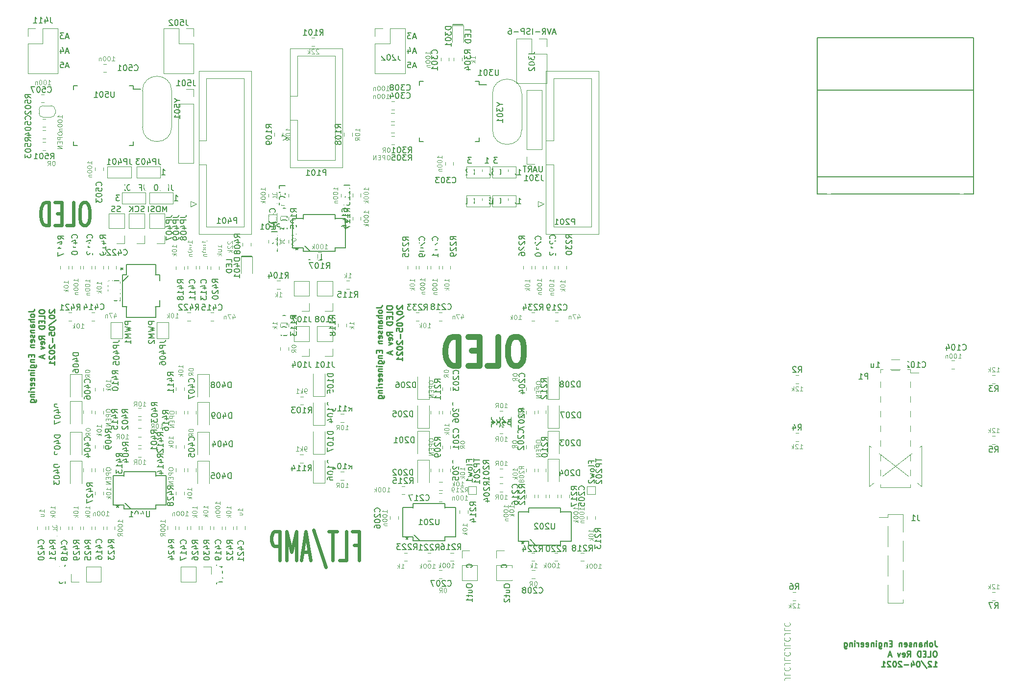
<source format=gbo>
G04 #@! TF.GenerationSoftware,KiCad,Pcbnew,(5.1.9)-1*
G04 #@! TF.CreationDate,2021-05-20T23:06:15+02:00*
G04 #@! TF.ProjectId,KicadJE_OLED_Board,4b696361-644a-4455-9f4f-4c45445f426f,Rev A*
G04 #@! TF.SameCoordinates,Original*
G04 #@! TF.FileFunction,Legend,Bot*
G04 #@! TF.FilePolarity,Positive*
%FSLAX46Y46*%
G04 Gerber Fmt 4.6, Leading zero omitted, Abs format (unit mm)*
G04 Created by KiCad (PCBNEW (5.1.9)-1) date 2021-05-20 23:06:15*
%MOMM*%
%LPD*%
G01*
G04 APERTURE LIST*
%ADD10C,0.250000*%
%ADD11C,0.625000*%
%ADD12C,1.000000*%
%ADD13C,0.200000*%
%ADD14C,0.120000*%
%ADD15C,0.150000*%
%ADD16C,0.100000*%
%ADD17C,2.902000*%
%ADD18O,7.102000X4.102000*%
%ADD19C,6.602000*%
%ADD20O,1.802000X1.802000*%
%ADD21O,1.602000X2.902000*%
%ADD22O,1.702000X2.502000*%
%ADD23O,1.702000X2.902000*%
%ADD24C,1.802000*%
%ADD25C,2.102000*%
%ADD26C,1.602000*%
G04 APERTURE END LIST*
D10*
X160902380Y-98886309D02*
X161616666Y-98886309D01*
X161759523Y-98838690D01*
X161854761Y-98743452D01*
X161902380Y-98600595D01*
X161902380Y-98505357D01*
X161902380Y-99505357D02*
X161854761Y-99410119D01*
X161807142Y-99362500D01*
X161711904Y-99314880D01*
X161426190Y-99314880D01*
X161330952Y-99362500D01*
X161283333Y-99410119D01*
X161235714Y-99505357D01*
X161235714Y-99648214D01*
X161283333Y-99743452D01*
X161330952Y-99791071D01*
X161426190Y-99838690D01*
X161711904Y-99838690D01*
X161807142Y-99791071D01*
X161854761Y-99743452D01*
X161902380Y-99648214D01*
X161902380Y-99505357D01*
X161902380Y-100267261D02*
X160902380Y-100267261D01*
X161902380Y-100695833D02*
X161378571Y-100695833D01*
X161283333Y-100648214D01*
X161235714Y-100552976D01*
X161235714Y-100410119D01*
X161283333Y-100314880D01*
X161330952Y-100267261D01*
X161902380Y-101600595D02*
X161378571Y-101600595D01*
X161283333Y-101552976D01*
X161235714Y-101457738D01*
X161235714Y-101267261D01*
X161283333Y-101172023D01*
X161854761Y-101600595D02*
X161902380Y-101505357D01*
X161902380Y-101267261D01*
X161854761Y-101172023D01*
X161759523Y-101124404D01*
X161664285Y-101124404D01*
X161569047Y-101172023D01*
X161521428Y-101267261D01*
X161521428Y-101505357D01*
X161473809Y-101600595D01*
X161235714Y-102076785D02*
X161902380Y-102076785D01*
X161330952Y-102076785D02*
X161283333Y-102124404D01*
X161235714Y-102219642D01*
X161235714Y-102362500D01*
X161283333Y-102457738D01*
X161378571Y-102505357D01*
X161902380Y-102505357D01*
X161854761Y-102933928D02*
X161902380Y-103029166D01*
X161902380Y-103219642D01*
X161854761Y-103314880D01*
X161759523Y-103362500D01*
X161711904Y-103362500D01*
X161616666Y-103314880D01*
X161569047Y-103219642D01*
X161569047Y-103076785D01*
X161521428Y-102981547D01*
X161426190Y-102933928D01*
X161378571Y-102933928D01*
X161283333Y-102981547D01*
X161235714Y-103076785D01*
X161235714Y-103219642D01*
X161283333Y-103314880D01*
X161854761Y-104172023D02*
X161902380Y-104076785D01*
X161902380Y-103886309D01*
X161854761Y-103791071D01*
X161759523Y-103743452D01*
X161378571Y-103743452D01*
X161283333Y-103791071D01*
X161235714Y-103886309D01*
X161235714Y-104076785D01*
X161283333Y-104172023D01*
X161378571Y-104219642D01*
X161473809Y-104219642D01*
X161569047Y-103743452D01*
X161235714Y-104648214D02*
X161902380Y-104648214D01*
X161330952Y-104648214D02*
X161283333Y-104695833D01*
X161235714Y-104791071D01*
X161235714Y-104933928D01*
X161283333Y-105029166D01*
X161378571Y-105076785D01*
X161902380Y-105076785D01*
X161378571Y-106314880D02*
X161378571Y-106648214D01*
X161902380Y-106791071D02*
X161902380Y-106314880D01*
X160902380Y-106314880D01*
X160902380Y-106791071D01*
X161235714Y-107219642D02*
X161902380Y-107219642D01*
X161330952Y-107219642D02*
X161283333Y-107267261D01*
X161235714Y-107362500D01*
X161235714Y-107505357D01*
X161283333Y-107600595D01*
X161378571Y-107648214D01*
X161902380Y-107648214D01*
X161235714Y-108552976D02*
X162045238Y-108552976D01*
X162140476Y-108505357D01*
X162188095Y-108457738D01*
X162235714Y-108362500D01*
X162235714Y-108219642D01*
X162188095Y-108124404D01*
X161854761Y-108552976D02*
X161902380Y-108457738D01*
X161902380Y-108267261D01*
X161854761Y-108172023D01*
X161807142Y-108124404D01*
X161711904Y-108076785D01*
X161426190Y-108076785D01*
X161330952Y-108124404D01*
X161283333Y-108172023D01*
X161235714Y-108267261D01*
X161235714Y-108457738D01*
X161283333Y-108552976D01*
X161902380Y-109029166D02*
X161235714Y-109029166D01*
X160902380Y-109029166D02*
X160950000Y-108981547D01*
X160997619Y-109029166D01*
X160950000Y-109076785D01*
X160902380Y-109029166D01*
X160997619Y-109029166D01*
X161235714Y-109505357D02*
X161902380Y-109505357D01*
X161330952Y-109505357D02*
X161283333Y-109552976D01*
X161235714Y-109648214D01*
X161235714Y-109791071D01*
X161283333Y-109886309D01*
X161378571Y-109933928D01*
X161902380Y-109933928D01*
X161854761Y-110791071D02*
X161902380Y-110695833D01*
X161902380Y-110505357D01*
X161854761Y-110410119D01*
X161759523Y-110362500D01*
X161378571Y-110362500D01*
X161283333Y-110410119D01*
X161235714Y-110505357D01*
X161235714Y-110695833D01*
X161283333Y-110791071D01*
X161378571Y-110838690D01*
X161473809Y-110838690D01*
X161569047Y-110362500D01*
X161854761Y-111648214D02*
X161902380Y-111552976D01*
X161902380Y-111362500D01*
X161854761Y-111267261D01*
X161759523Y-111219642D01*
X161378571Y-111219642D01*
X161283333Y-111267261D01*
X161235714Y-111362500D01*
X161235714Y-111552976D01*
X161283333Y-111648214D01*
X161378571Y-111695833D01*
X161473809Y-111695833D01*
X161569047Y-111219642D01*
X161902380Y-112124404D02*
X161235714Y-112124404D01*
X161426190Y-112124404D02*
X161330952Y-112172023D01*
X161283333Y-112219642D01*
X161235714Y-112314880D01*
X161235714Y-112410119D01*
X161902380Y-112743452D02*
X161235714Y-112743452D01*
X160902380Y-112743452D02*
X160950000Y-112695833D01*
X160997619Y-112743452D01*
X160950000Y-112791071D01*
X160902380Y-112743452D01*
X160997619Y-112743452D01*
X161235714Y-113219642D02*
X161902380Y-113219642D01*
X161330952Y-113219642D02*
X161283333Y-113267261D01*
X161235714Y-113362500D01*
X161235714Y-113505357D01*
X161283333Y-113600595D01*
X161378571Y-113648214D01*
X161902380Y-113648214D01*
X161235714Y-114552976D02*
X162045238Y-114552976D01*
X162140476Y-114505357D01*
X162188095Y-114457738D01*
X162235714Y-114362500D01*
X162235714Y-114219642D01*
X162188095Y-114124404D01*
X161854761Y-114552976D02*
X161902380Y-114457738D01*
X161902380Y-114267261D01*
X161854761Y-114172023D01*
X161807142Y-114124404D01*
X161711904Y-114076785D01*
X161426190Y-114076785D01*
X161330952Y-114124404D01*
X161283333Y-114172023D01*
X161235714Y-114267261D01*
X161235714Y-114457738D01*
X161283333Y-114552976D01*
X162652380Y-98791071D02*
X162652380Y-98981547D01*
X162700000Y-99076785D01*
X162795238Y-99172023D01*
X162985714Y-99219642D01*
X163319047Y-99219642D01*
X163509523Y-99172023D01*
X163604761Y-99076785D01*
X163652380Y-98981547D01*
X163652380Y-98791071D01*
X163604761Y-98695833D01*
X163509523Y-98600595D01*
X163319047Y-98552976D01*
X162985714Y-98552976D01*
X162795238Y-98600595D01*
X162700000Y-98695833D01*
X162652380Y-98791071D01*
X163652380Y-100124404D02*
X163652380Y-99648214D01*
X162652380Y-99648214D01*
X163128571Y-100457738D02*
X163128571Y-100791071D01*
X163652380Y-100933928D02*
X163652380Y-100457738D01*
X162652380Y-100457738D01*
X162652380Y-100933928D01*
X163652380Y-101362500D02*
X162652380Y-101362500D01*
X162652380Y-101600595D01*
X162700000Y-101743452D01*
X162795238Y-101838690D01*
X162890476Y-101886309D01*
X163080952Y-101933928D01*
X163223809Y-101933928D01*
X163414285Y-101886309D01*
X163509523Y-101838690D01*
X163604761Y-101743452D01*
X163652380Y-101600595D01*
X163652380Y-101362500D01*
X163652380Y-103695833D02*
X163176190Y-103362500D01*
X163652380Y-103124404D02*
X162652380Y-103124404D01*
X162652380Y-103505357D01*
X162700000Y-103600595D01*
X162747619Y-103648214D01*
X162842857Y-103695833D01*
X162985714Y-103695833D01*
X163080952Y-103648214D01*
X163128571Y-103600595D01*
X163176190Y-103505357D01*
X163176190Y-103124404D01*
X163604761Y-104505357D02*
X163652380Y-104410119D01*
X163652380Y-104219642D01*
X163604761Y-104124404D01*
X163509523Y-104076785D01*
X163128571Y-104076785D01*
X163033333Y-104124404D01*
X162985714Y-104219642D01*
X162985714Y-104410119D01*
X163033333Y-104505357D01*
X163128571Y-104552976D01*
X163223809Y-104552976D01*
X163319047Y-104076785D01*
X162985714Y-104886309D02*
X163652380Y-105124404D01*
X162985714Y-105362500D01*
X163366666Y-106457738D02*
X163366666Y-106933928D01*
X163652380Y-106362500D02*
X162652380Y-106695833D01*
X163652380Y-107029166D01*
X164497619Y-98552976D02*
X164450000Y-98600595D01*
X164402380Y-98695833D01*
X164402380Y-98933928D01*
X164450000Y-99029166D01*
X164497619Y-99076785D01*
X164592857Y-99124404D01*
X164688095Y-99124404D01*
X164830952Y-99076785D01*
X165402380Y-98505357D01*
X165402380Y-99124404D01*
X164402380Y-99743452D02*
X164402380Y-99838690D01*
X164450000Y-99933928D01*
X164497619Y-99981547D01*
X164592857Y-100029166D01*
X164783333Y-100076785D01*
X165021428Y-100076785D01*
X165211904Y-100029166D01*
X165307142Y-99981547D01*
X165354761Y-99933928D01*
X165402380Y-99838690D01*
X165402380Y-99743452D01*
X165354761Y-99648214D01*
X165307142Y-99600595D01*
X165211904Y-99552976D01*
X165021428Y-99505357D01*
X164783333Y-99505357D01*
X164592857Y-99552976D01*
X164497619Y-99600595D01*
X164450000Y-99648214D01*
X164402380Y-99743452D01*
X164354761Y-101219642D02*
X165640476Y-100362500D01*
X164402380Y-101743452D02*
X164402380Y-101838690D01*
X164450000Y-101933928D01*
X164497619Y-101981547D01*
X164592857Y-102029166D01*
X164783333Y-102076785D01*
X165021428Y-102076785D01*
X165211904Y-102029166D01*
X165307142Y-101981547D01*
X165354761Y-101933928D01*
X165402380Y-101838690D01*
X165402380Y-101743452D01*
X165354761Y-101648214D01*
X165307142Y-101600595D01*
X165211904Y-101552976D01*
X165021428Y-101505357D01*
X164783333Y-101505357D01*
X164592857Y-101552976D01*
X164497619Y-101600595D01*
X164450000Y-101648214D01*
X164402380Y-101743452D01*
X164402380Y-102981547D02*
X164402380Y-102505357D01*
X164878571Y-102457738D01*
X164830952Y-102505357D01*
X164783333Y-102600595D01*
X164783333Y-102838690D01*
X164830952Y-102933928D01*
X164878571Y-102981547D01*
X164973809Y-103029166D01*
X165211904Y-103029166D01*
X165307142Y-102981547D01*
X165354761Y-102933928D01*
X165402380Y-102838690D01*
X165402380Y-102600595D01*
X165354761Y-102505357D01*
X165307142Y-102457738D01*
X165021428Y-103457738D02*
X165021428Y-104219642D01*
X164497619Y-104648214D02*
X164450000Y-104695833D01*
X164402380Y-104791071D01*
X164402380Y-105029166D01*
X164450000Y-105124404D01*
X164497619Y-105172023D01*
X164592857Y-105219642D01*
X164688095Y-105219642D01*
X164830952Y-105172023D01*
X165402380Y-104600595D01*
X165402380Y-105219642D01*
X164402380Y-105838690D02*
X164402380Y-105933928D01*
X164450000Y-106029166D01*
X164497619Y-106076785D01*
X164592857Y-106124404D01*
X164783333Y-106172023D01*
X165021428Y-106172023D01*
X165211904Y-106124404D01*
X165307142Y-106076785D01*
X165354761Y-106029166D01*
X165402380Y-105933928D01*
X165402380Y-105838690D01*
X165354761Y-105743452D01*
X165307142Y-105695833D01*
X165211904Y-105648214D01*
X165021428Y-105600595D01*
X164783333Y-105600595D01*
X164592857Y-105648214D01*
X164497619Y-105695833D01*
X164450000Y-105743452D01*
X164402380Y-105838690D01*
X164497619Y-106552976D02*
X164450000Y-106600595D01*
X164402380Y-106695833D01*
X164402380Y-106933928D01*
X164450000Y-107029166D01*
X164497619Y-107076785D01*
X164592857Y-107124404D01*
X164688095Y-107124404D01*
X164830952Y-107076785D01*
X165402380Y-106505357D01*
X165402380Y-107124404D01*
X165402380Y-108076785D02*
X165402380Y-107505357D01*
X165402380Y-107791071D02*
X164402380Y-107791071D01*
X164545238Y-107695833D01*
X164640476Y-107600595D01*
X164688095Y-107505357D01*
X100802380Y-99586309D02*
X101516666Y-99586309D01*
X101659523Y-99538690D01*
X101754761Y-99443452D01*
X101802380Y-99300595D01*
X101802380Y-99205357D01*
X101802380Y-100205357D02*
X101754761Y-100110119D01*
X101707142Y-100062500D01*
X101611904Y-100014880D01*
X101326190Y-100014880D01*
X101230952Y-100062500D01*
X101183333Y-100110119D01*
X101135714Y-100205357D01*
X101135714Y-100348214D01*
X101183333Y-100443452D01*
X101230952Y-100491071D01*
X101326190Y-100538690D01*
X101611904Y-100538690D01*
X101707142Y-100491071D01*
X101754761Y-100443452D01*
X101802380Y-100348214D01*
X101802380Y-100205357D01*
X101802380Y-100967261D02*
X100802380Y-100967261D01*
X101802380Y-101395833D02*
X101278571Y-101395833D01*
X101183333Y-101348214D01*
X101135714Y-101252976D01*
X101135714Y-101110119D01*
X101183333Y-101014880D01*
X101230952Y-100967261D01*
X101802380Y-102300595D02*
X101278571Y-102300595D01*
X101183333Y-102252976D01*
X101135714Y-102157738D01*
X101135714Y-101967261D01*
X101183333Y-101872023D01*
X101754761Y-102300595D02*
X101802380Y-102205357D01*
X101802380Y-101967261D01*
X101754761Y-101872023D01*
X101659523Y-101824404D01*
X101564285Y-101824404D01*
X101469047Y-101872023D01*
X101421428Y-101967261D01*
X101421428Y-102205357D01*
X101373809Y-102300595D01*
X101135714Y-102776785D02*
X101802380Y-102776785D01*
X101230952Y-102776785D02*
X101183333Y-102824404D01*
X101135714Y-102919642D01*
X101135714Y-103062500D01*
X101183333Y-103157738D01*
X101278571Y-103205357D01*
X101802380Y-103205357D01*
X101754761Y-103633928D02*
X101802380Y-103729166D01*
X101802380Y-103919642D01*
X101754761Y-104014880D01*
X101659523Y-104062500D01*
X101611904Y-104062500D01*
X101516666Y-104014880D01*
X101469047Y-103919642D01*
X101469047Y-103776785D01*
X101421428Y-103681547D01*
X101326190Y-103633928D01*
X101278571Y-103633928D01*
X101183333Y-103681547D01*
X101135714Y-103776785D01*
X101135714Y-103919642D01*
X101183333Y-104014880D01*
X101754761Y-104872023D02*
X101802380Y-104776785D01*
X101802380Y-104586309D01*
X101754761Y-104491071D01*
X101659523Y-104443452D01*
X101278571Y-104443452D01*
X101183333Y-104491071D01*
X101135714Y-104586309D01*
X101135714Y-104776785D01*
X101183333Y-104872023D01*
X101278571Y-104919642D01*
X101373809Y-104919642D01*
X101469047Y-104443452D01*
X101135714Y-105348214D02*
X101802380Y-105348214D01*
X101230952Y-105348214D02*
X101183333Y-105395833D01*
X101135714Y-105491071D01*
X101135714Y-105633928D01*
X101183333Y-105729166D01*
X101278571Y-105776785D01*
X101802380Y-105776785D01*
X101278571Y-107014880D02*
X101278571Y-107348214D01*
X101802380Y-107491071D02*
X101802380Y-107014880D01*
X100802380Y-107014880D01*
X100802380Y-107491071D01*
X101135714Y-107919642D02*
X101802380Y-107919642D01*
X101230952Y-107919642D02*
X101183333Y-107967261D01*
X101135714Y-108062500D01*
X101135714Y-108205357D01*
X101183333Y-108300595D01*
X101278571Y-108348214D01*
X101802380Y-108348214D01*
X101135714Y-109252976D02*
X101945238Y-109252976D01*
X102040476Y-109205357D01*
X102088095Y-109157738D01*
X102135714Y-109062500D01*
X102135714Y-108919642D01*
X102088095Y-108824404D01*
X101754761Y-109252976D02*
X101802380Y-109157738D01*
X101802380Y-108967261D01*
X101754761Y-108872023D01*
X101707142Y-108824404D01*
X101611904Y-108776785D01*
X101326190Y-108776785D01*
X101230952Y-108824404D01*
X101183333Y-108872023D01*
X101135714Y-108967261D01*
X101135714Y-109157738D01*
X101183333Y-109252976D01*
X101802380Y-109729166D02*
X101135714Y-109729166D01*
X100802380Y-109729166D02*
X100850000Y-109681547D01*
X100897619Y-109729166D01*
X100850000Y-109776785D01*
X100802380Y-109729166D01*
X100897619Y-109729166D01*
X101135714Y-110205357D02*
X101802380Y-110205357D01*
X101230952Y-110205357D02*
X101183333Y-110252976D01*
X101135714Y-110348214D01*
X101135714Y-110491071D01*
X101183333Y-110586309D01*
X101278571Y-110633928D01*
X101802380Y-110633928D01*
X101754761Y-111491071D02*
X101802380Y-111395833D01*
X101802380Y-111205357D01*
X101754761Y-111110119D01*
X101659523Y-111062500D01*
X101278571Y-111062500D01*
X101183333Y-111110119D01*
X101135714Y-111205357D01*
X101135714Y-111395833D01*
X101183333Y-111491071D01*
X101278571Y-111538690D01*
X101373809Y-111538690D01*
X101469047Y-111062500D01*
X101754761Y-112348214D02*
X101802380Y-112252976D01*
X101802380Y-112062500D01*
X101754761Y-111967261D01*
X101659523Y-111919642D01*
X101278571Y-111919642D01*
X101183333Y-111967261D01*
X101135714Y-112062500D01*
X101135714Y-112252976D01*
X101183333Y-112348214D01*
X101278571Y-112395833D01*
X101373809Y-112395833D01*
X101469047Y-111919642D01*
X101802380Y-112824404D02*
X101135714Y-112824404D01*
X101326190Y-112824404D02*
X101230952Y-112872023D01*
X101183333Y-112919642D01*
X101135714Y-113014880D01*
X101135714Y-113110119D01*
X101802380Y-113443452D02*
X101135714Y-113443452D01*
X100802380Y-113443452D02*
X100850000Y-113395833D01*
X100897619Y-113443452D01*
X100850000Y-113491071D01*
X100802380Y-113443452D01*
X100897619Y-113443452D01*
X101135714Y-113919642D02*
X101802380Y-113919642D01*
X101230952Y-113919642D02*
X101183333Y-113967261D01*
X101135714Y-114062500D01*
X101135714Y-114205357D01*
X101183333Y-114300595D01*
X101278571Y-114348214D01*
X101802380Y-114348214D01*
X101135714Y-115252976D02*
X101945238Y-115252976D01*
X102040476Y-115205357D01*
X102088095Y-115157738D01*
X102135714Y-115062500D01*
X102135714Y-114919642D01*
X102088095Y-114824404D01*
X101754761Y-115252976D02*
X101802380Y-115157738D01*
X101802380Y-114967261D01*
X101754761Y-114872023D01*
X101707142Y-114824404D01*
X101611904Y-114776785D01*
X101326190Y-114776785D01*
X101230952Y-114824404D01*
X101183333Y-114872023D01*
X101135714Y-114967261D01*
X101135714Y-115157738D01*
X101183333Y-115252976D01*
X102552380Y-99491071D02*
X102552380Y-99681547D01*
X102600000Y-99776785D01*
X102695238Y-99872023D01*
X102885714Y-99919642D01*
X103219047Y-99919642D01*
X103409523Y-99872023D01*
X103504761Y-99776785D01*
X103552380Y-99681547D01*
X103552380Y-99491071D01*
X103504761Y-99395833D01*
X103409523Y-99300595D01*
X103219047Y-99252976D01*
X102885714Y-99252976D01*
X102695238Y-99300595D01*
X102600000Y-99395833D01*
X102552380Y-99491071D01*
X103552380Y-100824404D02*
X103552380Y-100348214D01*
X102552380Y-100348214D01*
X103028571Y-101157738D02*
X103028571Y-101491071D01*
X103552380Y-101633928D02*
X103552380Y-101157738D01*
X102552380Y-101157738D01*
X102552380Y-101633928D01*
X103552380Y-102062500D02*
X102552380Y-102062500D01*
X102552380Y-102300595D01*
X102600000Y-102443452D01*
X102695238Y-102538690D01*
X102790476Y-102586309D01*
X102980952Y-102633928D01*
X103123809Y-102633928D01*
X103314285Y-102586309D01*
X103409523Y-102538690D01*
X103504761Y-102443452D01*
X103552380Y-102300595D01*
X103552380Y-102062500D01*
X103552380Y-104395833D02*
X103076190Y-104062500D01*
X103552380Y-103824404D02*
X102552380Y-103824404D01*
X102552380Y-104205357D01*
X102600000Y-104300595D01*
X102647619Y-104348214D01*
X102742857Y-104395833D01*
X102885714Y-104395833D01*
X102980952Y-104348214D01*
X103028571Y-104300595D01*
X103076190Y-104205357D01*
X103076190Y-103824404D01*
X103504761Y-105205357D02*
X103552380Y-105110119D01*
X103552380Y-104919642D01*
X103504761Y-104824404D01*
X103409523Y-104776785D01*
X103028571Y-104776785D01*
X102933333Y-104824404D01*
X102885714Y-104919642D01*
X102885714Y-105110119D01*
X102933333Y-105205357D01*
X103028571Y-105252976D01*
X103123809Y-105252976D01*
X103219047Y-104776785D01*
X102885714Y-105586309D02*
X103552380Y-105824404D01*
X102885714Y-106062500D01*
X103266666Y-107157738D02*
X103266666Y-107633928D01*
X103552380Y-107062500D02*
X102552380Y-107395833D01*
X103552380Y-107729166D01*
X104397619Y-99252976D02*
X104350000Y-99300595D01*
X104302380Y-99395833D01*
X104302380Y-99633928D01*
X104350000Y-99729166D01*
X104397619Y-99776785D01*
X104492857Y-99824404D01*
X104588095Y-99824404D01*
X104730952Y-99776785D01*
X105302380Y-99205357D01*
X105302380Y-99824404D01*
X104302380Y-100443452D02*
X104302380Y-100538690D01*
X104350000Y-100633928D01*
X104397619Y-100681547D01*
X104492857Y-100729166D01*
X104683333Y-100776785D01*
X104921428Y-100776785D01*
X105111904Y-100729166D01*
X105207142Y-100681547D01*
X105254761Y-100633928D01*
X105302380Y-100538690D01*
X105302380Y-100443452D01*
X105254761Y-100348214D01*
X105207142Y-100300595D01*
X105111904Y-100252976D01*
X104921428Y-100205357D01*
X104683333Y-100205357D01*
X104492857Y-100252976D01*
X104397619Y-100300595D01*
X104350000Y-100348214D01*
X104302380Y-100443452D01*
X104254761Y-101919642D02*
X105540476Y-101062500D01*
X104302380Y-102443452D02*
X104302380Y-102538690D01*
X104350000Y-102633928D01*
X104397619Y-102681547D01*
X104492857Y-102729166D01*
X104683333Y-102776785D01*
X104921428Y-102776785D01*
X105111904Y-102729166D01*
X105207142Y-102681547D01*
X105254761Y-102633928D01*
X105302380Y-102538690D01*
X105302380Y-102443452D01*
X105254761Y-102348214D01*
X105207142Y-102300595D01*
X105111904Y-102252976D01*
X104921428Y-102205357D01*
X104683333Y-102205357D01*
X104492857Y-102252976D01*
X104397619Y-102300595D01*
X104350000Y-102348214D01*
X104302380Y-102443452D01*
X104302380Y-103681547D02*
X104302380Y-103205357D01*
X104778571Y-103157738D01*
X104730952Y-103205357D01*
X104683333Y-103300595D01*
X104683333Y-103538690D01*
X104730952Y-103633928D01*
X104778571Y-103681547D01*
X104873809Y-103729166D01*
X105111904Y-103729166D01*
X105207142Y-103681547D01*
X105254761Y-103633928D01*
X105302380Y-103538690D01*
X105302380Y-103300595D01*
X105254761Y-103205357D01*
X105207142Y-103157738D01*
X104921428Y-104157738D02*
X104921428Y-104919642D01*
X104397619Y-105348214D02*
X104350000Y-105395833D01*
X104302380Y-105491071D01*
X104302380Y-105729166D01*
X104350000Y-105824404D01*
X104397619Y-105872023D01*
X104492857Y-105919642D01*
X104588095Y-105919642D01*
X104730952Y-105872023D01*
X105302380Y-105300595D01*
X105302380Y-105919642D01*
X104302380Y-106538690D02*
X104302380Y-106633928D01*
X104350000Y-106729166D01*
X104397619Y-106776785D01*
X104492857Y-106824404D01*
X104683333Y-106872023D01*
X104921428Y-106872023D01*
X105111904Y-106824404D01*
X105207142Y-106776785D01*
X105254761Y-106729166D01*
X105302380Y-106633928D01*
X105302380Y-106538690D01*
X105254761Y-106443452D01*
X105207142Y-106395833D01*
X105111904Y-106348214D01*
X104921428Y-106300595D01*
X104683333Y-106300595D01*
X104492857Y-106348214D01*
X104397619Y-106395833D01*
X104350000Y-106443452D01*
X104302380Y-106538690D01*
X104397619Y-107252976D02*
X104350000Y-107300595D01*
X104302380Y-107395833D01*
X104302380Y-107633928D01*
X104350000Y-107729166D01*
X104397619Y-107776785D01*
X104492857Y-107824404D01*
X104588095Y-107824404D01*
X104730952Y-107776785D01*
X105302380Y-107205357D01*
X105302380Y-107824404D01*
X105302380Y-108776785D02*
X105302380Y-108205357D01*
X105302380Y-108491071D02*
X104302380Y-108491071D01*
X104445238Y-108395833D01*
X104540476Y-108300595D01*
X104588095Y-108205357D01*
D11*
X110730952Y-80709523D02*
X110254761Y-80709523D01*
X110016666Y-80900000D01*
X109778571Y-81280952D01*
X109659523Y-82042857D01*
X109659523Y-83376190D01*
X109778571Y-84138095D01*
X110016666Y-84519047D01*
X110254761Y-84709523D01*
X110730952Y-84709523D01*
X110969047Y-84519047D01*
X111207142Y-84138095D01*
X111326190Y-83376190D01*
X111326190Y-82042857D01*
X111207142Y-81280952D01*
X110969047Y-80900000D01*
X110730952Y-80709523D01*
X107397619Y-84709523D02*
X108588095Y-84709523D01*
X108588095Y-80709523D01*
X106564285Y-82614285D02*
X105730952Y-82614285D01*
X105373809Y-84709523D02*
X106564285Y-84709523D01*
X106564285Y-80709523D01*
X105373809Y-80709523D01*
X104302380Y-84709523D02*
X104302380Y-80709523D01*
X103707142Y-80709523D01*
X103350000Y-80900000D01*
X103111904Y-81280952D01*
X102992857Y-81661904D01*
X102873809Y-82423809D01*
X102873809Y-82995238D01*
X102992857Y-83757142D01*
X103111904Y-84138095D01*
X103350000Y-84519047D01*
X103707142Y-84709523D01*
X104302380Y-84709523D01*
D12*
X185409523Y-103961904D02*
X184647619Y-103961904D01*
X184266666Y-104200000D01*
X183885714Y-104676190D01*
X183695238Y-105628571D01*
X183695238Y-107295238D01*
X183885714Y-108247619D01*
X184266666Y-108723809D01*
X184647619Y-108961904D01*
X185409523Y-108961904D01*
X185790476Y-108723809D01*
X186171428Y-108247619D01*
X186361904Y-107295238D01*
X186361904Y-105628571D01*
X186171428Y-104676190D01*
X185790476Y-104200000D01*
X185409523Y-103961904D01*
X180076190Y-108961904D02*
X181980952Y-108961904D01*
X181980952Y-103961904D01*
X178742857Y-106342857D02*
X177409523Y-106342857D01*
X176838095Y-108961904D02*
X178742857Y-108961904D01*
X178742857Y-103961904D01*
X176838095Y-103961904D01*
X175123809Y-108961904D02*
X175123809Y-103961904D01*
X174171428Y-103961904D01*
X173600000Y-104200000D01*
X173219047Y-104676190D01*
X173028571Y-105152380D01*
X172838095Y-106104761D01*
X172838095Y-106819047D01*
X173028571Y-107771428D01*
X173219047Y-108247619D01*
X173600000Y-108723809D01*
X174171428Y-108961904D01*
X175123809Y-108961904D01*
D11*
X157066666Y-139942857D02*
X157900000Y-139942857D01*
X157900000Y-142561904D02*
X157900000Y-137561904D01*
X156709523Y-137561904D01*
X154566666Y-142561904D02*
X155757142Y-142561904D01*
X155757142Y-137561904D01*
X154090476Y-137561904D02*
X152661904Y-137561904D01*
X153376190Y-142561904D02*
X153376190Y-137561904D01*
X150042857Y-137323809D02*
X152185714Y-143752380D01*
X149328571Y-141133333D02*
X148138095Y-141133333D01*
X149566666Y-142561904D02*
X148733333Y-137561904D01*
X147900000Y-142561904D01*
X147066666Y-142561904D02*
X147066666Y-137561904D01*
X146233333Y-141133333D01*
X145400000Y-137561904D01*
X145400000Y-142561904D01*
X144209523Y-142561904D02*
X144209523Y-137561904D01*
X143257142Y-137561904D01*
X143019047Y-137800000D01*
X142900000Y-138038095D01*
X142780952Y-138514285D01*
X142780952Y-139228571D01*
X142900000Y-139704761D01*
X143019047Y-139942857D01*
X143257142Y-140180952D01*
X144209523Y-140180952D01*
D13*
X107714285Y-52166666D02*
X107238095Y-52166666D01*
X107809523Y-52452380D02*
X107476190Y-51452380D01*
X107142857Y-52452380D01*
X106904761Y-51452380D02*
X106285714Y-51452380D01*
X106619047Y-51833333D01*
X106476190Y-51833333D01*
X106380952Y-51880952D01*
X106333333Y-51928571D01*
X106285714Y-52023809D01*
X106285714Y-52261904D01*
X106333333Y-52357142D01*
X106380952Y-52404761D01*
X106476190Y-52452380D01*
X106761904Y-52452380D01*
X106857142Y-52404761D01*
X106904761Y-52357142D01*
X107714285Y-57166666D02*
X107238095Y-57166666D01*
X107809523Y-57452380D02*
X107476190Y-56452380D01*
X107142857Y-57452380D01*
X106333333Y-56452380D02*
X106809523Y-56452380D01*
X106857142Y-56928571D01*
X106809523Y-56880952D01*
X106714285Y-56833333D01*
X106476190Y-56833333D01*
X106380952Y-56880952D01*
X106333333Y-56928571D01*
X106285714Y-57023809D01*
X106285714Y-57261904D01*
X106333333Y-57357142D01*
X106380952Y-57404761D01*
X106476190Y-57452380D01*
X106714285Y-57452380D01*
X106809523Y-57404761D01*
X106857142Y-57357142D01*
X107714285Y-54666666D02*
X107238095Y-54666666D01*
X107809523Y-54952380D02*
X107476190Y-53952380D01*
X107142857Y-54952380D01*
X106380952Y-54285714D02*
X106380952Y-54952380D01*
X106619047Y-53904761D02*
X106857142Y-54619047D01*
X106238095Y-54619047D01*
X167714285Y-57166666D02*
X167238095Y-57166666D01*
X167809523Y-57452380D02*
X167476190Y-56452380D01*
X167142857Y-57452380D01*
X166333333Y-56452380D02*
X166809523Y-56452380D01*
X166857142Y-56928571D01*
X166809523Y-56880952D01*
X166714285Y-56833333D01*
X166476190Y-56833333D01*
X166380952Y-56880952D01*
X166333333Y-56928571D01*
X166285714Y-57023809D01*
X166285714Y-57261904D01*
X166333333Y-57357142D01*
X166380952Y-57404761D01*
X166476190Y-57452380D01*
X166714285Y-57452380D01*
X166809523Y-57404761D01*
X166857142Y-57357142D01*
X167714285Y-54666666D02*
X167238095Y-54666666D01*
X167809523Y-54952380D02*
X167476190Y-53952380D01*
X167142857Y-54952380D01*
X166380952Y-54285714D02*
X166380952Y-54952380D01*
X166619047Y-53904761D02*
X166857142Y-54619047D01*
X166238095Y-54619047D01*
X167714285Y-52166666D02*
X167238095Y-52166666D01*
X167809523Y-52452380D02*
X167476190Y-51452380D01*
X167142857Y-52452380D01*
X166904761Y-51452380D02*
X166285714Y-51452380D01*
X166619047Y-51833333D01*
X166476190Y-51833333D01*
X166380952Y-51880952D01*
X166333333Y-51928571D01*
X166285714Y-52023809D01*
X166285714Y-52261904D01*
X166333333Y-52357142D01*
X166380952Y-52404761D01*
X166476190Y-52452380D01*
X166761904Y-52452380D01*
X166857142Y-52404761D01*
X166904761Y-52357142D01*
D14*
X246100000Y-122800000D02*
X246100000Y-129800000D01*
X255100000Y-129800000D02*
X246100000Y-122800000D01*
X255100000Y-122800000D02*
X255100000Y-129800000D01*
X246100000Y-129800000D02*
X255100000Y-122800000D01*
D15*
X264100000Y-76300000D02*
X237100000Y-76300000D01*
X264100000Y-52300000D02*
X237100000Y-52300000D01*
X264100000Y-79300000D02*
X237100000Y-79300000D01*
X264100000Y-61300000D02*
X237100000Y-61300000D01*
X264100000Y-79300000D02*
X264100000Y-52300000D01*
X237100000Y-79300000D02*
X237100000Y-52300000D01*
D16*
X232397619Y-162919047D02*
X231683333Y-162919047D01*
X231540476Y-162966666D01*
X231445238Y-163061904D01*
X231397619Y-163204761D01*
X231397619Y-163300000D01*
X231397619Y-161966666D02*
X231397619Y-162442857D01*
X232397619Y-162442857D01*
X231492857Y-161061904D02*
X231445238Y-161109523D01*
X231397619Y-161252380D01*
X231397619Y-161347619D01*
X231445238Y-161490476D01*
X231540476Y-161585714D01*
X231635714Y-161633333D01*
X231826190Y-161680952D01*
X231969047Y-161680952D01*
X232159523Y-161633333D01*
X232254761Y-161585714D01*
X232350000Y-161490476D01*
X232397619Y-161347619D01*
X232397619Y-161252380D01*
X232350000Y-161109523D01*
X232302380Y-161061904D01*
X232397619Y-160347619D02*
X231683333Y-160347619D01*
X231540476Y-160395238D01*
X231445238Y-160490476D01*
X231397619Y-160633333D01*
X231397619Y-160728571D01*
X231397619Y-159395238D02*
X231397619Y-159871428D01*
X232397619Y-159871428D01*
X231492857Y-158490476D02*
X231445238Y-158538095D01*
X231397619Y-158680952D01*
X231397619Y-158776190D01*
X231445238Y-158919047D01*
X231540476Y-159014285D01*
X231635714Y-159061904D01*
X231826190Y-159109523D01*
X231969047Y-159109523D01*
X232159523Y-159061904D01*
X232254761Y-159014285D01*
X232350000Y-158919047D01*
X232397619Y-158776190D01*
X232397619Y-158680952D01*
X232350000Y-158538095D01*
X232302380Y-158490476D01*
X232397619Y-157776190D02*
X231683333Y-157776190D01*
X231540476Y-157823809D01*
X231445238Y-157919047D01*
X231397619Y-158061904D01*
X231397619Y-158157142D01*
X231397619Y-156823809D02*
X231397619Y-157300000D01*
X232397619Y-157300000D01*
X231492857Y-155919047D02*
X231445238Y-155966666D01*
X231397619Y-156109523D01*
X231397619Y-156204761D01*
X231445238Y-156347619D01*
X231540476Y-156442857D01*
X231635714Y-156490476D01*
X231826190Y-156538095D01*
X231969047Y-156538095D01*
X232159523Y-156490476D01*
X232254761Y-156442857D01*
X232350000Y-156347619D01*
X232397619Y-156204761D01*
X232397619Y-156109523D01*
X232350000Y-155966666D01*
X232302380Y-155919047D01*
X232397619Y-155204761D02*
X231683333Y-155204761D01*
X231540476Y-155252380D01*
X231445238Y-155347619D01*
X231397619Y-155490476D01*
X231397619Y-155585714D01*
X231397619Y-154252380D02*
X231397619Y-154728571D01*
X232397619Y-154728571D01*
X231492857Y-153347619D02*
X231445238Y-153395238D01*
X231397619Y-153538095D01*
X231397619Y-153633333D01*
X231445238Y-153776190D01*
X231540476Y-153871428D01*
X231635714Y-153919047D01*
X231826190Y-153966666D01*
X231969047Y-153966666D01*
X232159523Y-153919047D01*
X232254761Y-153871428D01*
X232350000Y-153776190D01*
X232397619Y-153633333D01*
X232397619Y-153538095D01*
X232350000Y-153395238D01*
X232302380Y-153347619D01*
D10*
X257413690Y-156502380D02*
X257413690Y-157216666D01*
X257461309Y-157359523D01*
X257556547Y-157454761D01*
X257699404Y-157502380D01*
X257794642Y-157502380D01*
X256794642Y-157502380D02*
X256889880Y-157454761D01*
X256937500Y-157407142D01*
X256985119Y-157311904D01*
X256985119Y-157026190D01*
X256937500Y-156930952D01*
X256889880Y-156883333D01*
X256794642Y-156835714D01*
X256651785Y-156835714D01*
X256556547Y-156883333D01*
X256508928Y-156930952D01*
X256461309Y-157026190D01*
X256461309Y-157311904D01*
X256508928Y-157407142D01*
X256556547Y-157454761D01*
X256651785Y-157502380D01*
X256794642Y-157502380D01*
X256032738Y-157502380D02*
X256032738Y-156502380D01*
X255604166Y-157502380D02*
X255604166Y-156978571D01*
X255651785Y-156883333D01*
X255747023Y-156835714D01*
X255889880Y-156835714D01*
X255985119Y-156883333D01*
X256032738Y-156930952D01*
X254699404Y-157502380D02*
X254699404Y-156978571D01*
X254747023Y-156883333D01*
X254842261Y-156835714D01*
X255032738Y-156835714D01*
X255127976Y-156883333D01*
X254699404Y-157454761D02*
X254794642Y-157502380D01*
X255032738Y-157502380D01*
X255127976Y-157454761D01*
X255175595Y-157359523D01*
X255175595Y-157264285D01*
X255127976Y-157169047D01*
X255032738Y-157121428D01*
X254794642Y-157121428D01*
X254699404Y-157073809D01*
X254223214Y-156835714D02*
X254223214Y-157502380D01*
X254223214Y-156930952D02*
X254175595Y-156883333D01*
X254080357Y-156835714D01*
X253937500Y-156835714D01*
X253842261Y-156883333D01*
X253794642Y-156978571D01*
X253794642Y-157502380D01*
X253366071Y-157454761D02*
X253270833Y-157502380D01*
X253080357Y-157502380D01*
X252985119Y-157454761D01*
X252937500Y-157359523D01*
X252937500Y-157311904D01*
X252985119Y-157216666D01*
X253080357Y-157169047D01*
X253223214Y-157169047D01*
X253318452Y-157121428D01*
X253366071Y-157026190D01*
X253366071Y-156978571D01*
X253318452Y-156883333D01*
X253223214Y-156835714D01*
X253080357Y-156835714D01*
X252985119Y-156883333D01*
X252127976Y-157454761D02*
X252223214Y-157502380D01*
X252413690Y-157502380D01*
X252508928Y-157454761D01*
X252556547Y-157359523D01*
X252556547Y-156978571D01*
X252508928Y-156883333D01*
X252413690Y-156835714D01*
X252223214Y-156835714D01*
X252127976Y-156883333D01*
X252080357Y-156978571D01*
X252080357Y-157073809D01*
X252556547Y-157169047D01*
X251651785Y-156835714D02*
X251651785Y-157502380D01*
X251651785Y-156930952D02*
X251604166Y-156883333D01*
X251508928Y-156835714D01*
X251366071Y-156835714D01*
X251270833Y-156883333D01*
X251223214Y-156978571D01*
X251223214Y-157502380D01*
X249985119Y-156978571D02*
X249651785Y-156978571D01*
X249508928Y-157502380D02*
X249985119Y-157502380D01*
X249985119Y-156502380D01*
X249508928Y-156502380D01*
X249080357Y-156835714D02*
X249080357Y-157502380D01*
X249080357Y-156930952D02*
X249032738Y-156883333D01*
X248937500Y-156835714D01*
X248794642Y-156835714D01*
X248699404Y-156883333D01*
X248651785Y-156978571D01*
X248651785Y-157502380D01*
X247747023Y-156835714D02*
X247747023Y-157645238D01*
X247794642Y-157740476D01*
X247842261Y-157788095D01*
X247937500Y-157835714D01*
X248080357Y-157835714D01*
X248175595Y-157788095D01*
X247747023Y-157454761D02*
X247842261Y-157502380D01*
X248032738Y-157502380D01*
X248127976Y-157454761D01*
X248175595Y-157407142D01*
X248223214Y-157311904D01*
X248223214Y-157026190D01*
X248175595Y-156930952D01*
X248127976Y-156883333D01*
X248032738Y-156835714D01*
X247842261Y-156835714D01*
X247747023Y-156883333D01*
X247270833Y-157502380D02*
X247270833Y-156835714D01*
X247270833Y-156502380D02*
X247318452Y-156550000D01*
X247270833Y-156597619D01*
X247223214Y-156550000D01*
X247270833Y-156502380D01*
X247270833Y-156597619D01*
X246794642Y-156835714D02*
X246794642Y-157502380D01*
X246794642Y-156930952D02*
X246747023Y-156883333D01*
X246651785Y-156835714D01*
X246508928Y-156835714D01*
X246413690Y-156883333D01*
X246366071Y-156978571D01*
X246366071Y-157502380D01*
X245508928Y-157454761D02*
X245604166Y-157502380D01*
X245794642Y-157502380D01*
X245889880Y-157454761D01*
X245937500Y-157359523D01*
X245937500Y-156978571D01*
X245889880Y-156883333D01*
X245794642Y-156835714D01*
X245604166Y-156835714D01*
X245508928Y-156883333D01*
X245461309Y-156978571D01*
X245461309Y-157073809D01*
X245937500Y-157169047D01*
X244651785Y-157454761D02*
X244747023Y-157502380D01*
X244937500Y-157502380D01*
X245032738Y-157454761D01*
X245080357Y-157359523D01*
X245080357Y-156978571D01*
X245032738Y-156883333D01*
X244937500Y-156835714D01*
X244747023Y-156835714D01*
X244651785Y-156883333D01*
X244604166Y-156978571D01*
X244604166Y-157073809D01*
X245080357Y-157169047D01*
X244175595Y-157502380D02*
X244175595Y-156835714D01*
X244175595Y-157026190D02*
X244127976Y-156930952D01*
X244080357Y-156883333D01*
X243985119Y-156835714D01*
X243889880Y-156835714D01*
X243556547Y-157502380D02*
X243556547Y-156835714D01*
X243556547Y-156502380D02*
X243604166Y-156550000D01*
X243556547Y-156597619D01*
X243508928Y-156550000D01*
X243556547Y-156502380D01*
X243556547Y-156597619D01*
X243080357Y-156835714D02*
X243080357Y-157502380D01*
X243080357Y-156930952D02*
X243032738Y-156883333D01*
X242937500Y-156835714D01*
X242794642Y-156835714D01*
X242699404Y-156883333D01*
X242651785Y-156978571D01*
X242651785Y-157502380D01*
X241747023Y-156835714D02*
X241747023Y-157645238D01*
X241794642Y-157740476D01*
X241842261Y-157788095D01*
X241937500Y-157835714D01*
X242080357Y-157835714D01*
X242175595Y-157788095D01*
X241747023Y-157454761D02*
X241842261Y-157502380D01*
X242032738Y-157502380D01*
X242127976Y-157454761D01*
X242175595Y-157407142D01*
X242223214Y-157311904D01*
X242223214Y-157026190D01*
X242175595Y-156930952D01*
X242127976Y-156883333D01*
X242032738Y-156835714D01*
X241842261Y-156835714D01*
X241747023Y-156883333D01*
X257508928Y-158252380D02*
X257318452Y-158252380D01*
X257223214Y-158300000D01*
X257127976Y-158395238D01*
X257080357Y-158585714D01*
X257080357Y-158919047D01*
X257127976Y-159109523D01*
X257223214Y-159204761D01*
X257318452Y-159252380D01*
X257508928Y-159252380D01*
X257604166Y-159204761D01*
X257699404Y-159109523D01*
X257747023Y-158919047D01*
X257747023Y-158585714D01*
X257699404Y-158395238D01*
X257604166Y-158300000D01*
X257508928Y-158252380D01*
X256175595Y-159252380D02*
X256651785Y-159252380D01*
X256651785Y-158252380D01*
X255842261Y-158728571D02*
X255508928Y-158728571D01*
X255366071Y-159252380D02*
X255842261Y-159252380D01*
X255842261Y-158252380D01*
X255366071Y-158252380D01*
X254937500Y-159252380D02*
X254937500Y-158252380D01*
X254699404Y-158252380D01*
X254556547Y-158300000D01*
X254461309Y-158395238D01*
X254413690Y-158490476D01*
X254366071Y-158680952D01*
X254366071Y-158823809D01*
X254413690Y-159014285D01*
X254461309Y-159109523D01*
X254556547Y-159204761D01*
X254699404Y-159252380D01*
X254937500Y-159252380D01*
X252604166Y-159252380D02*
X252937499Y-158776190D01*
X253175595Y-159252380D02*
X253175595Y-158252380D01*
X252794642Y-158252380D01*
X252699404Y-158300000D01*
X252651785Y-158347619D01*
X252604166Y-158442857D01*
X252604166Y-158585714D01*
X252651785Y-158680952D01*
X252699404Y-158728571D01*
X252794642Y-158776190D01*
X253175595Y-158776190D01*
X251794642Y-159204761D02*
X251889880Y-159252380D01*
X252080357Y-159252380D01*
X252175595Y-159204761D01*
X252223214Y-159109523D01*
X252223214Y-158728571D01*
X252175595Y-158633333D01*
X252080357Y-158585714D01*
X251889880Y-158585714D01*
X251794642Y-158633333D01*
X251747023Y-158728571D01*
X251747023Y-158823809D01*
X252223214Y-158919047D01*
X251413690Y-158585714D02*
X251175595Y-159252380D01*
X250937499Y-158585714D01*
X249842261Y-158966666D02*
X249366071Y-158966666D01*
X249937499Y-159252380D02*
X249604166Y-158252380D01*
X249270833Y-159252380D01*
X257175595Y-161002380D02*
X257747023Y-161002380D01*
X257461309Y-161002380D02*
X257461309Y-160002380D01*
X257556547Y-160145238D01*
X257651785Y-160240476D01*
X257747023Y-160288095D01*
X256794642Y-160097619D02*
X256747023Y-160050000D01*
X256651785Y-160002380D01*
X256413690Y-160002380D01*
X256318452Y-160050000D01*
X256270833Y-160097619D01*
X256223214Y-160192857D01*
X256223214Y-160288095D01*
X256270833Y-160430952D01*
X256842261Y-161002380D01*
X256223214Y-161002380D01*
X255080357Y-159954761D02*
X255937500Y-161240476D01*
X254556547Y-160002380D02*
X254461309Y-160002380D01*
X254366071Y-160050000D01*
X254318452Y-160097619D01*
X254270833Y-160192857D01*
X254223214Y-160383333D01*
X254223214Y-160621428D01*
X254270833Y-160811904D01*
X254318452Y-160907142D01*
X254366071Y-160954761D01*
X254461309Y-161002380D01*
X254556547Y-161002380D01*
X254651785Y-160954761D01*
X254699404Y-160907142D01*
X254747023Y-160811904D01*
X254794642Y-160621428D01*
X254794642Y-160383333D01*
X254747023Y-160192857D01*
X254699404Y-160097619D01*
X254651785Y-160050000D01*
X254556547Y-160002380D01*
X253366071Y-160335714D02*
X253366071Y-161002380D01*
X253604166Y-159954761D02*
X253842261Y-160669047D01*
X253223214Y-160669047D01*
X252842261Y-160621428D02*
X252080357Y-160621428D01*
X251651785Y-160097619D02*
X251604166Y-160050000D01*
X251508928Y-160002380D01*
X251270833Y-160002380D01*
X251175595Y-160050000D01*
X251127976Y-160097619D01*
X251080357Y-160192857D01*
X251080357Y-160288095D01*
X251127976Y-160430952D01*
X251699404Y-161002380D01*
X251080357Y-161002380D01*
X250461309Y-160002380D02*
X250366071Y-160002380D01*
X250270833Y-160050000D01*
X250223214Y-160097619D01*
X250175595Y-160192857D01*
X250127976Y-160383333D01*
X250127976Y-160621428D01*
X250175595Y-160811904D01*
X250223214Y-160907142D01*
X250270833Y-160954761D01*
X250366071Y-161002380D01*
X250461309Y-161002380D01*
X250556547Y-160954761D01*
X250604166Y-160907142D01*
X250651785Y-160811904D01*
X250699404Y-160621428D01*
X250699404Y-160383333D01*
X250651785Y-160192857D01*
X250604166Y-160097619D01*
X250556547Y-160050000D01*
X250461309Y-160002380D01*
X249747023Y-160097619D02*
X249699404Y-160050000D01*
X249604166Y-160002380D01*
X249366071Y-160002380D01*
X249270833Y-160050000D01*
X249223214Y-160097619D01*
X249175595Y-160192857D01*
X249175595Y-160288095D01*
X249223214Y-160430952D01*
X249794642Y-161002380D01*
X249175595Y-161002380D01*
X248223214Y-161002380D02*
X248794642Y-161002380D01*
X248508928Y-161002380D02*
X248508928Y-160002380D01*
X248604166Y-160145238D01*
X248699404Y-160240476D01*
X248794642Y-160288095D01*
D14*
X103511252Y-63460000D02*
X102988748Y-63460000D01*
X103511252Y-62040000D02*
X102988748Y-62040000D01*
X249888748Y-109710000D02*
X251311252Y-109710000D01*
X249888748Y-107890000D02*
X251311252Y-107890000D01*
X260836252Y-108090000D02*
X260313748Y-108090000D01*
X260836252Y-109510000D02*
X260313748Y-109510000D01*
X150261252Y-53710000D02*
X149738748Y-53710000D01*
X150261252Y-52290000D02*
X149738748Y-52290000D01*
X233886252Y-110590000D02*
X233363748Y-110590000D01*
X233886252Y-112010000D02*
X233363748Y-112010000D01*
X267338748Y-110590000D02*
X267861252Y-110590000D01*
X267338748Y-112010000D02*
X267861252Y-112010000D01*
X233861252Y-120590000D02*
X233338748Y-120590000D01*
X233861252Y-122010000D02*
X233338748Y-122010000D01*
X267313748Y-122510000D02*
X267836252Y-122510000D01*
X267313748Y-121090000D02*
X267836252Y-121090000D01*
X233386252Y-148090000D02*
X232863748Y-148090000D01*
X233386252Y-149510000D02*
X232863748Y-149510000D01*
X267313748Y-148090000D02*
X267836252Y-148090000D01*
X267313748Y-149510000D02*
X267836252Y-149510000D01*
X251930000Y-134620000D02*
X249270000Y-134620000D01*
X251930000Y-149980000D02*
X249270000Y-149980000D01*
X249270000Y-136710000D02*
X249270000Y-140270000D01*
X249270000Y-141790000D02*
X249270000Y-145350000D01*
X249270000Y-146870000D02*
X249270000Y-149980000D01*
X251930000Y-134620000D02*
X251930000Y-137730000D01*
X249270000Y-135190000D02*
X247750000Y-135190000D01*
X249270000Y-134620000D02*
X249270000Y-135190000D01*
X251930000Y-149410000D02*
X251930000Y-149980000D01*
X251930000Y-139250000D02*
X251930000Y-142810000D01*
X251930000Y-144330000D02*
X251930000Y-147890000D01*
X253200000Y-109580000D02*
X248000000Y-109580000D01*
X253200000Y-130020000D02*
X248000000Y-130020000D01*
X254640000Y-110150000D02*
X253200000Y-110150000D01*
X253200000Y-109580000D02*
X253200000Y-110150000D01*
X248000000Y-109580000D02*
X248000000Y-110150000D01*
X253200000Y-129450000D02*
X253200000Y-130020000D01*
X248000000Y-129450000D02*
X248000000Y-130020000D01*
X253200000Y-111670000D02*
X253200000Y-112690000D01*
X248000000Y-111670000D02*
X248000000Y-112690000D01*
X253200000Y-114210000D02*
X253200000Y-115230000D01*
X248000000Y-114210000D02*
X248000000Y-115230000D01*
X253200000Y-116750000D02*
X253200000Y-117770000D01*
X248000000Y-116750000D02*
X248000000Y-117770000D01*
X253200000Y-119290000D02*
X253200000Y-120310000D01*
X248000000Y-119290000D02*
X248000000Y-120310000D01*
X253200000Y-121830000D02*
X253200000Y-122850000D01*
X248000000Y-121830000D02*
X248000000Y-122850000D01*
X253200000Y-124370000D02*
X253200000Y-125390000D01*
X248000000Y-124370000D02*
X248000000Y-125390000D01*
X253200000Y-126910000D02*
X253200000Y-127930000D01*
X248000000Y-126910000D02*
X248000000Y-127930000D01*
X172040000Y-55738748D02*
X172040000Y-56261252D01*
X173460000Y-55738748D02*
X173460000Y-56261252D01*
X174210000Y-74261252D02*
X174210000Y-73738748D01*
X172790000Y-74261252D02*
X172790000Y-73738748D01*
X163463748Y-65290000D02*
X163986252Y-65290000D01*
X163463748Y-66710000D02*
X163986252Y-66710000D01*
X164036252Y-63290000D02*
X163513748Y-63290000D01*
X164036252Y-64710000D02*
X163513748Y-64710000D01*
X174040000Y-53000000D02*
X174040000Y-50140000D01*
X174040000Y-50140000D02*
X175960000Y-50140000D01*
X175960000Y-50140000D02*
X175960000Y-53000000D01*
D15*
X174100000Y-50000000D02*
X175900000Y-50000000D01*
D14*
X183000000Y-140870000D02*
X181670000Y-140870000D01*
X181670000Y-140870000D02*
X181670000Y-142200000D01*
X181670000Y-143470000D02*
X181670000Y-146070000D01*
X184330000Y-146070000D02*
X181670000Y-146070000D01*
X184330000Y-143470000D02*
X184330000Y-146070000D01*
X184330000Y-143470000D02*
X181670000Y-143470000D01*
X178330000Y-143470000D02*
X175670000Y-143470000D01*
X178330000Y-143470000D02*
X178330000Y-146070000D01*
X178330000Y-146070000D02*
X175670000Y-146070000D01*
X175670000Y-143470000D02*
X175670000Y-146070000D01*
X175670000Y-140870000D02*
X175670000Y-142200000D01*
X177000000Y-140870000D02*
X175670000Y-140870000D01*
X190330000Y-60160000D02*
X185130000Y-60160000D01*
X190330000Y-55020000D02*
X190330000Y-60160000D01*
X185130000Y-52420000D02*
X185130000Y-60160000D01*
X190330000Y-55020000D02*
X187730000Y-55020000D01*
X187730000Y-55020000D02*
X187730000Y-52420000D01*
X187730000Y-52420000D02*
X185130000Y-52420000D01*
X190330000Y-53750000D02*
X190330000Y-52420000D01*
X190330000Y-52420000D02*
X189000000Y-52420000D01*
X190210000Y-86210000D02*
X199330000Y-86210000D01*
X199330000Y-86210000D02*
X199330000Y-58010000D01*
X199330000Y-58010000D02*
X190210000Y-58010000D01*
X190210000Y-58010000D02*
X190210000Y-86210000D01*
X190210000Y-74160000D02*
X191520000Y-74160000D01*
X191520000Y-74160000D02*
X191520000Y-84910000D01*
X191520000Y-84910000D02*
X198020000Y-84910000D01*
X198020000Y-84910000D02*
X198020000Y-59310000D01*
X198020000Y-59310000D02*
X191520000Y-59310000D01*
X191520000Y-59310000D02*
X191520000Y-70060000D01*
X191520000Y-70060000D02*
X191520000Y-70060000D01*
X191520000Y-70060000D02*
X190210000Y-70060000D01*
X189820000Y-81000000D02*
X188820000Y-81500000D01*
X188820000Y-81500000D02*
X188820000Y-80500000D01*
X188820000Y-80500000D02*
X189820000Y-81000000D01*
X163986252Y-67290000D02*
X163463748Y-67290000D01*
X163986252Y-68710000D02*
X163463748Y-68710000D01*
X174290000Y-55738748D02*
X174290000Y-56261252D01*
X175710000Y-55738748D02*
X175710000Y-56261252D01*
X164011252Y-69290000D02*
X163488748Y-69290000D01*
X164011252Y-70710000D02*
X163488748Y-70710000D01*
D15*
X178675000Y-59825000D02*
X178675000Y-60400000D01*
X168325000Y-59825000D02*
X168325000Y-60500000D01*
X168325000Y-70175000D02*
X168325000Y-69500000D01*
X178675000Y-70175000D02*
X178675000Y-69500000D01*
X178675000Y-59825000D02*
X178000000Y-59825000D01*
X178675000Y-70175000D02*
X178000000Y-70175000D01*
X168325000Y-70175000D02*
X169000000Y-70175000D01*
X168325000Y-59825000D02*
X169000000Y-59825000D01*
X178675000Y-60400000D02*
X179950000Y-60400000D01*
D14*
X186025000Y-68185000D02*
X186025000Y-61935000D01*
X180975000Y-68185000D02*
X180975000Y-61935000D01*
X180975000Y-68185000D02*
G75*
G03*
X186025000Y-68185000I2525000J0D01*
G01*
X180975000Y-61935000D02*
G75*
G02*
X186025000Y-61935000I2525000J0D01*
G01*
X172290000Y-113261252D02*
X172290000Y-112738748D01*
X173710000Y-113261252D02*
X173710000Y-112738748D01*
X188210000Y-113236252D02*
X188210000Y-112713748D01*
X186790000Y-113236252D02*
X186790000Y-112713748D01*
X168290000Y-92261252D02*
X168290000Y-91738748D01*
X169710000Y-92261252D02*
X169710000Y-91738748D01*
X171710000Y-92261252D02*
X171710000Y-91738748D01*
X170290000Y-92261252D02*
X170290000Y-91738748D01*
X171738748Y-99790000D02*
X172261252Y-99790000D01*
X171738748Y-101210000D02*
X172261252Y-101210000D01*
X168000000Y-120250000D02*
X168000000Y-124150000D01*
X170000000Y-120250000D02*
X170000000Y-124150000D01*
X168000000Y-120250000D02*
X170000000Y-120250000D01*
X168000000Y-125250000D02*
X170000000Y-125250000D01*
X170000000Y-125250000D02*
X170000000Y-129150000D01*
X168000000Y-125250000D02*
X168000000Y-129150000D01*
X190500000Y-120250000D02*
X190500000Y-124150000D01*
X192500000Y-120250000D02*
X192500000Y-124150000D01*
X190500000Y-120250000D02*
X192500000Y-120250000D01*
X190500000Y-125100000D02*
X192500000Y-125100000D01*
X192500000Y-125100000D02*
X192500000Y-129000000D01*
X190500000Y-125100000D02*
X190500000Y-129000000D01*
X170000000Y-119750000D02*
X168000000Y-119750000D01*
X168000000Y-119750000D02*
X168000000Y-115850000D01*
X170000000Y-119750000D02*
X170000000Y-115850000D01*
X170000000Y-114750000D02*
X170000000Y-110850000D01*
X168000000Y-114750000D02*
X168000000Y-110850000D01*
X170000000Y-114750000D02*
X168000000Y-114750000D01*
X192500000Y-119750000D02*
X190500000Y-119750000D01*
X190500000Y-119750000D02*
X190500000Y-115850000D01*
X192500000Y-119750000D02*
X192500000Y-115850000D01*
X192500000Y-114750000D02*
X192500000Y-110850000D01*
X190500000Y-114750000D02*
X190500000Y-110850000D01*
X192500000Y-114750000D02*
X190500000Y-114750000D01*
X180550000Y-81500000D02*
X180550000Y-79500000D01*
X176450000Y-81500000D02*
X180550000Y-81500000D01*
X176450000Y-79500000D02*
X176450000Y-81500000D01*
X180550000Y-79500000D02*
X176450000Y-79500000D01*
X180550000Y-74500000D02*
X176450000Y-74500000D01*
X176450000Y-74500000D02*
X176450000Y-76500000D01*
X176450000Y-76500000D02*
X180550000Y-76500000D01*
X180550000Y-76500000D02*
X180550000Y-74500000D01*
X185050000Y-74500000D02*
X180950000Y-74500000D01*
X180950000Y-74500000D02*
X180950000Y-76500000D01*
X180950000Y-76500000D02*
X185050000Y-76500000D01*
X185050000Y-76500000D02*
X185050000Y-74500000D01*
X185050000Y-81500000D02*
X185050000Y-79500000D01*
X180950000Y-81500000D02*
X185050000Y-81500000D01*
X180950000Y-79500000D02*
X180950000Y-81500000D01*
X185050000Y-79500000D02*
X180950000Y-79500000D01*
X182238748Y-128210000D02*
X182761252Y-128210000D01*
X182238748Y-126790000D02*
X182761252Y-126790000D01*
X182761252Y-119290000D02*
X182238748Y-119290000D01*
X182761252Y-120710000D02*
X182238748Y-120710000D01*
X182238748Y-118210000D02*
X182761252Y-118210000D01*
X182238748Y-116790000D02*
X182761252Y-116790000D01*
X182761252Y-130710000D02*
X182238748Y-130710000D01*
X182761252Y-129290000D02*
X182238748Y-129290000D01*
X198710000Y-135511252D02*
X198710000Y-134988748D01*
X197290000Y-135511252D02*
X197290000Y-134988748D01*
X172290000Y-117261252D02*
X172290000Y-116738748D01*
X173710000Y-117261252D02*
X173710000Y-116738748D01*
X188210000Y-117261252D02*
X188210000Y-116738748D01*
X186790000Y-117261252D02*
X186790000Y-116738748D01*
X175290000Y-134511252D02*
X175290000Y-133988748D01*
X176710000Y-134511252D02*
X176710000Y-133988748D01*
X170290000Y-116738748D02*
X170290000Y-117261252D01*
X171710000Y-116738748D02*
X171710000Y-117261252D01*
X190210000Y-116713748D02*
X190210000Y-117236252D01*
X188790000Y-116713748D02*
X188790000Y-117236252D01*
X172290000Y-127261252D02*
X172290000Y-126738748D01*
X173710000Y-127261252D02*
X173710000Y-126738748D01*
X188210000Y-127261252D02*
X188210000Y-126738748D01*
X186790000Y-127261252D02*
X186790000Y-126738748D01*
X165786252Y-131210000D02*
X165263748Y-131210000D01*
X165786252Y-129790000D02*
X165263748Y-129790000D01*
X173713748Y-142710000D02*
X174236252Y-142710000D01*
X173713748Y-141290000D02*
X174236252Y-141290000D01*
X192210000Y-131761252D02*
X192210000Y-131238748D01*
X190790000Y-131761252D02*
X190790000Y-131238748D01*
X196238748Y-141290000D02*
X196761252Y-141290000D01*
X196238748Y-142710000D02*
X196761252Y-142710000D01*
X191713748Y-141290000D02*
X192236252Y-141290000D01*
X191713748Y-142710000D02*
X192236252Y-142710000D01*
X167710000Y-91738748D02*
X167710000Y-92261252D01*
X166290000Y-91738748D02*
X166290000Y-92261252D01*
X170261252Y-142710000D02*
X169738748Y-142710000D01*
X170261252Y-141290000D02*
X169738748Y-141290000D01*
X165738748Y-142710000D02*
X166261252Y-142710000D01*
X165738748Y-141290000D02*
X166261252Y-141290000D01*
X187738748Y-141290000D02*
X188261252Y-141290000D01*
X187738748Y-142710000D02*
X188261252Y-142710000D01*
X173710000Y-92261252D02*
X173710000Y-91738748D01*
X172290000Y-92261252D02*
X172290000Y-91738748D01*
X168286252Y-99790000D02*
X167763748Y-99790000D01*
X168286252Y-101210000D02*
X167763748Y-101210000D01*
D15*
X165428000Y-133460000D02*
X165428000Y-138540000D01*
X167206000Y-133460000D02*
X165428000Y-133460000D01*
X174572000Y-133460000D02*
X172794000Y-133460000D01*
X174572000Y-138540000D02*
X174572000Y-133460000D01*
X172794000Y-138540000D02*
X174572000Y-138540000D01*
X167250000Y-138550000D02*
X165500000Y-138550000D01*
X167250000Y-132795000D02*
X172750000Y-132795000D01*
X167250000Y-139205000D02*
X172750000Y-139205000D01*
X167250000Y-132795000D02*
X167250000Y-133545000D01*
X172750000Y-132795000D02*
X172750000Y-133545000D01*
X172750000Y-139205000D02*
X172750000Y-138455000D01*
X167250000Y-139205000D02*
X167250000Y-138550000D01*
X167350000Y-138100000D02*
X168350000Y-139100000D01*
D14*
X173710000Y-123286252D02*
X173710000Y-122763748D01*
X172290000Y-123286252D02*
X172290000Y-122763748D01*
X186790000Y-123261252D02*
X186790000Y-122738748D01*
X188210000Y-123261252D02*
X188210000Y-122738748D01*
X171713748Y-144290000D02*
X172236252Y-144290000D01*
X171713748Y-145710000D02*
X172236252Y-145710000D01*
X188286252Y-144290000D02*
X187763748Y-144290000D01*
X188286252Y-145710000D02*
X187763748Y-145710000D01*
X188290000Y-92261252D02*
X188290000Y-91738748D01*
X189710000Y-92261252D02*
X189710000Y-91738748D01*
X191710000Y-92261252D02*
X191710000Y-91738748D01*
X190290000Y-92261252D02*
X190290000Y-91738748D01*
X191763748Y-101210000D02*
X192286252Y-101210000D01*
X191763748Y-99790000D02*
X192286252Y-99790000D01*
X171710000Y-126738748D02*
X171710000Y-127261252D01*
X170290000Y-126738748D02*
X170290000Y-127261252D01*
X188790000Y-126738748D02*
X188790000Y-127261252D01*
X190210000Y-126738748D02*
X190210000Y-127261252D01*
X187710000Y-91713748D02*
X187710000Y-92236252D01*
X186290000Y-91713748D02*
X186290000Y-92236252D01*
X193710000Y-92261252D02*
X193710000Y-91738748D01*
X192290000Y-92261252D02*
X192290000Y-91738748D01*
X188261252Y-99790000D02*
X187738748Y-99790000D01*
X188261252Y-101210000D02*
X187738748Y-101210000D01*
X186870000Y-61310000D02*
X189530000Y-61310000D01*
X186870000Y-71530000D02*
X186870000Y-61310000D01*
X189530000Y-71530000D02*
X189530000Y-61310000D01*
X186870000Y-71530000D02*
X189530000Y-71530000D01*
X186870000Y-72800000D02*
X186870000Y-74130000D01*
X186870000Y-74130000D02*
X188200000Y-74130000D01*
X192790000Y-131761252D02*
X192790000Y-131238748D01*
X194210000Y-131761252D02*
X194210000Y-131238748D01*
X164710000Y-135511252D02*
X164710000Y-134988748D01*
X163290000Y-135511252D02*
X163290000Y-134988748D01*
X171738748Y-132460000D02*
X172261252Y-132460000D01*
X171738748Y-131040000D02*
X172261252Y-131040000D01*
X172286252Y-130460000D02*
X171763748Y-130460000D01*
X172286252Y-129040000D02*
X171763748Y-129040000D01*
X188790000Y-131238748D02*
X188790000Y-131761252D01*
X190210000Y-131238748D02*
X190210000Y-131761252D01*
X186790000Y-131238748D02*
X186790000Y-131761252D01*
X188210000Y-131238748D02*
X188210000Y-131761252D01*
X165870000Y-50670000D02*
X163270000Y-50670000D01*
X165870000Y-50670000D02*
X165870000Y-58410000D01*
X165870000Y-58410000D02*
X160670000Y-58410000D01*
X160670000Y-53270000D02*
X160670000Y-58410000D01*
X163270000Y-53270000D02*
X160670000Y-53270000D01*
X163270000Y-50670000D02*
X163270000Y-53270000D01*
X160670000Y-50670000D02*
X160670000Y-52000000D01*
X162000000Y-50670000D02*
X160670000Y-50670000D01*
D15*
X185428000Y-134210000D02*
X185428000Y-139290000D01*
X187206000Y-134210000D02*
X185428000Y-134210000D01*
X194572000Y-134210000D02*
X192794000Y-134210000D01*
X194572000Y-139290000D02*
X194572000Y-134210000D01*
X192794000Y-139290000D02*
X194572000Y-139290000D01*
X187250000Y-139300000D02*
X185500000Y-139300000D01*
X187250000Y-133545000D02*
X192750000Y-133545000D01*
X187250000Y-139955000D02*
X192750000Y-139955000D01*
X187250000Y-133545000D02*
X187250000Y-134295000D01*
X192750000Y-133545000D02*
X192750000Y-134295000D01*
X192750000Y-139955000D02*
X192750000Y-139205000D01*
X187250000Y-139955000D02*
X187250000Y-139300000D01*
X187350000Y-138850000D02*
X188350000Y-139850000D01*
D14*
X176800000Y-131200000D02*
X178200000Y-131200000D01*
X178200000Y-131200000D02*
X178200000Y-129800000D01*
X178200000Y-129800000D02*
X176800000Y-129800000D01*
X176800000Y-129800000D02*
X176800000Y-131200000D01*
X197300000Y-129800000D02*
X197300000Y-131200000D01*
X198700000Y-129800000D02*
X197300000Y-129800000D01*
X198700000Y-131200000D02*
X198700000Y-129800000D01*
X197300000Y-131200000D02*
X198700000Y-131200000D01*
X142290000Y-87238748D02*
X142290000Y-87761252D01*
X143710000Y-87238748D02*
X143710000Y-87761252D01*
X144290000Y-79786252D02*
X144290000Y-79263748D01*
X145710000Y-79786252D02*
X145710000Y-79263748D01*
X145710000Y-105738748D02*
X145710000Y-106261252D01*
X144290000Y-105738748D02*
X144290000Y-106261252D01*
X156210000Y-79761252D02*
X156210000Y-79238748D01*
X154790000Y-79761252D02*
X154790000Y-79238748D01*
X152000000Y-119250000D02*
X150000000Y-119250000D01*
X150000000Y-119250000D02*
X150000000Y-115350000D01*
X152000000Y-119250000D02*
X152000000Y-115350000D01*
X152000000Y-114250000D02*
X152000000Y-110350000D01*
X150000000Y-114250000D02*
X150000000Y-110350000D01*
X152000000Y-114250000D02*
X150000000Y-114250000D01*
X152000000Y-129250000D02*
X150000000Y-129250000D01*
X150000000Y-129250000D02*
X150000000Y-125350000D01*
X152000000Y-129250000D02*
X152000000Y-125350000D01*
X152000000Y-124250000D02*
X152000000Y-120350000D01*
X150000000Y-124250000D02*
X150000000Y-120350000D01*
X152000000Y-124250000D02*
X150000000Y-124250000D01*
X152000000Y-107330000D02*
X153330000Y-107330000D01*
X153330000Y-107330000D02*
X153330000Y-106000000D01*
X153330000Y-104730000D02*
X153330000Y-102130000D01*
X150670000Y-102130000D02*
X153330000Y-102130000D01*
X150670000Y-104730000D02*
X150670000Y-102130000D01*
X150670000Y-104730000D02*
X153330000Y-104730000D01*
X146670000Y-104730000D02*
X149330000Y-104730000D01*
X146670000Y-104730000D02*
X146670000Y-102130000D01*
X146670000Y-102130000D02*
X149330000Y-102130000D01*
X149330000Y-104730000D02*
X149330000Y-102130000D01*
X149330000Y-107330000D02*
X149330000Y-106000000D01*
X148000000Y-107330000D02*
X149330000Y-107330000D01*
X155261252Y-127290000D02*
X154738748Y-127290000D01*
X155261252Y-128710000D02*
X154738748Y-128710000D01*
X147738748Y-114290000D02*
X148261252Y-114290000D01*
X147738748Y-115710000D02*
X148261252Y-115710000D01*
X144261252Y-95710000D02*
X143738748Y-95710000D01*
X144261252Y-94290000D02*
X143738748Y-94290000D01*
X145710000Y-83761252D02*
X145710000Y-83238748D01*
X144290000Y-83761252D02*
X144290000Y-83238748D01*
X143710000Y-79761252D02*
X143710000Y-79238748D01*
X142290000Y-79761252D02*
X142290000Y-79238748D01*
X150853749Y-90734999D02*
X151376253Y-90734999D01*
X150853749Y-89314999D02*
X151376253Y-89314999D01*
X156710000Y-68713748D02*
X156710000Y-69236252D01*
X155290000Y-68713748D02*
X155290000Y-69236252D01*
X143290000Y-68713748D02*
X143290000Y-69236252D01*
X144710000Y-68713748D02*
X144710000Y-69236252D01*
X155261252Y-118710000D02*
X154738748Y-118710000D01*
X155261252Y-117290000D02*
X154738748Y-117290000D01*
X145710000Y-87213748D02*
X145710000Y-87736252D01*
X144290000Y-87213748D02*
X144290000Y-87736252D01*
X145710000Y-102236252D02*
X145710000Y-101713748D01*
X144290000Y-102236252D02*
X144290000Y-101713748D01*
X147713748Y-125710000D02*
X148236252Y-125710000D01*
X147713748Y-124290000D02*
X148236252Y-124290000D01*
X155713748Y-94290000D02*
X156236252Y-94290000D01*
X155713748Y-95710000D02*
X156236252Y-95710000D01*
X158210000Y-79213748D02*
X158210000Y-79736252D01*
X156790000Y-79213748D02*
X156790000Y-79736252D01*
X156790000Y-83213748D02*
X156790000Y-83736252D01*
X158210000Y-83213748D02*
X158210000Y-83736252D01*
X154290000Y-101713748D02*
X154290000Y-102236252D01*
X155710000Y-101713748D02*
X155710000Y-102236252D01*
X142300000Y-84200000D02*
X143700000Y-84200000D01*
X143700000Y-84200000D02*
X143700000Y-82800000D01*
X143700000Y-82800000D02*
X142300000Y-82800000D01*
X142300000Y-82800000D02*
X142300000Y-84200000D01*
D15*
X146428000Y-83460000D02*
X146428000Y-88540000D01*
X148206000Y-83460000D02*
X146428000Y-83460000D01*
X155572000Y-83460000D02*
X153794000Y-83460000D01*
X155572000Y-88540000D02*
X155572000Y-83460000D01*
X153794000Y-88540000D02*
X155572000Y-88540000D01*
X148250000Y-88550000D02*
X146500000Y-88550000D01*
X148250000Y-82795000D02*
X153750000Y-82795000D01*
X148250000Y-89205000D02*
X153750000Y-89205000D01*
X148250000Y-82795000D02*
X148250000Y-83545000D01*
X153750000Y-82795000D02*
X153750000Y-83545000D01*
X153750000Y-89205000D02*
X153750000Y-88455000D01*
X148250000Y-89205000D02*
X148250000Y-88550000D01*
X148350000Y-88100000D02*
X149350000Y-89100000D01*
D14*
X145960000Y-74710000D02*
X155080000Y-74710000D01*
X155080000Y-74710000D02*
X155080000Y-54130000D01*
X155080000Y-54130000D02*
X145960000Y-54130000D01*
X145960000Y-54130000D02*
X145960000Y-74710000D01*
X145960000Y-66470000D02*
X147270000Y-66470000D01*
X147270000Y-66470000D02*
X147270000Y-73410000D01*
X147270000Y-73410000D02*
X153770000Y-73410000D01*
X153770000Y-73410000D02*
X153770000Y-55430000D01*
X153770000Y-55430000D02*
X147270000Y-55430000D01*
X147270000Y-55430000D02*
X147270000Y-62370000D01*
X147270000Y-62370000D02*
X147270000Y-62370000D01*
X147270000Y-62370000D02*
X145960000Y-62370000D01*
X145570000Y-69500000D02*
X144570000Y-70000000D01*
X144570000Y-70000000D02*
X144570000Y-69000000D01*
X144570000Y-69000000D02*
X145570000Y-69500000D01*
X148000000Y-99504999D02*
X149330000Y-99504999D01*
X149330000Y-99504999D02*
X149330000Y-98174999D01*
X149330000Y-96904999D02*
X149330000Y-94304999D01*
X146670000Y-94304999D02*
X149330000Y-94304999D01*
X146670000Y-96904999D02*
X146670000Y-94304999D01*
X146670000Y-96904999D02*
X149330000Y-96904999D01*
X150670000Y-96904999D02*
X153330000Y-96904999D01*
X150670000Y-96904999D02*
X150670000Y-94304999D01*
X150670000Y-94304999D02*
X153330000Y-94304999D01*
X153330000Y-96904999D02*
X153330000Y-94304999D01*
X153330000Y-99504999D02*
X153330000Y-98174999D01*
X152000000Y-99504999D02*
X153330000Y-99504999D01*
X111710000Y-126713748D02*
X111710000Y-127236252D01*
X110290000Y-126713748D02*
X110290000Y-127236252D01*
X129710000Y-126713748D02*
X129710000Y-127236252D01*
X128290000Y-126713748D02*
X128290000Y-127236252D01*
X110290000Y-116713748D02*
X110290000Y-117236252D01*
X111710000Y-116713748D02*
X111710000Y-117236252D01*
X129710000Y-116738748D02*
X129710000Y-117261252D01*
X128290000Y-116738748D02*
X128290000Y-117261252D01*
X108290000Y-91713748D02*
X108290000Y-92236252D01*
X109710000Y-91713748D02*
X109710000Y-92236252D01*
X129710000Y-92261252D02*
X129710000Y-91738748D01*
X128290000Y-92261252D02*
X128290000Y-91738748D01*
X111710000Y-91713748D02*
X111710000Y-92236252D01*
X110290000Y-91713748D02*
X110290000Y-92236252D01*
X130290000Y-92236252D02*
X130290000Y-91713748D01*
X131710000Y-92236252D02*
X131710000Y-91713748D01*
X111713748Y-101210000D02*
X112236252Y-101210000D01*
X111713748Y-99790000D02*
X112236252Y-99790000D01*
X132238748Y-101210000D02*
X132761252Y-101210000D01*
X132238748Y-99790000D02*
X132761252Y-99790000D01*
X112290000Y-136738748D02*
X112290000Y-137261252D01*
X113710000Y-136738748D02*
X113710000Y-137261252D01*
X128210000Y-136763748D02*
X128210000Y-137286252D01*
X126790000Y-136763748D02*
X126790000Y-137286252D01*
X106290000Y-137286252D02*
X106290000Y-136763748D01*
X107710000Y-137286252D02*
X107710000Y-136763748D01*
X134210000Y-137286252D02*
X134210000Y-136763748D01*
X132790000Y-137286252D02*
X132790000Y-136763748D01*
X102290000Y-137261252D02*
X102290000Y-136738748D01*
X103710000Y-137261252D02*
X103710000Y-136738748D01*
X138210000Y-137236252D02*
X138210000Y-136713748D01*
X136790000Y-137236252D02*
X136790000Y-136713748D01*
X114261252Y-56790000D02*
X113738748Y-56790000D01*
X114261252Y-58210000D02*
X113738748Y-58210000D01*
X113710000Y-75236252D02*
X113710000Y-74713748D01*
X112290000Y-75236252D02*
X112290000Y-74713748D01*
X103736252Y-67710000D02*
X103213748Y-67710000D01*
X103736252Y-66290000D02*
X103213748Y-66290000D01*
X137540000Y-93000000D02*
X137540000Y-90140000D01*
X137540000Y-90140000D02*
X139460000Y-90140000D01*
X139460000Y-90140000D02*
X139460000Y-93000000D01*
D15*
X137600000Y-90000000D02*
X139400000Y-90000000D01*
D14*
X108000000Y-120400000D02*
X110000000Y-120400000D01*
X110000000Y-120400000D02*
X110000000Y-124300000D01*
X108000000Y-120400000D02*
X108000000Y-124300000D01*
X108000000Y-125400000D02*
X108000000Y-129300000D01*
X110000000Y-125400000D02*
X110000000Y-129300000D01*
X108000000Y-125400000D02*
X110000000Y-125400000D01*
X130000000Y-120400000D02*
X132000000Y-120400000D01*
X132000000Y-120400000D02*
X132000000Y-124300000D01*
X130000000Y-120400000D02*
X130000000Y-124300000D01*
X130000000Y-125400000D02*
X130000000Y-129300000D01*
X132000000Y-125400000D02*
X132000000Y-129300000D01*
X130000000Y-125400000D02*
X132000000Y-125400000D01*
X108000000Y-110400000D02*
X110000000Y-110400000D01*
X110000000Y-110400000D02*
X110000000Y-114300000D01*
X108000000Y-110400000D02*
X108000000Y-114300000D01*
X108000000Y-115100000D02*
X108000000Y-119000000D01*
X110000000Y-115100000D02*
X110000000Y-119000000D01*
X108000000Y-115100000D02*
X110000000Y-115100000D01*
X130000000Y-110400000D02*
X132000000Y-110400000D01*
X132000000Y-110400000D02*
X132000000Y-114300000D01*
X130000000Y-110400000D02*
X130000000Y-114300000D01*
X130000000Y-115250000D02*
X130000000Y-119150000D01*
X132000000Y-115250000D02*
X132000000Y-119150000D01*
X130000000Y-115250000D02*
X132000000Y-115250000D01*
X132330000Y-145000000D02*
X132330000Y-143670000D01*
X132330000Y-143670000D02*
X131000000Y-143670000D01*
X129730000Y-143670000D02*
X127130000Y-143670000D01*
X127130000Y-146330000D02*
X127130000Y-143670000D01*
X129730000Y-146330000D02*
X127130000Y-146330000D01*
X129730000Y-146330000D02*
X129730000Y-143670000D01*
X108130000Y-145000000D02*
X108130000Y-146330000D01*
X108130000Y-146330000D02*
X109460000Y-146330000D01*
X110730000Y-146330000D02*
X113330000Y-146330000D01*
X113330000Y-143670000D02*
X113330000Y-146330000D01*
X110730000Y-143670000D02*
X113330000Y-143670000D01*
X110730000Y-143670000D02*
X110730000Y-146330000D01*
X105870000Y-50670000D02*
X103270000Y-50670000D01*
X105870000Y-50670000D02*
X105870000Y-58410000D01*
X105870000Y-58410000D02*
X100670000Y-58410000D01*
X100670000Y-53270000D02*
X100670000Y-58410000D01*
X103270000Y-53270000D02*
X100670000Y-53270000D01*
X103270000Y-50670000D02*
X103270000Y-53270000D01*
X100670000Y-50670000D02*
X100670000Y-52000000D01*
X102000000Y-50670000D02*
X100670000Y-50670000D01*
X129330000Y-73950000D02*
X126670000Y-73950000D01*
X129330000Y-63730000D02*
X129330000Y-73950000D01*
X126670000Y-63730000D02*
X126670000Y-73950000D01*
X129330000Y-63730000D02*
X126670000Y-63730000D01*
X129330000Y-62460000D02*
X129330000Y-61130000D01*
X129330000Y-61130000D02*
X128000000Y-61130000D01*
X129330000Y-58410000D02*
X124130000Y-58410000D01*
X129330000Y-53270000D02*
X129330000Y-58410000D01*
X124130000Y-50670000D02*
X124130000Y-58410000D01*
X129330000Y-53270000D02*
X126730000Y-53270000D01*
X126730000Y-53270000D02*
X126730000Y-50670000D01*
X126730000Y-50670000D02*
X124130000Y-50670000D01*
X129330000Y-52000000D02*
X129330000Y-50670000D01*
X129330000Y-50670000D02*
X128000000Y-50670000D01*
X118550000Y-76500000D02*
X118550000Y-74500000D01*
X114450000Y-76500000D02*
X118550000Y-76500000D01*
X114450000Y-74500000D02*
X114450000Y-76500000D01*
X118550000Y-74500000D02*
X114450000Y-74500000D01*
X121050000Y-79000000D02*
X116950000Y-79000000D01*
X116950000Y-79000000D02*
X116950000Y-81000000D01*
X116950000Y-81000000D02*
X121050000Y-81000000D01*
X121050000Y-81000000D02*
X121050000Y-79000000D01*
X123550000Y-76500000D02*
X123550000Y-74500000D01*
X119450000Y-76500000D02*
X123550000Y-76500000D01*
X119450000Y-74500000D02*
X119450000Y-76500000D01*
X123550000Y-74500000D02*
X119450000Y-74500000D01*
X125750000Y-79000000D02*
X121650000Y-79000000D01*
X121650000Y-79000000D02*
X121650000Y-81000000D01*
X121650000Y-81000000D02*
X125750000Y-81000000D01*
X125750000Y-81000000D02*
X125750000Y-79000000D01*
X115000000Y-101450000D02*
X115000000Y-104250000D01*
X115000000Y-104250000D02*
X117000000Y-104250000D01*
X117000000Y-104250000D02*
X117000000Y-101450000D01*
X117000000Y-101450000D02*
X115000000Y-101450000D01*
X125000000Y-101450000D02*
X123000000Y-101450000D01*
X125000000Y-104250000D02*
X125000000Y-101450000D01*
X123000000Y-104250000D02*
X125000000Y-104250000D01*
X123000000Y-101450000D02*
X123000000Y-104250000D01*
X114670000Y-85230000D02*
X117330000Y-85230000D01*
X114670000Y-85230000D02*
X114670000Y-82630000D01*
X114670000Y-82630000D02*
X117330000Y-82630000D01*
X117330000Y-85230000D02*
X117330000Y-82630000D01*
X117330000Y-87830000D02*
X117330000Y-86500000D01*
X116000000Y-87830000D02*
X117330000Y-87830000D01*
X123000000Y-87830000D02*
X124330000Y-87830000D01*
X124330000Y-87830000D02*
X124330000Y-86500000D01*
X124330000Y-85230000D02*
X124330000Y-82630000D01*
X121670000Y-82630000D02*
X124330000Y-82630000D01*
X121670000Y-85230000D02*
X121670000Y-82630000D01*
X121670000Y-85230000D02*
X124330000Y-85230000D01*
X118170000Y-85230000D02*
X120830000Y-85230000D01*
X118170000Y-85230000D02*
X118170000Y-82630000D01*
X118170000Y-82630000D02*
X120830000Y-82630000D01*
X120830000Y-85230000D02*
X120830000Y-82630000D01*
X120830000Y-87830000D02*
X120830000Y-86500000D01*
X119500000Y-87830000D02*
X120830000Y-87830000D01*
X130210000Y-86210000D02*
X139330000Y-86210000D01*
X139330000Y-86210000D02*
X139330000Y-58010000D01*
X139330000Y-58010000D02*
X130210000Y-58010000D01*
X130210000Y-58010000D02*
X130210000Y-86210000D01*
X130210000Y-74160000D02*
X131520000Y-74160000D01*
X131520000Y-74160000D02*
X131520000Y-84910000D01*
X131520000Y-84910000D02*
X138020000Y-84910000D01*
X138020000Y-84910000D02*
X138020000Y-59310000D01*
X138020000Y-59310000D02*
X131520000Y-59310000D01*
X131520000Y-59310000D02*
X131520000Y-70060000D01*
X131520000Y-70060000D02*
X131520000Y-70060000D01*
X131520000Y-70060000D02*
X130210000Y-70060000D01*
X129820000Y-81000000D02*
X128820000Y-81500000D01*
X128820000Y-81500000D02*
X128820000Y-80500000D01*
X128820000Y-80500000D02*
X129820000Y-81000000D01*
X119763748Y-121290000D02*
X120286252Y-121290000D01*
X119763748Y-122710000D02*
X120286252Y-122710000D01*
X120236252Y-118290000D02*
X119713748Y-118290000D01*
X120236252Y-119710000D02*
X119713748Y-119710000D01*
X119713748Y-116290000D02*
X120236252Y-116290000D01*
X119713748Y-117710000D02*
X120236252Y-117710000D01*
X120261252Y-123290000D02*
X119738748Y-123290000D01*
X120261252Y-124710000D02*
X119738748Y-124710000D01*
X139210000Y-88261252D02*
X139210000Y-87738748D01*
X137790000Y-88261252D02*
X137790000Y-87738748D01*
X113710000Y-122713748D02*
X113710000Y-123236252D01*
X112290000Y-122713748D02*
X112290000Y-123236252D01*
X112290000Y-112763748D02*
X112290000Y-113286252D01*
X113710000Y-112763748D02*
X113710000Y-113286252D01*
X127710000Y-112738748D02*
X127710000Y-113261252D01*
X126290000Y-112738748D02*
X126290000Y-113261252D01*
X126290000Y-122713748D02*
X126290000Y-123236252D01*
X127710000Y-122713748D02*
X127710000Y-123236252D01*
X113710000Y-126713748D02*
X113710000Y-127236252D01*
X112290000Y-126713748D02*
X112290000Y-127236252D01*
X126290000Y-126713748D02*
X126290000Y-127236252D01*
X127710000Y-126713748D02*
X127710000Y-127236252D01*
X113710000Y-116763748D02*
X113710000Y-117286252D01*
X112290000Y-116763748D02*
X112290000Y-117286252D01*
X126290000Y-116738748D02*
X126290000Y-117261252D01*
X127710000Y-116738748D02*
X127710000Y-117261252D01*
X107710000Y-91713748D02*
X107710000Y-92236252D01*
X106290000Y-91713748D02*
X106290000Y-92236252D01*
X126290000Y-91763748D02*
X126290000Y-92286252D01*
X127710000Y-91763748D02*
X127710000Y-92286252D01*
X113710000Y-92236252D02*
X113710000Y-91713748D01*
X112290000Y-92236252D02*
X112290000Y-91713748D01*
X132290000Y-92286252D02*
X132290000Y-91763748D01*
X133710000Y-92286252D02*
X133710000Y-91763748D01*
X108261252Y-99790000D02*
X107738748Y-99790000D01*
X108261252Y-101210000D02*
X107738748Y-101210000D01*
X128761252Y-99790000D02*
X128238748Y-99790000D01*
X128761252Y-101210000D02*
X128238748Y-101210000D01*
X115710000Y-136738748D02*
X115710000Y-137261252D01*
X114290000Y-136738748D02*
X114290000Y-137261252D01*
X126210000Y-136713748D02*
X126210000Y-137236252D01*
X124790000Y-136713748D02*
X124790000Y-137236252D01*
X111710000Y-136738748D02*
X111710000Y-137261252D01*
X110290000Y-136738748D02*
X110290000Y-137261252D01*
X128790000Y-136713748D02*
X128790000Y-137236252D01*
X130210000Y-136713748D02*
X130210000Y-137236252D01*
X112290000Y-130738748D02*
X112290000Y-131261252D01*
X113710000Y-130738748D02*
X113710000Y-131261252D01*
X127710000Y-130763748D02*
X127710000Y-131286252D01*
X126290000Y-130763748D02*
X126290000Y-131286252D01*
X108290000Y-137286252D02*
X108290000Y-136763748D01*
X109710000Y-137286252D02*
X109710000Y-136763748D01*
X132210000Y-137236252D02*
X132210000Y-136713748D01*
X130790000Y-137236252D02*
X130790000Y-136713748D01*
X104290000Y-136713748D02*
X104290000Y-137236252D01*
X105710000Y-136713748D02*
X105710000Y-137236252D01*
X134790000Y-137261252D02*
X134790000Y-136738748D01*
X136210000Y-137261252D02*
X136210000Y-136738748D01*
X103238748Y-70290000D02*
X103761252Y-70290000D01*
X103238748Y-71710000D02*
X103761252Y-71710000D01*
X102600000Y-64700000D02*
X102600000Y-65300000D01*
X104700000Y-64000000D02*
X103300000Y-64000000D01*
X105400000Y-65300000D02*
X105400000Y-64700000D01*
X103300000Y-66000000D02*
X104700000Y-66000000D01*
X104700000Y-66000000D02*
G75*
G03*
X105400000Y-65300000I0J700000D01*
G01*
X105400000Y-64700000D02*
G75*
G03*
X104700000Y-64000000I-700000J0D01*
G01*
X103300000Y-64000000D02*
G75*
G03*
X102600000Y-64700000I0J-700000D01*
G01*
X102600000Y-65300000D02*
G75*
G03*
X103300000Y-66000000I700000J0D01*
G01*
X103238748Y-69710000D02*
X103761252Y-69710000D01*
X103238748Y-68290000D02*
X103761252Y-68290000D01*
D15*
X117350000Y-132600000D02*
X118350000Y-133600000D01*
X117250000Y-133705000D02*
X117250000Y-133050000D01*
X122750000Y-133705000D02*
X122750000Y-132955000D01*
X122750000Y-127295000D02*
X122750000Y-128045000D01*
X117250000Y-127295000D02*
X117250000Y-128045000D01*
X117250000Y-133705000D02*
X122750000Y-133705000D01*
X117250000Y-127295000D02*
X122750000Y-127295000D01*
X117250000Y-133050000D02*
X115500000Y-133050000D01*
X122794000Y-133040000D02*
X124572000Y-133040000D01*
X124572000Y-133040000D02*
X124572000Y-127960000D01*
X124572000Y-127960000D02*
X122794000Y-127960000D01*
X117206000Y-127960000D02*
X115428000Y-127960000D01*
X115428000Y-127960000D02*
X115428000Y-133040000D01*
X122790000Y-91428000D02*
X117710000Y-91428000D01*
X122790000Y-93206000D02*
X122790000Y-91428000D01*
X122790000Y-100572000D02*
X122790000Y-98794000D01*
X117710000Y-100572000D02*
X122790000Y-100572000D01*
X117710000Y-98794000D02*
X117710000Y-100572000D01*
X117700000Y-93250000D02*
X117700000Y-91500000D01*
X123455000Y-93250000D02*
X123455000Y-98750000D01*
X117045000Y-93250000D02*
X117045000Y-98750000D01*
X123455000Y-93250000D02*
X122705000Y-93250000D01*
X123455000Y-98750000D02*
X122705000Y-98750000D01*
X117045000Y-98750000D02*
X117795000Y-98750000D01*
X117045000Y-93250000D02*
X117700000Y-93250000D01*
X118150000Y-93350000D02*
X117150000Y-94350000D01*
X118889999Y-60550001D02*
X118889999Y-61125001D01*
X108539999Y-60550001D02*
X108539999Y-61225001D01*
X108539999Y-70900001D02*
X108539999Y-70225001D01*
X118889999Y-70900001D02*
X118889999Y-70225001D01*
X118889999Y-60550001D02*
X118214999Y-60550001D01*
X118889999Y-70900001D02*
X118214999Y-70900001D01*
X108539999Y-70900001D02*
X109214999Y-70900001D01*
X108539999Y-60550001D02*
X109214999Y-60550001D01*
X118889999Y-61125001D02*
X120164999Y-61125001D01*
D14*
X125525000Y-67685000D02*
X125525000Y-61435000D01*
X120475000Y-67685000D02*
X120475000Y-61435000D01*
X120475000Y-67685000D02*
G75*
G03*
X125525000Y-67685000I2525000J0D01*
G01*
X120475000Y-61435000D02*
G75*
G02*
X125525000Y-61435000I2525000J0D01*
G01*
X115960000Y-91713748D02*
X115960000Y-92236252D01*
X114540000Y-91713748D02*
X114540000Y-92236252D01*
D15*
X104119047Y-61607142D02*
X104166666Y-61654761D01*
X104309523Y-61702380D01*
X104404761Y-61702380D01*
X104547619Y-61654761D01*
X104642857Y-61559523D01*
X104690476Y-61464285D01*
X104738095Y-61273809D01*
X104738095Y-61130952D01*
X104690476Y-60940476D01*
X104642857Y-60845238D01*
X104547619Y-60750000D01*
X104404761Y-60702380D01*
X104309523Y-60702380D01*
X104166666Y-60750000D01*
X104119047Y-60797619D01*
X103214285Y-60702380D02*
X103690476Y-60702380D01*
X103738095Y-61178571D01*
X103690476Y-61130952D01*
X103595238Y-61083333D01*
X103357142Y-61083333D01*
X103261904Y-61130952D01*
X103214285Y-61178571D01*
X103166666Y-61273809D01*
X103166666Y-61511904D01*
X103214285Y-61607142D01*
X103261904Y-61654761D01*
X103357142Y-61702380D01*
X103595238Y-61702380D01*
X103690476Y-61654761D01*
X103738095Y-61607142D01*
X102547619Y-60702380D02*
X102452380Y-60702380D01*
X102357142Y-60750000D01*
X102309523Y-60797619D01*
X102261904Y-60892857D01*
X102214285Y-61083333D01*
X102214285Y-61321428D01*
X102261904Y-61511904D01*
X102309523Y-61607142D01*
X102357142Y-61654761D01*
X102452380Y-61702380D01*
X102547619Y-61702380D01*
X102642857Y-61654761D01*
X102690476Y-61607142D01*
X102738095Y-61511904D01*
X102785714Y-61321428D01*
X102785714Y-61083333D01*
X102738095Y-60892857D01*
X102690476Y-60797619D01*
X102642857Y-60750000D01*
X102547619Y-60702380D01*
X101880952Y-60702380D02*
X101214285Y-60702380D01*
X101642857Y-61702380D01*
D16*
X104145238Y-60361904D02*
X104602380Y-60361904D01*
X104373809Y-60361904D02*
X104373809Y-59561904D01*
X104450000Y-59676190D01*
X104526190Y-59752380D01*
X104602380Y-59790476D01*
X103650000Y-59561904D02*
X103573809Y-59561904D01*
X103497619Y-59600000D01*
X103459523Y-59638095D01*
X103421428Y-59714285D01*
X103383333Y-59866666D01*
X103383333Y-60057142D01*
X103421428Y-60209523D01*
X103459523Y-60285714D01*
X103497619Y-60323809D01*
X103573809Y-60361904D01*
X103650000Y-60361904D01*
X103726190Y-60323809D01*
X103764285Y-60285714D01*
X103802380Y-60209523D01*
X103840476Y-60057142D01*
X103840476Y-59866666D01*
X103802380Y-59714285D01*
X103764285Y-59638095D01*
X103726190Y-59600000D01*
X103650000Y-59561904D01*
X102888095Y-59561904D02*
X102811904Y-59561904D01*
X102735714Y-59600000D01*
X102697619Y-59638095D01*
X102659523Y-59714285D01*
X102621428Y-59866666D01*
X102621428Y-60057142D01*
X102659523Y-60209523D01*
X102697619Y-60285714D01*
X102735714Y-60323809D01*
X102811904Y-60361904D01*
X102888095Y-60361904D01*
X102964285Y-60323809D01*
X103002380Y-60285714D01*
X103040476Y-60209523D01*
X103078571Y-60057142D01*
X103078571Y-59866666D01*
X103040476Y-59714285D01*
X103002380Y-59638095D01*
X102964285Y-59600000D01*
X102888095Y-59561904D01*
X102278571Y-59828571D02*
X102278571Y-60361904D01*
X102278571Y-59904761D02*
X102240476Y-59866666D01*
X102164285Y-59828571D01*
X102050000Y-59828571D01*
X101973809Y-59866666D01*
X101935714Y-59942857D01*
X101935714Y-60361904D01*
D15*
X255219047Y-109157142D02*
X255266666Y-109204761D01*
X255409523Y-109252380D01*
X255504761Y-109252380D01*
X255647619Y-109204761D01*
X255742857Y-109109523D01*
X255790476Y-109014285D01*
X255838095Y-108823809D01*
X255838095Y-108680952D01*
X255790476Y-108490476D01*
X255742857Y-108395238D01*
X255647619Y-108300000D01*
X255504761Y-108252380D01*
X255409523Y-108252380D01*
X255266666Y-108300000D01*
X255219047Y-108347619D01*
X254266666Y-109252380D02*
X254838095Y-109252380D01*
X254552380Y-109252380D02*
X254552380Y-108252380D01*
X254647619Y-108395238D01*
X254742857Y-108490476D01*
X254838095Y-108538095D01*
X253647619Y-108252380D02*
X253552380Y-108252380D01*
X253457142Y-108300000D01*
X253409523Y-108347619D01*
X253361904Y-108442857D01*
X253314285Y-108633333D01*
X253314285Y-108871428D01*
X253361904Y-109061904D01*
X253409523Y-109157142D01*
X253457142Y-109204761D01*
X253552380Y-109252380D01*
X253647619Y-109252380D01*
X253742857Y-109204761D01*
X253790476Y-109157142D01*
X253838095Y-109061904D01*
X253885714Y-108871428D01*
X253885714Y-108633333D01*
X253838095Y-108442857D01*
X253790476Y-108347619D01*
X253742857Y-108300000D01*
X253647619Y-108252380D01*
X252933333Y-108347619D02*
X252885714Y-108300000D01*
X252790476Y-108252380D01*
X252552380Y-108252380D01*
X252457142Y-108300000D01*
X252409523Y-108347619D01*
X252361904Y-108442857D01*
X252361904Y-108538095D01*
X252409523Y-108680952D01*
X252980952Y-109252380D01*
X252361904Y-109252380D01*
X247266666Y-109252380D02*
X247838095Y-109252380D01*
X247552380Y-109252380D02*
X247552380Y-108252380D01*
X247647619Y-108395238D01*
X247742857Y-108490476D01*
X247838095Y-108538095D01*
X246409523Y-108585714D02*
X246409523Y-109252380D01*
X246838095Y-108585714D02*
X246838095Y-109109523D01*
X246790476Y-109204761D01*
X246695238Y-109252380D01*
X246552380Y-109252380D01*
X246457142Y-109204761D01*
X246409523Y-109157142D01*
X262219047Y-106157142D02*
X262266666Y-106204761D01*
X262409523Y-106252380D01*
X262504761Y-106252380D01*
X262647619Y-106204761D01*
X262742857Y-106109523D01*
X262790476Y-106014285D01*
X262838095Y-105823809D01*
X262838095Y-105680952D01*
X262790476Y-105490476D01*
X262742857Y-105395238D01*
X262647619Y-105300000D01*
X262504761Y-105252380D01*
X262409523Y-105252380D01*
X262266666Y-105300000D01*
X262219047Y-105347619D01*
X261266666Y-106252380D02*
X261838095Y-106252380D01*
X261552380Y-106252380D02*
X261552380Y-105252380D01*
X261647619Y-105395238D01*
X261742857Y-105490476D01*
X261838095Y-105538095D01*
X260647619Y-105252380D02*
X260552380Y-105252380D01*
X260457142Y-105300000D01*
X260409523Y-105347619D01*
X260361904Y-105442857D01*
X260314285Y-105633333D01*
X260314285Y-105871428D01*
X260361904Y-106061904D01*
X260409523Y-106157142D01*
X260457142Y-106204761D01*
X260552380Y-106252380D01*
X260647619Y-106252380D01*
X260742857Y-106204761D01*
X260790476Y-106157142D01*
X260838095Y-106061904D01*
X260885714Y-105871428D01*
X260885714Y-105633333D01*
X260838095Y-105442857D01*
X260790476Y-105347619D01*
X260742857Y-105300000D01*
X260647619Y-105252380D01*
X259457142Y-105585714D02*
X259457142Y-106252380D01*
X259695238Y-105204761D02*
X259933333Y-105919047D01*
X259314285Y-105919047D01*
D16*
X261470238Y-107661904D02*
X261927380Y-107661904D01*
X261698809Y-107661904D02*
X261698809Y-106861904D01*
X261775000Y-106976190D01*
X261851190Y-107052380D01*
X261927380Y-107090476D01*
X260975000Y-106861904D02*
X260898809Y-106861904D01*
X260822619Y-106900000D01*
X260784523Y-106938095D01*
X260746428Y-107014285D01*
X260708333Y-107166666D01*
X260708333Y-107357142D01*
X260746428Y-107509523D01*
X260784523Y-107585714D01*
X260822619Y-107623809D01*
X260898809Y-107661904D01*
X260975000Y-107661904D01*
X261051190Y-107623809D01*
X261089285Y-107585714D01*
X261127380Y-107509523D01*
X261165476Y-107357142D01*
X261165476Y-107166666D01*
X261127380Y-107014285D01*
X261089285Y-106938095D01*
X261051190Y-106900000D01*
X260975000Y-106861904D01*
X260213095Y-106861904D02*
X260136904Y-106861904D01*
X260060714Y-106900000D01*
X260022619Y-106938095D01*
X259984523Y-107014285D01*
X259946428Y-107166666D01*
X259946428Y-107357142D01*
X259984523Y-107509523D01*
X260022619Y-107585714D01*
X260060714Y-107623809D01*
X260136904Y-107661904D01*
X260213095Y-107661904D01*
X260289285Y-107623809D01*
X260327380Y-107585714D01*
X260365476Y-107509523D01*
X260403571Y-107357142D01*
X260403571Y-107166666D01*
X260365476Y-107014285D01*
X260327380Y-106938095D01*
X260289285Y-106900000D01*
X260213095Y-106861904D01*
X259603571Y-107128571D02*
X259603571Y-107661904D01*
X259603571Y-107204761D02*
X259565476Y-107166666D01*
X259489285Y-107128571D01*
X259375000Y-107128571D01*
X259298809Y-107166666D01*
X259260714Y-107242857D01*
X259260714Y-107661904D01*
D15*
X151119047Y-51802380D02*
X151452380Y-51326190D01*
X151690476Y-51802380D02*
X151690476Y-50802380D01*
X151309523Y-50802380D01*
X151214285Y-50850000D01*
X151166666Y-50897619D01*
X151119047Y-50992857D01*
X151119047Y-51135714D01*
X151166666Y-51230952D01*
X151214285Y-51278571D01*
X151309523Y-51326190D01*
X151690476Y-51326190D01*
X150166666Y-51802380D02*
X150738095Y-51802380D01*
X150452380Y-51802380D02*
X150452380Y-50802380D01*
X150547619Y-50945238D01*
X150642857Y-51040476D01*
X150738095Y-51088095D01*
X149547619Y-50802380D02*
X149452380Y-50802380D01*
X149357142Y-50850000D01*
X149309523Y-50897619D01*
X149261904Y-50992857D01*
X149214285Y-51183333D01*
X149214285Y-51421428D01*
X149261904Y-51611904D01*
X149309523Y-51707142D01*
X149357142Y-51754761D01*
X149452380Y-51802380D01*
X149547619Y-51802380D01*
X149642857Y-51754761D01*
X149690476Y-51707142D01*
X149738095Y-51611904D01*
X149785714Y-51421428D01*
X149785714Y-51183333D01*
X149738095Y-50992857D01*
X149690476Y-50897619D01*
X149642857Y-50850000D01*
X149547619Y-50802380D01*
X148261904Y-51802380D02*
X148833333Y-51802380D01*
X148547619Y-51802380D02*
X148547619Y-50802380D01*
X148642857Y-50945238D01*
X148738095Y-51040476D01*
X148833333Y-51088095D01*
D16*
X150933333Y-54288095D02*
X150895238Y-54250000D01*
X150819047Y-54211904D01*
X150628571Y-54211904D01*
X150552380Y-54250000D01*
X150514285Y-54288095D01*
X150476190Y-54364285D01*
X150476190Y-54440476D01*
X150514285Y-54554761D01*
X150971428Y-55011904D01*
X150476190Y-55011904D01*
X150171428Y-54288095D02*
X150133333Y-54250000D01*
X150057142Y-54211904D01*
X149866666Y-54211904D01*
X149790476Y-54250000D01*
X149752380Y-54288095D01*
X149714285Y-54364285D01*
X149714285Y-54440476D01*
X149752380Y-54554761D01*
X150209523Y-55011904D01*
X149714285Y-55011904D01*
X149371428Y-55011904D02*
X149371428Y-54211904D01*
X149295238Y-54707142D02*
X149066666Y-55011904D01*
X149066666Y-54478571D02*
X149371428Y-54783333D01*
D15*
X233791666Y-110102380D02*
X234125000Y-109626190D01*
X234363095Y-110102380D02*
X234363095Y-109102380D01*
X233982142Y-109102380D01*
X233886904Y-109150000D01*
X233839285Y-109197619D01*
X233791666Y-109292857D01*
X233791666Y-109435714D01*
X233839285Y-109530952D01*
X233886904Y-109578571D01*
X233982142Y-109626190D01*
X234363095Y-109626190D01*
X233410714Y-109197619D02*
X233363095Y-109150000D01*
X233267857Y-109102380D01*
X233029761Y-109102380D01*
X232934523Y-109150000D01*
X232886904Y-109197619D01*
X232839285Y-109292857D01*
X232839285Y-109388095D01*
X232886904Y-109530952D01*
X233458333Y-110102380D01*
X232839285Y-110102380D01*
D16*
X234101190Y-113311904D02*
X234558333Y-113311904D01*
X234329761Y-113311904D02*
X234329761Y-112511904D01*
X234405952Y-112626190D01*
X234482142Y-112702380D01*
X234558333Y-112740476D01*
X233796428Y-112588095D02*
X233758333Y-112550000D01*
X233682142Y-112511904D01*
X233491666Y-112511904D01*
X233415476Y-112550000D01*
X233377380Y-112588095D01*
X233339285Y-112664285D01*
X233339285Y-112740476D01*
X233377380Y-112854761D01*
X233834523Y-113311904D01*
X233339285Y-113311904D01*
X232996428Y-113311904D02*
X232996428Y-112511904D01*
X232920238Y-113007142D02*
X232691666Y-113311904D01*
X232691666Y-112778571D02*
X232996428Y-113083333D01*
D15*
X267766666Y-113402380D02*
X268100000Y-112926190D01*
X268338095Y-113402380D02*
X268338095Y-112402380D01*
X267957142Y-112402380D01*
X267861904Y-112450000D01*
X267814285Y-112497619D01*
X267766666Y-112592857D01*
X267766666Y-112735714D01*
X267814285Y-112830952D01*
X267861904Y-112878571D01*
X267957142Y-112926190D01*
X268338095Y-112926190D01*
X267433333Y-112402380D02*
X266814285Y-112402380D01*
X267147619Y-112783333D01*
X267004761Y-112783333D01*
X266909523Y-112830952D01*
X266861904Y-112878571D01*
X266814285Y-112973809D01*
X266814285Y-113211904D01*
X266861904Y-113307142D01*
X266909523Y-113354761D01*
X267004761Y-113402380D01*
X267290476Y-113402380D01*
X267385714Y-113354761D01*
X267433333Y-113307142D01*
D16*
X268076190Y-110011904D02*
X268533333Y-110011904D01*
X268304761Y-110011904D02*
X268304761Y-109211904D01*
X268380952Y-109326190D01*
X268457142Y-109402380D01*
X268533333Y-109440476D01*
X267771428Y-109288095D02*
X267733333Y-109250000D01*
X267657142Y-109211904D01*
X267466666Y-109211904D01*
X267390476Y-109250000D01*
X267352380Y-109288095D01*
X267314285Y-109364285D01*
X267314285Y-109440476D01*
X267352380Y-109554761D01*
X267809523Y-110011904D01*
X267314285Y-110011904D01*
X266971428Y-110011904D02*
X266971428Y-109211904D01*
X266895238Y-109707142D02*
X266666666Y-110011904D01*
X266666666Y-109478571D02*
X266971428Y-109783333D01*
D15*
X233766666Y-120102380D02*
X234100000Y-119626190D01*
X234338095Y-120102380D02*
X234338095Y-119102380D01*
X233957142Y-119102380D01*
X233861904Y-119150000D01*
X233814285Y-119197619D01*
X233766666Y-119292857D01*
X233766666Y-119435714D01*
X233814285Y-119530952D01*
X233861904Y-119578571D01*
X233957142Y-119626190D01*
X234338095Y-119626190D01*
X232909523Y-119435714D02*
X232909523Y-120102380D01*
X233147619Y-119054761D02*
X233385714Y-119769047D01*
X232766666Y-119769047D01*
D16*
X234076190Y-123311904D02*
X234533333Y-123311904D01*
X234304761Y-123311904D02*
X234304761Y-122511904D01*
X234380952Y-122626190D01*
X234457142Y-122702380D01*
X234533333Y-122740476D01*
X233771428Y-122588095D02*
X233733333Y-122550000D01*
X233657142Y-122511904D01*
X233466666Y-122511904D01*
X233390476Y-122550000D01*
X233352380Y-122588095D01*
X233314285Y-122664285D01*
X233314285Y-122740476D01*
X233352380Y-122854761D01*
X233809523Y-123311904D01*
X233314285Y-123311904D01*
X232971428Y-123311904D02*
X232971428Y-122511904D01*
X232895238Y-123007142D02*
X232666666Y-123311904D01*
X232666666Y-122778571D02*
X232971428Y-123083333D01*
D15*
X267741666Y-123902380D02*
X268075000Y-123426190D01*
X268313095Y-123902380D02*
X268313095Y-122902380D01*
X267932142Y-122902380D01*
X267836904Y-122950000D01*
X267789285Y-122997619D01*
X267741666Y-123092857D01*
X267741666Y-123235714D01*
X267789285Y-123330952D01*
X267836904Y-123378571D01*
X267932142Y-123426190D01*
X268313095Y-123426190D01*
X266836904Y-122902380D02*
X267313095Y-122902380D01*
X267360714Y-123378571D01*
X267313095Y-123330952D01*
X267217857Y-123283333D01*
X266979761Y-123283333D01*
X266884523Y-123330952D01*
X266836904Y-123378571D01*
X266789285Y-123473809D01*
X266789285Y-123711904D01*
X266836904Y-123807142D01*
X266884523Y-123854761D01*
X266979761Y-123902380D01*
X267217857Y-123902380D01*
X267313095Y-123854761D01*
X267360714Y-123807142D01*
D16*
X268051190Y-120511904D02*
X268508333Y-120511904D01*
X268279761Y-120511904D02*
X268279761Y-119711904D01*
X268355952Y-119826190D01*
X268432142Y-119902380D01*
X268508333Y-119940476D01*
X267746428Y-119788095D02*
X267708333Y-119750000D01*
X267632142Y-119711904D01*
X267441666Y-119711904D01*
X267365476Y-119750000D01*
X267327380Y-119788095D01*
X267289285Y-119864285D01*
X267289285Y-119940476D01*
X267327380Y-120054761D01*
X267784523Y-120511904D01*
X267289285Y-120511904D01*
X266946428Y-120511904D02*
X266946428Y-119711904D01*
X266870238Y-120207142D02*
X266641666Y-120511904D01*
X266641666Y-119978571D02*
X266946428Y-120283333D01*
D15*
X233291666Y-147602380D02*
X233625000Y-147126190D01*
X233863095Y-147602380D02*
X233863095Y-146602380D01*
X233482142Y-146602380D01*
X233386904Y-146650000D01*
X233339285Y-146697619D01*
X233291666Y-146792857D01*
X233291666Y-146935714D01*
X233339285Y-147030952D01*
X233386904Y-147078571D01*
X233482142Y-147126190D01*
X233863095Y-147126190D01*
X232434523Y-146602380D02*
X232625000Y-146602380D01*
X232720238Y-146650000D01*
X232767857Y-146697619D01*
X232863095Y-146840476D01*
X232910714Y-147030952D01*
X232910714Y-147411904D01*
X232863095Y-147507142D01*
X232815476Y-147554761D01*
X232720238Y-147602380D01*
X232529761Y-147602380D01*
X232434523Y-147554761D01*
X232386904Y-147507142D01*
X232339285Y-147411904D01*
X232339285Y-147173809D01*
X232386904Y-147078571D01*
X232434523Y-147030952D01*
X232529761Y-146983333D01*
X232720238Y-146983333D01*
X232815476Y-147030952D01*
X232863095Y-147078571D01*
X232910714Y-147173809D01*
D16*
X233601190Y-150811904D02*
X234058333Y-150811904D01*
X233829761Y-150811904D02*
X233829761Y-150011904D01*
X233905952Y-150126190D01*
X233982142Y-150202380D01*
X234058333Y-150240476D01*
X233296428Y-150088095D02*
X233258333Y-150050000D01*
X233182142Y-150011904D01*
X232991666Y-150011904D01*
X232915476Y-150050000D01*
X232877380Y-150088095D01*
X232839285Y-150164285D01*
X232839285Y-150240476D01*
X232877380Y-150354761D01*
X233334523Y-150811904D01*
X232839285Y-150811904D01*
X232496428Y-150811904D02*
X232496428Y-150011904D01*
X232420238Y-150507142D02*
X232191666Y-150811904D01*
X232191666Y-150278571D02*
X232496428Y-150583333D01*
D15*
X267741666Y-150902380D02*
X268075000Y-150426190D01*
X268313095Y-150902380D02*
X268313095Y-149902380D01*
X267932142Y-149902380D01*
X267836904Y-149950000D01*
X267789285Y-149997619D01*
X267741666Y-150092857D01*
X267741666Y-150235714D01*
X267789285Y-150330952D01*
X267836904Y-150378571D01*
X267932142Y-150426190D01*
X268313095Y-150426190D01*
X267408333Y-149902380D02*
X266741666Y-149902380D01*
X267170238Y-150902380D01*
D16*
X268051190Y-147511904D02*
X268508333Y-147511904D01*
X268279761Y-147511904D02*
X268279761Y-146711904D01*
X268355952Y-146826190D01*
X268432142Y-146902380D01*
X268508333Y-146940476D01*
X267746428Y-146788095D02*
X267708333Y-146750000D01*
X267632142Y-146711904D01*
X267441666Y-146711904D01*
X267365476Y-146750000D01*
X267327380Y-146788095D01*
X267289285Y-146864285D01*
X267289285Y-146940476D01*
X267327380Y-147054761D01*
X267784523Y-147511904D01*
X267289285Y-147511904D01*
X266946428Y-147511904D02*
X266946428Y-146711904D01*
X266870238Y-147207142D02*
X266641666Y-147511904D01*
X266641666Y-146978571D02*
X266946428Y-147283333D01*
D15*
X254433333Y-134752380D02*
X254433333Y-135466666D01*
X254480952Y-135609523D01*
X254576190Y-135704761D01*
X254719047Y-135752380D01*
X254814285Y-135752380D01*
X253433333Y-135752380D02*
X254004761Y-135752380D01*
X253719047Y-135752380D02*
X253719047Y-134752380D01*
X253814285Y-134895238D01*
X253909523Y-134990476D01*
X254004761Y-135038095D01*
X245838095Y-111252380D02*
X245838095Y-110252380D01*
X245457142Y-110252380D01*
X245361904Y-110300000D01*
X245314285Y-110347619D01*
X245266666Y-110442857D01*
X245266666Y-110585714D01*
X245314285Y-110680952D01*
X245361904Y-110728571D01*
X245457142Y-110776190D01*
X245838095Y-110776190D01*
X244314285Y-111252380D02*
X244885714Y-111252380D01*
X244600000Y-111252380D02*
X244600000Y-110252380D01*
X244695238Y-110395238D01*
X244790476Y-110490476D01*
X244885714Y-110538095D01*
X171357142Y-54980952D02*
X171404761Y-54933333D01*
X171452380Y-54790476D01*
X171452380Y-54695238D01*
X171404761Y-54552380D01*
X171309523Y-54457142D01*
X171214285Y-54409523D01*
X171023809Y-54361904D01*
X170880952Y-54361904D01*
X170690476Y-54409523D01*
X170595238Y-54457142D01*
X170500000Y-54552380D01*
X170452380Y-54695238D01*
X170452380Y-54790476D01*
X170500000Y-54933333D01*
X170547619Y-54980952D01*
X170452380Y-55314285D02*
X170452380Y-55933333D01*
X170833333Y-55600000D01*
X170833333Y-55742857D01*
X170880952Y-55838095D01*
X170928571Y-55885714D01*
X171023809Y-55933333D01*
X171261904Y-55933333D01*
X171357142Y-55885714D01*
X171404761Y-55838095D01*
X171452380Y-55742857D01*
X171452380Y-55457142D01*
X171404761Y-55361904D01*
X171357142Y-55314285D01*
X170452380Y-56552380D02*
X170452380Y-56647619D01*
X170500000Y-56742857D01*
X170547619Y-56790476D01*
X170642857Y-56838095D01*
X170833333Y-56885714D01*
X171071428Y-56885714D01*
X171261904Y-56838095D01*
X171357142Y-56790476D01*
X171404761Y-56742857D01*
X171452380Y-56647619D01*
X171452380Y-56552380D01*
X171404761Y-56457142D01*
X171357142Y-56409523D01*
X171261904Y-56361904D01*
X171071428Y-56314285D01*
X170833333Y-56314285D01*
X170642857Y-56361904D01*
X170547619Y-56409523D01*
X170500000Y-56457142D01*
X170452380Y-56552380D01*
X171452380Y-57838095D02*
X171452380Y-57266666D01*
X171452380Y-57552380D02*
X170452380Y-57552380D01*
X170595238Y-57457142D01*
X170690476Y-57361904D01*
X170738095Y-57266666D01*
D16*
X170161904Y-55104761D02*
X170161904Y-54647619D01*
X170161904Y-54876190D02*
X169361904Y-54876190D01*
X169476190Y-54800000D01*
X169552380Y-54723809D01*
X169590476Y-54647619D01*
X169361904Y-55600000D02*
X169361904Y-55676190D01*
X169400000Y-55752380D01*
X169438095Y-55790476D01*
X169514285Y-55828571D01*
X169666666Y-55866666D01*
X169857142Y-55866666D01*
X170009523Y-55828571D01*
X170085714Y-55790476D01*
X170123809Y-55752380D01*
X170161904Y-55676190D01*
X170161904Y-55600000D01*
X170123809Y-55523809D01*
X170085714Y-55485714D01*
X170009523Y-55447619D01*
X169857142Y-55409523D01*
X169666666Y-55409523D01*
X169514285Y-55447619D01*
X169438095Y-55485714D01*
X169400000Y-55523809D01*
X169361904Y-55600000D01*
X169361904Y-56361904D02*
X169361904Y-56438095D01*
X169400000Y-56514285D01*
X169438095Y-56552380D01*
X169514285Y-56590476D01*
X169666666Y-56628571D01*
X169857142Y-56628571D01*
X170009523Y-56590476D01*
X170085714Y-56552380D01*
X170123809Y-56514285D01*
X170161904Y-56438095D01*
X170161904Y-56361904D01*
X170123809Y-56285714D01*
X170085714Y-56247619D01*
X170009523Y-56209523D01*
X169857142Y-56171428D01*
X169666666Y-56171428D01*
X169514285Y-56209523D01*
X169438095Y-56247619D01*
X169400000Y-56285714D01*
X169361904Y-56361904D01*
X169628571Y-56971428D02*
X170161904Y-56971428D01*
X169704761Y-56971428D02*
X169666666Y-57009523D01*
X169628571Y-57085714D01*
X169628571Y-57200000D01*
X169666666Y-57276190D01*
X169742857Y-57314285D01*
X170161904Y-57314285D01*
D15*
X174019047Y-77257142D02*
X174066666Y-77304761D01*
X174209523Y-77352380D01*
X174304761Y-77352380D01*
X174447619Y-77304761D01*
X174542857Y-77209523D01*
X174590476Y-77114285D01*
X174638095Y-76923809D01*
X174638095Y-76780952D01*
X174590476Y-76590476D01*
X174542857Y-76495238D01*
X174447619Y-76400000D01*
X174304761Y-76352380D01*
X174209523Y-76352380D01*
X174066666Y-76400000D01*
X174019047Y-76447619D01*
X173685714Y-76352380D02*
X173066666Y-76352380D01*
X173400000Y-76733333D01*
X173257142Y-76733333D01*
X173161904Y-76780952D01*
X173114285Y-76828571D01*
X173066666Y-76923809D01*
X173066666Y-77161904D01*
X173114285Y-77257142D01*
X173161904Y-77304761D01*
X173257142Y-77352380D01*
X173542857Y-77352380D01*
X173638095Y-77304761D01*
X173685714Y-77257142D01*
X172447619Y-76352380D02*
X172352380Y-76352380D01*
X172257142Y-76400000D01*
X172209523Y-76447619D01*
X172161904Y-76542857D01*
X172114285Y-76733333D01*
X172114285Y-76971428D01*
X172161904Y-77161904D01*
X172209523Y-77257142D01*
X172257142Y-77304761D01*
X172352380Y-77352380D01*
X172447619Y-77352380D01*
X172542857Y-77304761D01*
X172590476Y-77257142D01*
X172638095Y-77161904D01*
X172685714Y-76971428D01*
X172685714Y-76733333D01*
X172638095Y-76542857D01*
X172590476Y-76447619D01*
X172542857Y-76400000D01*
X172447619Y-76352380D01*
X171780952Y-76352380D02*
X171161904Y-76352380D01*
X171495238Y-76733333D01*
X171352380Y-76733333D01*
X171257142Y-76780952D01*
X171209523Y-76828571D01*
X171161904Y-76923809D01*
X171161904Y-77161904D01*
X171209523Y-77257142D01*
X171257142Y-77304761D01*
X171352380Y-77352380D01*
X171638095Y-77352380D01*
X171733333Y-77304761D01*
X171780952Y-77257142D01*
D16*
X172211904Y-73104761D02*
X172211904Y-72647619D01*
X172211904Y-72876190D02*
X171411904Y-72876190D01*
X171526190Y-72800000D01*
X171602380Y-72723809D01*
X171640476Y-72647619D01*
X171411904Y-73600000D02*
X171411904Y-73676190D01*
X171450000Y-73752380D01*
X171488095Y-73790476D01*
X171564285Y-73828571D01*
X171716666Y-73866666D01*
X171907142Y-73866666D01*
X172059523Y-73828571D01*
X172135714Y-73790476D01*
X172173809Y-73752380D01*
X172211904Y-73676190D01*
X172211904Y-73600000D01*
X172173809Y-73523809D01*
X172135714Y-73485714D01*
X172059523Y-73447619D01*
X171907142Y-73409523D01*
X171716666Y-73409523D01*
X171564285Y-73447619D01*
X171488095Y-73485714D01*
X171450000Y-73523809D01*
X171411904Y-73600000D01*
X171411904Y-74361904D02*
X171411904Y-74438095D01*
X171450000Y-74514285D01*
X171488095Y-74552380D01*
X171564285Y-74590476D01*
X171716666Y-74628571D01*
X171907142Y-74628571D01*
X172059523Y-74590476D01*
X172135714Y-74552380D01*
X172173809Y-74514285D01*
X172211904Y-74438095D01*
X172211904Y-74361904D01*
X172173809Y-74285714D01*
X172135714Y-74247619D01*
X172059523Y-74209523D01*
X171907142Y-74171428D01*
X171716666Y-74171428D01*
X171564285Y-74209523D01*
X171488095Y-74247619D01*
X171450000Y-74285714D01*
X171411904Y-74361904D01*
X171678571Y-74971428D02*
X172211904Y-74971428D01*
X171754761Y-74971428D02*
X171716666Y-75009523D01*
X171678571Y-75085714D01*
X171678571Y-75200000D01*
X171716666Y-75276190D01*
X171792857Y-75314285D01*
X172211904Y-75314285D01*
D15*
X166119047Y-62657142D02*
X166166666Y-62704761D01*
X166309523Y-62752380D01*
X166404761Y-62752380D01*
X166547619Y-62704761D01*
X166642857Y-62609523D01*
X166690476Y-62514285D01*
X166738095Y-62323809D01*
X166738095Y-62180952D01*
X166690476Y-61990476D01*
X166642857Y-61895238D01*
X166547619Y-61800000D01*
X166404761Y-61752380D01*
X166309523Y-61752380D01*
X166166666Y-61800000D01*
X166119047Y-61847619D01*
X165785714Y-61752380D02*
X165166666Y-61752380D01*
X165500000Y-62133333D01*
X165357142Y-62133333D01*
X165261904Y-62180952D01*
X165214285Y-62228571D01*
X165166666Y-62323809D01*
X165166666Y-62561904D01*
X165214285Y-62657142D01*
X165261904Y-62704761D01*
X165357142Y-62752380D01*
X165642857Y-62752380D01*
X165738095Y-62704761D01*
X165785714Y-62657142D01*
X164547619Y-61752380D02*
X164452380Y-61752380D01*
X164357142Y-61800000D01*
X164309523Y-61847619D01*
X164261904Y-61942857D01*
X164214285Y-62133333D01*
X164214285Y-62371428D01*
X164261904Y-62561904D01*
X164309523Y-62657142D01*
X164357142Y-62704761D01*
X164452380Y-62752380D01*
X164547619Y-62752380D01*
X164642857Y-62704761D01*
X164690476Y-62657142D01*
X164738095Y-62561904D01*
X164785714Y-62371428D01*
X164785714Y-62133333D01*
X164738095Y-61942857D01*
X164690476Y-61847619D01*
X164642857Y-61800000D01*
X164547619Y-61752380D01*
X163357142Y-62085714D02*
X163357142Y-62752380D01*
X163595238Y-61704761D02*
X163833333Y-62419047D01*
X163214285Y-62419047D01*
D16*
X162595238Y-62761904D02*
X163052380Y-62761904D01*
X162823809Y-62761904D02*
X162823809Y-61961904D01*
X162900000Y-62076190D01*
X162976190Y-62152380D01*
X163052380Y-62190476D01*
X162100000Y-61961904D02*
X162023809Y-61961904D01*
X161947619Y-62000000D01*
X161909523Y-62038095D01*
X161871428Y-62114285D01*
X161833333Y-62266666D01*
X161833333Y-62457142D01*
X161871428Y-62609523D01*
X161909523Y-62685714D01*
X161947619Y-62723809D01*
X162023809Y-62761904D01*
X162100000Y-62761904D01*
X162176190Y-62723809D01*
X162214285Y-62685714D01*
X162252380Y-62609523D01*
X162290476Y-62457142D01*
X162290476Y-62266666D01*
X162252380Y-62114285D01*
X162214285Y-62038095D01*
X162176190Y-62000000D01*
X162100000Y-61961904D01*
X161338095Y-61961904D02*
X161261904Y-61961904D01*
X161185714Y-62000000D01*
X161147619Y-62038095D01*
X161109523Y-62114285D01*
X161071428Y-62266666D01*
X161071428Y-62457142D01*
X161109523Y-62609523D01*
X161147619Y-62685714D01*
X161185714Y-62723809D01*
X161261904Y-62761904D01*
X161338095Y-62761904D01*
X161414285Y-62723809D01*
X161452380Y-62685714D01*
X161490476Y-62609523D01*
X161528571Y-62457142D01*
X161528571Y-62266666D01*
X161490476Y-62114285D01*
X161452380Y-62038095D01*
X161414285Y-62000000D01*
X161338095Y-61961904D01*
X160728571Y-62228571D02*
X160728571Y-62761904D01*
X160728571Y-62304761D02*
X160690476Y-62266666D01*
X160614285Y-62228571D01*
X160500000Y-62228571D01*
X160423809Y-62266666D01*
X160385714Y-62342857D01*
X160385714Y-62761904D01*
D15*
X166119047Y-61257142D02*
X166166666Y-61304761D01*
X166309523Y-61352380D01*
X166404761Y-61352380D01*
X166547619Y-61304761D01*
X166642857Y-61209523D01*
X166690476Y-61114285D01*
X166738095Y-60923809D01*
X166738095Y-60780952D01*
X166690476Y-60590476D01*
X166642857Y-60495238D01*
X166547619Y-60400000D01*
X166404761Y-60352380D01*
X166309523Y-60352380D01*
X166166666Y-60400000D01*
X166119047Y-60447619D01*
X165785714Y-60352380D02*
X165166666Y-60352380D01*
X165500000Y-60733333D01*
X165357142Y-60733333D01*
X165261904Y-60780952D01*
X165214285Y-60828571D01*
X165166666Y-60923809D01*
X165166666Y-61161904D01*
X165214285Y-61257142D01*
X165261904Y-61304761D01*
X165357142Y-61352380D01*
X165642857Y-61352380D01*
X165738095Y-61304761D01*
X165785714Y-61257142D01*
X164547619Y-60352380D02*
X164452380Y-60352380D01*
X164357142Y-60400000D01*
X164309523Y-60447619D01*
X164261904Y-60542857D01*
X164214285Y-60733333D01*
X164214285Y-60971428D01*
X164261904Y-61161904D01*
X164309523Y-61257142D01*
X164357142Y-61304761D01*
X164452380Y-61352380D01*
X164547619Y-61352380D01*
X164642857Y-61304761D01*
X164690476Y-61257142D01*
X164738095Y-61161904D01*
X164785714Y-60971428D01*
X164785714Y-60733333D01*
X164738095Y-60542857D01*
X164690476Y-60447619D01*
X164642857Y-60400000D01*
X164547619Y-60352380D01*
X163642857Y-60780952D02*
X163738095Y-60733333D01*
X163785714Y-60685714D01*
X163833333Y-60590476D01*
X163833333Y-60542857D01*
X163785714Y-60447619D01*
X163738095Y-60400000D01*
X163642857Y-60352380D01*
X163452380Y-60352380D01*
X163357142Y-60400000D01*
X163309523Y-60447619D01*
X163261904Y-60542857D01*
X163261904Y-60590476D01*
X163309523Y-60685714D01*
X163357142Y-60733333D01*
X163452380Y-60780952D01*
X163642857Y-60780952D01*
X163738095Y-60828571D01*
X163785714Y-60876190D01*
X163833333Y-60971428D01*
X163833333Y-61161904D01*
X163785714Y-61257142D01*
X163738095Y-61304761D01*
X163642857Y-61352380D01*
X163452380Y-61352380D01*
X163357142Y-61304761D01*
X163309523Y-61257142D01*
X163261904Y-61161904D01*
X163261904Y-60971428D01*
X163309523Y-60876190D01*
X163357142Y-60828571D01*
X163452380Y-60780952D01*
D16*
X162595238Y-61361904D02*
X163052380Y-61361904D01*
X162823809Y-61361904D02*
X162823809Y-60561904D01*
X162900000Y-60676190D01*
X162976190Y-60752380D01*
X163052380Y-60790476D01*
X162100000Y-60561904D02*
X162023809Y-60561904D01*
X161947619Y-60600000D01*
X161909523Y-60638095D01*
X161871428Y-60714285D01*
X161833333Y-60866666D01*
X161833333Y-61057142D01*
X161871428Y-61209523D01*
X161909523Y-61285714D01*
X161947619Y-61323809D01*
X162023809Y-61361904D01*
X162100000Y-61361904D01*
X162176190Y-61323809D01*
X162214285Y-61285714D01*
X162252380Y-61209523D01*
X162290476Y-61057142D01*
X162290476Y-60866666D01*
X162252380Y-60714285D01*
X162214285Y-60638095D01*
X162176190Y-60600000D01*
X162100000Y-60561904D01*
X161338095Y-60561904D02*
X161261904Y-60561904D01*
X161185714Y-60600000D01*
X161147619Y-60638095D01*
X161109523Y-60714285D01*
X161071428Y-60866666D01*
X161071428Y-61057142D01*
X161109523Y-61209523D01*
X161147619Y-61285714D01*
X161185714Y-61323809D01*
X161261904Y-61361904D01*
X161338095Y-61361904D01*
X161414285Y-61323809D01*
X161452380Y-61285714D01*
X161490476Y-61209523D01*
X161528571Y-61057142D01*
X161528571Y-60866666D01*
X161490476Y-60714285D01*
X161452380Y-60638095D01*
X161414285Y-60600000D01*
X161338095Y-60561904D01*
X160728571Y-60828571D02*
X160728571Y-61361904D01*
X160728571Y-60904761D02*
X160690476Y-60866666D01*
X160614285Y-60828571D01*
X160500000Y-60828571D01*
X160423809Y-60866666D01*
X160385714Y-60942857D01*
X160385714Y-61361904D01*
D15*
X173802380Y-50309523D02*
X172802380Y-50309523D01*
X172802380Y-50547619D01*
X172850000Y-50690476D01*
X172945238Y-50785714D01*
X173040476Y-50833333D01*
X173230952Y-50880952D01*
X173373809Y-50880952D01*
X173564285Y-50833333D01*
X173659523Y-50785714D01*
X173754761Y-50690476D01*
X173802380Y-50547619D01*
X173802380Y-50309523D01*
X172802380Y-51214285D02*
X172802380Y-51833333D01*
X173183333Y-51500000D01*
X173183333Y-51642857D01*
X173230952Y-51738095D01*
X173278571Y-51785714D01*
X173373809Y-51833333D01*
X173611904Y-51833333D01*
X173707142Y-51785714D01*
X173754761Y-51738095D01*
X173802380Y-51642857D01*
X173802380Y-51357142D01*
X173754761Y-51261904D01*
X173707142Y-51214285D01*
X172802380Y-52452380D02*
X172802380Y-52547619D01*
X172850000Y-52642857D01*
X172897619Y-52690476D01*
X172992857Y-52738095D01*
X173183333Y-52785714D01*
X173421428Y-52785714D01*
X173611904Y-52738095D01*
X173707142Y-52690476D01*
X173754761Y-52642857D01*
X173802380Y-52547619D01*
X173802380Y-52452380D01*
X173754761Y-52357142D01*
X173707142Y-52309523D01*
X173611904Y-52261904D01*
X173421428Y-52214285D01*
X173183333Y-52214285D01*
X172992857Y-52261904D01*
X172897619Y-52309523D01*
X172850000Y-52357142D01*
X172802380Y-52452380D01*
X173802380Y-53738095D02*
X173802380Y-53166666D01*
X173802380Y-53452380D02*
X172802380Y-53452380D01*
X172945238Y-53357142D01*
X173040476Y-53261904D01*
X173088095Y-53166666D01*
X177252380Y-51357142D02*
X177252380Y-50880952D01*
X176252380Y-50880952D01*
X176728571Y-51690476D02*
X176728571Y-52023809D01*
X177252380Y-52166666D02*
X177252380Y-51690476D01*
X176252380Y-51690476D01*
X176252380Y-52166666D01*
X177252380Y-52595238D02*
X176252380Y-52595238D01*
X176252380Y-52833333D01*
X176300000Y-52976190D01*
X176395238Y-53071428D01*
X176490476Y-53119047D01*
X176680952Y-53166666D01*
X176823809Y-53166666D01*
X177014285Y-53119047D01*
X177109523Y-53071428D01*
X177204761Y-52976190D01*
X177252380Y-52833333D01*
X177252380Y-52595238D01*
X182452380Y-141954285D02*
X183166666Y-141954285D01*
X183309523Y-141906666D01*
X183404761Y-141811428D01*
X183452380Y-141668571D01*
X183452380Y-141573333D01*
X182547619Y-142382857D02*
X182500000Y-142430476D01*
X182452380Y-142525714D01*
X182452380Y-142763809D01*
X182500000Y-142859047D01*
X182547619Y-142906666D01*
X182642857Y-142954285D01*
X182738095Y-142954285D01*
X182880952Y-142906666D01*
X183452380Y-142335238D01*
X183452380Y-142954285D01*
X182452380Y-143573333D02*
X182452380Y-143668571D01*
X182500000Y-143763809D01*
X182547619Y-143811428D01*
X182642857Y-143859047D01*
X182833333Y-143906666D01*
X183071428Y-143906666D01*
X183261904Y-143859047D01*
X183357142Y-143811428D01*
X183404761Y-143763809D01*
X183452380Y-143668571D01*
X183452380Y-143573333D01*
X183404761Y-143478095D01*
X183357142Y-143430476D01*
X183261904Y-143382857D01*
X183071428Y-143335238D01*
X182833333Y-143335238D01*
X182642857Y-143382857D01*
X182547619Y-143430476D01*
X182500000Y-143478095D01*
X182452380Y-143573333D01*
X182452380Y-144240000D02*
X182452380Y-144859047D01*
X182833333Y-144525714D01*
X182833333Y-144668571D01*
X182880952Y-144763809D01*
X182928571Y-144811428D01*
X183023809Y-144859047D01*
X183261904Y-144859047D01*
X183357142Y-144811428D01*
X183404761Y-144763809D01*
X183452380Y-144668571D01*
X183452380Y-144382857D01*
X183404761Y-144287619D01*
X183357142Y-144240000D01*
X182952380Y-146930476D02*
X182952380Y-147120952D01*
X183000000Y-147216190D01*
X183095238Y-147311428D01*
X183285714Y-147359047D01*
X183619047Y-147359047D01*
X183809523Y-147311428D01*
X183904761Y-147216190D01*
X183952380Y-147120952D01*
X183952380Y-146930476D01*
X183904761Y-146835238D01*
X183809523Y-146740000D01*
X183619047Y-146692380D01*
X183285714Y-146692380D01*
X183095238Y-146740000D01*
X183000000Y-146835238D01*
X182952380Y-146930476D01*
X183285714Y-148216190D02*
X183952380Y-148216190D01*
X183285714Y-147787619D02*
X183809523Y-147787619D01*
X183904761Y-147835238D01*
X183952380Y-147930476D01*
X183952380Y-148073333D01*
X183904761Y-148168571D01*
X183857142Y-148216190D01*
X183285714Y-148549523D02*
X183285714Y-148930476D01*
X182952380Y-148692380D02*
X183809523Y-148692380D01*
X183904761Y-148740000D01*
X183952380Y-148835238D01*
X183952380Y-148930476D01*
X183047619Y-149216190D02*
X183000000Y-149263809D01*
X182952380Y-149359047D01*
X182952380Y-149597142D01*
X183000000Y-149692380D01*
X183047619Y-149740000D01*
X183142857Y-149787619D01*
X183238095Y-149787619D01*
X183380952Y-149740000D01*
X183952380Y-149168571D01*
X183952380Y-149787619D01*
X176452380Y-141914285D02*
X177166666Y-141914285D01*
X177309523Y-141866666D01*
X177404761Y-141771428D01*
X177452380Y-141628571D01*
X177452380Y-141533333D01*
X176547619Y-142342857D02*
X176500000Y-142390476D01*
X176452380Y-142485714D01*
X176452380Y-142723809D01*
X176500000Y-142819047D01*
X176547619Y-142866666D01*
X176642857Y-142914285D01*
X176738095Y-142914285D01*
X176880952Y-142866666D01*
X177452380Y-142295238D01*
X177452380Y-142914285D01*
X176452380Y-143533333D02*
X176452380Y-143628571D01*
X176500000Y-143723809D01*
X176547619Y-143771428D01*
X176642857Y-143819047D01*
X176833333Y-143866666D01*
X177071428Y-143866666D01*
X177261904Y-143819047D01*
X177357142Y-143771428D01*
X177404761Y-143723809D01*
X177452380Y-143628571D01*
X177452380Y-143533333D01*
X177404761Y-143438095D01*
X177357142Y-143390476D01*
X177261904Y-143342857D01*
X177071428Y-143295238D01*
X176833333Y-143295238D01*
X176642857Y-143342857D01*
X176547619Y-143390476D01*
X176500000Y-143438095D01*
X176452380Y-143533333D01*
X176785714Y-144723809D02*
X177452380Y-144723809D01*
X176404761Y-144485714D02*
X177119047Y-144247619D01*
X177119047Y-144866666D01*
X176452380Y-146890476D02*
X176452380Y-147080952D01*
X176500000Y-147176190D01*
X176595238Y-147271428D01*
X176785714Y-147319047D01*
X177119047Y-147319047D01*
X177309523Y-147271428D01*
X177404761Y-147176190D01*
X177452380Y-147080952D01*
X177452380Y-146890476D01*
X177404761Y-146795238D01*
X177309523Y-146700000D01*
X177119047Y-146652380D01*
X176785714Y-146652380D01*
X176595238Y-146700000D01*
X176500000Y-146795238D01*
X176452380Y-146890476D01*
X176785714Y-148176190D02*
X177452380Y-148176190D01*
X176785714Y-147747619D02*
X177309523Y-147747619D01*
X177404761Y-147795238D01*
X177452380Y-147890476D01*
X177452380Y-148033333D01*
X177404761Y-148128571D01*
X177357142Y-148176190D01*
X176785714Y-148509523D02*
X176785714Y-148890476D01*
X176452380Y-148652380D02*
X177309523Y-148652380D01*
X177404761Y-148700000D01*
X177452380Y-148795238D01*
X177452380Y-148890476D01*
X177452380Y-149747619D02*
X177452380Y-149176190D01*
X177452380Y-149461904D02*
X176452380Y-149461904D01*
X176595238Y-149366666D01*
X176690476Y-149271428D01*
X176738095Y-149176190D01*
X187252380Y-55064285D02*
X187966666Y-55064285D01*
X188109523Y-55016666D01*
X188204761Y-54921428D01*
X188252380Y-54778571D01*
X188252380Y-54683333D01*
X187252380Y-55445238D02*
X187252380Y-56064285D01*
X187633333Y-55730952D01*
X187633333Y-55873809D01*
X187680952Y-55969047D01*
X187728571Y-56016666D01*
X187823809Y-56064285D01*
X188061904Y-56064285D01*
X188157142Y-56016666D01*
X188204761Y-55969047D01*
X188252380Y-55873809D01*
X188252380Y-55588095D01*
X188204761Y-55492857D01*
X188157142Y-55445238D01*
X187252380Y-56683333D02*
X187252380Y-56778571D01*
X187300000Y-56873809D01*
X187347619Y-56921428D01*
X187442857Y-56969047D01*
X187633333Y-57016666D01*
X187871428Y-57016666D01*
X188061904Y-56969047D01*
X188157142Y-56921428D01*
X188204761Y-56873809D01*
X188252380Y-56778571D01*
X188252380Y-56683333D01*
X188204761Y-56588095D01*
X188157142Y-56540476D01*
X188061904Y-56492857D01*
X187871428Y-56445238D01*
X187633333Y-56445238D01*
X187442857Y-56492857D01*
X187347619Y-56540476D01*
X187300000Y-56588095D01*
X187252380Y-56683333D01*
X187347619Y-57397619D02*
X187300000Y-57445238D01*
X187252380Y-57540476D01*
X187252380Y-57778571D01*
X187300000Y-57873809D01*
X187347619Y-57921428D01*
X187442857Y-57969047D01*
X187538095Y-57969047D01*
X187680952Y-57921428D01*
X188252380Y-57350000D01*
X188252380Y-57969047D01*
X191895238Y-51366666D02*
X191419047Y-51366666D01*
X191990476Y-51652380D02*
X191657142Y-50652380D01*
X191323809Y-51652380D01*
X191133333Y-50652380D02*
X190800000Y-51652380D01*
X190466666Y-50652380D01*
X189561904Y-51652380D02*
X189895238Y-51176190D01*
X190133333Y-51652380D02*
X190133333Y-50652380D01*
X189752380Y-50652380D01*
X189657142Y-50700000D01*
X189609523Y-50747619D01*
X189561904Y-50842857D01*
X189561904Y-50985714D01*
X189609523Y-51080952D01*
X189657142Y-51128571D01*
X189752380Y-51176190D01*
X190133333Y-51176190D01*
X189133333Y-51271428D02*
X188371428Y-51271428D01*
X187895238Y-51652380D02*
X187895238Y-50652380D01*
X187466666Y-51604761D02*
X187323809Y-51652380D01*
X187085714Y-51652380D01*
X186990476Y-51604761D01*
X186942857Y-51557142D01*
X186895238Y-51461904D01*
X186895238Y-51366666D01*
X186942857Y-51271428D01*
X186990476Y-51223809D01*
X187085714Y-51176190D01*
X187276190Y-51128571D01*
X187371428Y-51080952D01*
X187419047Y-51033333D01*
X187466666Y-50938095D01*
X187466666Y-50842857D01*
X187419047Y-50747619D01*
X187371428Y-50700000D01*
X187276190Y-50652380D01*
X187038095Y-50652380D01*
X186895238Y-50700000D01*
X186466666Y-51652380D02*
X186466666Y-50652380D01*
X186085714Y-50652380D01*
X185990476Y-50700000D01*
X185942857Y-50747619D01*
X185895238Y-50842857D01*
X185895238Y-50985714D01*
X185942857Y-51080952D01*
X185990476Y-51128571D01*
X186085714Y-51176190D01*
X186466666Y-51176190D01*
X185466666Y-51271428D02*
X184704761Y-51271428D01*
X183800000Y-50652380D02*
X183990476Y-50652380D01*
X184085714Y-50700000D01*
X184133333Y-50747619D01*
X184228571Y-50890476D01*
X184276190Y-51080952D01*
X184276190Y-51461904D01*
X184228571Y-51557142D01*
X184180952Y-51604761D01*
X184085714Y-51652380D01*
X183895238Y-51652380D01*
X183800000Y-51604761D01*
X183752380Y-51557142D01*
X183704761Y-51461904D01*
X183704761Y-51223809D01*
X183752380Y-51128571D01*
X183800000Y-51080952D01*
X183895238Y-51033333D01*
X184085714Y-51033333D01*
X184180952Y-51080952D01*
X184228571Y-51128571D01*
X184276190Y-51223809D01*
X195190476Y-84552380D02*
X195190476Y-83552380D01*
X194809523Y-83552380D01*
X194714285Y-83600000D01*
X194666666Y-83647619D01*
X194619047Y-83742857D01*
X194619047Y-83885714D01*
X194666666Y-83980952D01*
X194714285Y-84028571D01*
X194809523Y-84076190D01*
X195190476Y-84076190D01*
X194238095Y-83647619D02*
X194190476Y-83600000D01*
X194095238Y-83552380D01*
X193857142Y-83552380D01*
X193761904Y-83600000D01*
X193714285Y-83647619D01*
X193666666Y-83742857D01*
X193666666Y-83838095D01*
X193714285Y-83980952D01*
X194285714Y-84552380D01*
X193666666Y-84552380D01*
X193047619Y-83552380D02*
X192952380Y-83552380D01*
X192857142Y-83600000D01*
X192809523Y-83647619D01*
X192761904Y-83742857D01*
X192714285Y-83933333D01*
X192714285Y-84171428D01*
X192761904Y-84361904D01*
X192809523Y-84457142D01*
X192857142Y-84504761D01*
X192952380Y-84552380D01*
X193047619Y-84552380D01*
X193142857Y-84504761D01*
X193190476Y-84457142D01*
X193238095Y-84361904D01*
X193285714Y-84171428D01*
X193285714Y-83933333D01*
X193238095Y-83742857D01*
X193190476Y-83647619D01*
X193142857Y-83600000D01*
X193047619Y-83552380D01*
X191761904Y-84552380D02*
X192333333Y-84552380D01*
X192047619Y-84552380D02*
X192047619Y-83552380D01*
X192142857Y-83695238D01*
X192238095Y-83790476D01*
X192333333Y-83838095D01*
X166419047Y-72152380D02*
X166752380Y-71676190D01*
X166990476Y-72152380D02*
X166990476Y-71152380D01*
X166609523Y-71152380D01*
X166514285Y-71200000D01*
X166466666Y-71247619D01*
X166419047Y-71342857D01*
X166419047Y-71485714D01*
X166466666Y-71580952D01*
X166514285Y-71628571D01*
X166609523Y-71676190D01*
X166990476Y-71676190D01*
X166085714Y-71152380D02*
X165466666Y-71152380D01*
X165800000Y-71533333D01*
X165657142Y-71533333D01*
X165561904Y-71580952D01*
X165514285Y-71628571D01*
X165466666Y-71723809D01*
X165466666Y-71961904D01*
X165514285Y-72057142D01*
X165561904Y-72104761D01*
X165657142Y-72152380D01*
X165942857Y-72152380D01*
X166038095Y-72104761D01*
X166085714Y-72057142D01*
X164847619Y-71152380D02*
X164752380Y-71152380D01*
X164657142Y-71200000D01*
X164609523Y-71247619D01*
X164561904Y-71342857D01*
X164514285Y-71533333D01*
X164514285Y-71771428D01*
X164561904Y-71961904D01*
X164609523Y-72057142D01*
X164657142Y-72104761D01*
X164752380Y-72152380D01*
X164847619Y-72152380D01*
X164942857Y-72104761D01*
X164990476Y-72057142D01*
X165038095Y-71961904D01*
X165085714Y-71771428D01*
X165085714Y-71533333D01*
X165038095Y-71342857D01*
X164990476Y-71247619D01*
X164942857Y-71200000D01*
X164847619Y-71152380D01*
X163561904Y-72152380D02*
X164133333Y-72152380D01*
X163847619Y-72152380D02*
X163847619Y-71152380D01*
X163942857Y-71295238D01*
X164038095Y-71390476D01*
X164133333Y-71438095D01*
D16*
X163038095Y-71261904D02*
X162961904Y-71261904D01*
X162885714Y-71300000D01*
X162847619Y-71338095D01*
X162809523Y-71414285D01*
X162771428Y-71566666D01*
X162771428Y-71757142D01*
X162809523Y-71909523D01*
X162847619Y-71985714D01*
X162885714Y-72023809D01*
X162961904Y-72061904D01*
X163038095Y-72061904D01*
X163114285Y-72023809D01*
X163152380Y-71985714D01*
X163190476Y-71909523D01*
X163228571Y-71757142D01*
X163228571Y-71566666D01*
X163190476Y-71414285D01*
X163152380Y-71338095D01*
X163114285Y-71300000D01*
X163038095Y-71261904D01*
X161971428Y-72061904D02*
X162238095Y-71680952D01*
X162428571Y-72061904D02*
X162428571Y-71261904D01*
X162123809Y-71261904D01*
X162047619Y-71300000D01*
X162009523Y-71338095D01*
X161971428Y-71414285D01*
X161971428Y-71528571D01*
X162009523Y-71604761D01*
X162047619Y-71642857D01*
X162123809Y-71680952D01*
X162428571Y-71680952D01*
D15*
X177152380Y-54980952D02*
X176676190Y-54647619D01*
X177152380Y-54409523D02*
X176152380Y-54409523D01*
X176152380Y-54790476D01*
X176200000Y-54885714D01*
X176247619Y-54933333D01*
X176342857Y-54980952D01*
X176485714Y-54980952D01*
X176580952Y-54933333D01*
X176628571Y-54885714D01*
X176676190Y-54790476D01*
X176676190Y-54409523D01*
X176152380Y-55314285D02*
X176152380Y-55933333D01*
X176533333Y-55600000D01*
X176533333Y-55742857D01*
X176580952Y-55838095D01*
X176628571Y-55885714D01*
X176723809Y-55933333D01*
X176961904Y-55933333D01*
X177057142Y-55885714D01*
X177104761Y-55838095D01*
X177152380Y-55742857D01*
X177152380Y-55457142D01*
X177104761Y-55361904D01*
X177057142Y-55314285D01*
X176152380Y-56552380D02*
X176152380Y-56647619D01*
X176200000Y-56742857D01*
X176247619Y-56790476D01*
X176342857Y-56838095D01*
X176533333Y-56885714D01*
X176771428Y-56885714D01*
X176961904Y-56838095D01*
X177057142Y-56790476D01*
X177104761Y-56742857D01*
X177152380Y-56647619D01*
X177152380Y-56552380D01*
X177104761Y-56457142D01*
X177057142Y-56409523D01*
X176961904Y-56361904D01*
X176771428Y-56314285D01*
X176533333Y-56314285D01*
X176342857Y-56361904D01*
X176247619Y-56409523D01*
X176200000Y-56457142D01*
X176152380Y-56552380D01*
X176485714Y-57742857D02*
X177152380Y-57742857D01*
X176104761Y-57504761D02*
X176819047Y-57266666D01*
X176819047Y-57885714D01*
D16*
X177961904Y-55904761D02*
X177961904Y-55447619D01*
X177961904Y-55676190D02*
X177161904Y-55676190D01*
X177276190Y-55600000D01*
X177352380Y-55523809D01*
X177390476Y-55447619D01*
X177961904Y-56247619D02*
X177161904Y-56247619D01*
X177657142Y-56323809D02*
X177961904Y-56552380D01*
X177428571Y-56552380D02*
X177733333Y-56247619D01*
D15*
X166419047Y-73452380D02*
X166752380Y-72976190D01*
X166990476Y-73452380D02*
X166990476Y-72452380D01*
X166609523Y-72452380D01*
X166514285Y-72500000D01*
X166466666Y-72547619D01*
X166419047Y-72642857D01*
X166419047Y-72785714D01*
X166466666Y-72880952D01*
X166514285Y-72928571D01*
X166609523Y-72976190D01*
X166990476Y-72976190D01*
X166085714Y-72452380D02*
X165466666Y-72452380D01*
X165800000Y-72833333D01*
X165657142Y-72833333D01*
X165561904Y-72880952D01*
X165514285Y-72928571D01*
X165466666Y-73023809D01*
X165466666Y-73261904D01*
X165514285Y-73357142D01*
X165561904Y-73404761D01*
X165657142Y-73452380D01*
X165942857Y-73452380D01*
X166038095Y-73404761D01*
X166085714Y-73357142D01*
X164847619Y-72452380D02*
X164752380Y-72452380D01*
X164657142Y-72500000D01*
X164609523Y-72547619D01*
X164561904Y-72642857D01*
X164514285Y-72833333D01*
X164514285Y-73071428D01*
X164561904Y-73261904D01*
X164609523Y-73357142D01*
X164657142Y-73404761D01*
X164752380Y-73452380D01*
X164847619Y-73452380D01*
X164942857Y-73404761D01*
X164990476Y-73357142D01*
X165038095Y-73261904D01*
X165085714Y-73071428D01*
X165085714Y-72833333D01*
X165038095Y-72642857D01*
X164990476Y-72547619D01*
X164942857Y-72500000D01*
X164847619Y-72452380D01*
X163609523Y-72452380D02*
X164085714Y-72452380D01*
X164133333Y-72928571D01*
X164085714Y-72880952D01*
X163990476Y-72833333D01*
X163752380Y-72833333D01*
X163657142Y-72880952D01*
X163609523Y-72928571D01*
X163561904Y-73023809D01*
X163561904Y-73261904D01*
X163609523Y-73357142D01*
X163657142Y-73404761D01*
X163752380Y-73452380D01*
X163990476Y-73452380D01*
X164085714Y-73404761D01*
X164133333Y-73357142D01*
D16*
X163057142Y-72561904D02*
X162904761Y-72561904D01*
X162828571Y-72600000D01*
X162752380Y-72676190D01*
X162714285Y-72828571D01*
X162714285Y-73095238D01*
X162752380Y-73247619D01*
X162828571Y-73323809D01*
X162904761Y-73361904D01*
X163057142Y-73361904D01*
X163133333Y-73323809D01*
X163209523Y-73247619D01*
X163247619Y-73095238D01*
X163247619Y-72828571D01*
X163209523Y-72676190D01*
X163133333Y-72600000D01*
X163057142Y-72561904D01*
X162371428Y-73361904D02*
X162371428Y-72561904D01*
X162066666Y-72561904D01*
X161990476Y-72600000D01*
X161952380Y-72638095D01*
X161914285Y-72714285D01*
X161914285Y-72828571D01*
X161952380Y-72904761D01*
X161990476Y-72942857D01*
X162066666Y-72980952D01*
X162371428Y-72980952D01*
X161571428Y-72942857D02*
X161304761Y-72942857D01*
X161190476Y-73361904D02*
X161571428Y-73361904D01*
X161571428Y-72561904D01*
X161190476Y-72561904D01*
X160847619Y-73361904D02*
X160847619Y-72561904D01*
X160390476Y-73361904D01*
X160390476Y-72561904D01*
D15*
X182014285Y-57752380D02*
X182014285Y-58561904D01*
X181966666Y-58657142D01*
X181919047Y-58704761D01*
X181823809Y-58752380D01*
X181633333Y-58752380D01*
X181538095Y-58704761D01*
X181490476Y-58657142D01*
X181442857Y-58561904D01*
X181442857Y-57752380D01*
X181061904Y-57752380D02*
X180442857Y-57752380D01*
X180776190Y-58133333D01*
X180633333Y-58133333D01*
X180538095Y-58180952D01*
X180490476Y-58228571D01*
X180442857Y-58323809D01*
X180442857Y-58561904D01*
X180490476Y-58657142D01*
X180538095Y-58704761D01*
X180633333Y-58752380D01*
X180919047Y-58752380D01*
X181014285Y-58704761D01*
X181061904Y-58657142D01*
X179823809Y-57752380D02*
X179728571Y-57752380D01*
X179633333Y-57800000D01*
X179585714Y-57847619D01*
X179538095Y-57942857D01*
X179490476Y-58133333D01*
X179490476Y-58371428D01*
X179538095Y-58561904D01*
X179585714Y-58657142D01*
X179633333Y-58704761D01*
X179728571Y-58752380D01*
X179823809Y-58752380D01*
X179919047Y-58704761D01*
X179966666Y-58657142D01*
X180014285Y-58561904D01*
X180061904Y-58371428D01*
X180061904Y-58133333D01*
X180014285Y-57942857D01*
X179966666Y-57847619D01*
X179919047Y-57800000D01*
X179823809Y-57752380D01*
X178538095Y-58752380D02*
X179109523Y-58752380D01*
X178823809Y-58752380D02*
X178823809Y-57752380D01*
X178919047Y-57895238D01*
X179014285Y-57990476D01*
X179109523Y-58038095D01*
X182276190Y-63771428D02*
X182752380Y-63771428D01*
X181752380Y-63438095D02*
X182276190Y-63771428D01*
X181752380Y-64104761D01*
X181752380Y-64342857D02*
X181752380Y-64961904D01*
X182133333Y-64628571D01*
X182133333Y-64771428D01*
X182180952Y-64866666D01*
X182228571Y-64914285D01*
X182323809Y-64961904D01*
X182561904Y-64961904D01*
X182657142Y-64914285D01*
X182704761Y-64866666D01*
X182752380Y-64771428D01*
X182752380Y-64485714D01*
X182704761Y-64390476D01*
X182657142Y-64342857D01*
X181752380Y-65580952D02*
X181752380Y-65676190D01*
X181800000Y-65771428D01*
X181847619Y-65819047D01*
X181942857Y-65866666D01*
X182133333Y-65914285D01*
X182371428Y-65914285D01*
X182561904Y-65866666D01*
X182657142Y-65819047D01*
X182704761Y-65771428D01*
X182752380Y-65676190D01*
X182752380Y-65580952D01*
X182704761Y-65485714D01*
X182657142Y-65438095D01*
X182561904Y-65390476D01*
X182371428Y-65342857D01*
X182133333Y-65342857D01*
X181942857Y-65390476D01*
X181847619Y-65438095D01*
X181800000Y-65485714D01*
X181752380Y-65580952D01*
X182752380Y-66866666D02*
X182752380Y-66295238D01*
X182752380Y-66580952D02*
X181752380Y-66580952D01*
X181895238Y-66485714D01*
X181990476Y-66390476D01*
X182038095Y-66295238D01*
X175057142Y-110380952D02*
X175104761Y-110333333D01*
X175152380Y-110190476D01*
X175152380Y-110095238D01*
X175104761Y-109952380D01*
X175009523Y-109857142D01*
X174914285Y-109809523D01*
X174723809Y-109761904D01*
X174580952Y-109761904D01*
X174390476Y-109809523D01*
X174295238Y-109857142D01*
X174200000Y-109952380D01*
X174152380Y-110095238D01*
X174152380Y-110190476D01*
X174200000Y-110333333D01*
X174247619Y-110380952D01*
X174247619Y-110761904D02*
X174200000Y-110809523D01*
X174152380Y-110904761D01*
X174152380Y-111142857D01*
X174200000Y-111238095D01*
X174247619Y-111285714D01*
X174342857Y-111333333D01*
X174438095Y-111333333D01*
X174580952Y-111285714D01*
X175152380Y-110714285D01*
X175152380Y-111333333D01*
X174152380Y-111952380D02*
X174152380Y-112047619D01*
X174200000Y-112142857D01*
X174247619Y-112190476D01*
X174342857Y-112238095D01*
X174533333Y-112285714D01*
X174771428Y-112285714D01*
X174961904Y-112238095D01*
X175057142Y-112190476D01*
X175104761Y-112142857D01*
X175152380Y-112047619D01*
X175152380Y-111952380D01*
X175104761Y-111857142D01*
X175057142Y-111809523D01*
X174961904Y-111761904D01*
X174771428Y-111714285D01*
X174533333Y-111714285D01*
X174342857Y-111761904D01*
X174247619Y-111809523D01*
X174200000Y-111857142D01*
X174152380Y-111952380D01*
X174152380Y-112619047D02*
X174152380Y-113238095D01*
X174533333Y-112904761D01*
X174533333Y-113047619D01*
X174580952Y-113142857D01*
X174628571Y-113190476D01*
X174723809Y-113238095D01*
X174961904Y-113238095D01*
X175057142Y-113190476D01*
X175104761Y-113142857D01*
X175152380Y-113047619D01*
X175152380Y-112761904D01*
X175104761Y-112666666D01*
X175057142Y-112619047D01*
D16*
X172561904Y-109861904D02*
X172561904Y-109938095D01*
X172600000Y-110014285D01*
X172638095Y-110052380D01*
X172714285Y-110090476D01*
X172866666Y-110128571D01*
X173057142Y-110128571D01*
X173209523Y-110090476D01*
X173285714Y-110052380D01*
X173323809Y-110014285D01*
X173361904Y-109938095D01*
X173361904Y-109861904D01*
X173323809Y-109785714D01*
X173285714Y-109747619D01*
X173209523Y-109709523D01*
X173057142Y-109671428D01*
X172866666Y-109671428D01*
X172714285Y-109709523D01*
X172638095Y-109747619D01*
X172600000Y-109785714D01*
X172561904Y-109861904D01*
X173361904Y-110928571D02*
X172980952Y-110661904D01*
X173361904Y-110471428D02*
X172561904Y-110471428D01*
X172561904Y-110776190D01*
X172600000Y-110852380D01*
X172638095Y-110890476D01*
X172714285Y-110928571D01*
X172828571Y-110928571D01*
X172904761Y-110890476D01*
X172942857Y-110852380D01*
X172980952Y-110776190D01*
X172980952Y-110471428D01*
D15*
X186457142Y-110880952D02*
X186504761Y-110833333D01*
X186552380Y-110690476D01*
X186552380Y-110595238D01*
X186504761Y-110452380D01*
X186409523Y-110357142D01*
X186314285Y-110309523D01*
X186123809Y-110261904D01*
X185980952Y-110261904D01*
X185790476Y-110309523D01*
X185695238Y-110357142D01*
X185600000Y-110452380D01*
X185552380Y-110595238D01*
X185552380Y-110690476D01*
X185600000Y-110833333D01*
X185647619Y-110880952D01*
X185647619Y-111261904D02*
X185600000Y-111309523D01*
X185552380Y-111404761D01*
X185552380Y-111642857D01*
X185600000Y-111738095D01*
X185647619Y-111785714D01*
X185742857Y-111833333D01*
X185838095Y-111833333D01*
X185980952Y-111785714D01*
X186552380Y-111214285D01*
X186552380Y-111833333D01*
X185552380Y-112452380D02*
X185552380Y-112547619D01*
X185600000Y-112642857D01*
X185647619Y-112690476D01*
X185742857Y-112738095D01*
X185933333Y-112785714D01*
X186171428Y-112785714D01*
X186361904Y-112738095D01*
X186457142Y-112690476D01*
X186504761Y-112642857D01*
X186552380Y-112547619D01*
X186552380Y-112452380D01*
X186504761Y-112357142D01*
X186457142Y-112309523D01*
X186361904Y-112261904D01*
X186171428Y-112214285D01*
X185933333Y-112214285D01*
X185742857Y-112261904D01*
X185647619Y-112309523D01*
X185600000Y-112357142D01*
X185552380Y-112452380D01*
X185885714Y-113642857D02*
X186552380Y-113642857D01*
X185504761Y-113404761D02*
X186219047Y-113166666D01*
X186219047Y-113785714D01*
D16*
X184461904Y-110461904D02*
X184461904Y-110538095D01*
X184500000Y-110614285D01*
X184538095Y-110652380D01*
X184614285Y-110690476D01*
X184766666Y-110728571D01*
X184957142Y-110728571D01*
X185109523Y-110690476D01*
X185185714Y-110652380D01*
X185223809Y-110614285D01*
X185261904Y-110538095D01*
X185261904Y-110461904D01*
X185223809Y-110385714D01*
X185185714Y-110347619D01*
X185109523Y-110309523D01*
X184957142Y-110271428D01*
X184766666Y-110271428D01*
X184614285Y-110309523D01*
X184538095Y-110347619D01*
X184500000Y-110385714D01*
X184461904Y-110461904D01*
X185261904Y-111528571D02*
X184880952Y-111261904D01*
X185261904Y-111071428D02*
X184461904Y-111071428D01*
X184461904Y-111376190D01*
X184500000Y-111452380D01*
X184538095Y-111490476D01*
X184614285Y-111528571D01*
X184728571Y-111528571D01*
X184804761Y-111490476D01*
X184842857Y-111452380D01*
X184880952Y-111376190D01*
X184880952Y-111071428D01*
D15*
X169157142Y-87280952D02*
X169204761Y-87233333D01*
X169252380Y-87090476D01*
X169252380Y-86995238D01*
X169204761Y-86852380D01*
X169109523Y-86757142D01*
X169014285Y-86709523D01*
X168823809Y-86661904D01*
X168680952Y-86661904D01*
X168490476Y-86709523D01*
X168395238Y-86757142D01*
X168300000Y-86852380D01*
X168252380Y-86995238D01*
X168252380Y-87090476D01*
X168300000Y-87233333D01*
X168347619Y-87280952D01*
X168347619Y-87661904D02*
X168300000Y-87709523D01*
X168252380Y-87804761D01*
X168252380Y-88042857D01*
X168300000Y-88138095D01*
X168347619Y-88185714D01*
X168442857Y-88233333D01*
X168538095Y-88233333D01*
X168680952Y-88185714D01*
X169252380Y-87614285D01*
X169252380Y-88233333D01*
X168252380Y-88852380D02*
X168252380Y-88947619D01*
X168300000Y-89042857D01*
X168347619Y-89090476D01*
X168442857Y-89138095D01*
X168633333Y-89185714D01*
X168871428Y-89185714D01*
X169061904Y-89138095D01*
X169157142Y-89090476D01*
X169204761Y-89042857D01*
X169252380Y-88947619D01*
X169252380Y-88852380D01*
X169204761Y-88757142D01*
X169157142Y-88709523D01*
X169061904Y-88661904D01*
X168871428Y-88614285D01*
X168633333Y-88614285D01*
X168442857Y-88661904D01*
X168347619Y-88709523D01*
X168300000Y-88757142D01*
X168252380Y-88852380D01*
X169252380Y-89661904D02*
X169252380Y-89852380D01*
X169204761Y-89947619D01*
X169157142Y-89995238D01*
X169014285Y-90090476D01*
X168823809Y-90138095D01*
X168442857Y-90138095D01*
X168347619Y-90090476D01*
X168300000Y-90042857D01*
X168252380Y-89947619D01*
X168252380Y-89757142D01*
X168300000Y-89661904D01*
X168347619Y-89614285D01*
X168442857Y-89566666D01*
X168680952Y-89566666D01*
X168776190Y-89614285D01*
X168823809Y-89661904D01*
X168871428Y-89757142D01*
X168871428Y-89947619D01*
X168823809Y-90042857D01*
X168776190Y-90090476D01*
X168680952Y-90138095D01*
D16*
X169261904Y-94304761D02*
X169261904Y-93847619D01*
X169261904Y-94076190D02*
X168461904Y-94076190D01*
X168576190Y-94000000D01*
X168652380Y-93923809D01*
X168690476Y-93847619D01*
X168461904Y-94800000D02*
X168461904Y-94876190D01*
X168500000Y-94952380D01*
X168538095Y-94990476D01*
X168614285Y-95028571D01*
X168766666Y-95066666D01*
X168957142Y-95066666D01*
X169109523Y-95028571D01*
X169185714Y-94990476D01*
X169223809Y-94952380D01*
X169261904Y-94876190D01*
X169261904Y-94800000D01*
X169223809Y-94723809D01*
X169185714Y-94685714D01*
X169109523Y-94647619D01*
X168957142Y-94609523D01*
X168766666Y-94609523D01*
X168614285Y-94647619D01*
X168538095Y-94685714D01*
X168500000Y-94723809D01*
X168461904Y-94800000D01*
X168461904Y-95561904D02*
X168461904Y-95638095D01*
X168500000Y-95714285D01*
X168538095Y-95752380D01*
X168614285Y-95790476D01*
X168766666Y-95828571D01*
X168957142Y-95828571D01*
X169109523Y-95790476D01*
X169185714Y-95752380D01*
X169223809Y-95714285D01*
X169261904Y-95638095D01*
X169261904Y-95561904D01*
X169223809Y-95485714D01*
X169185714Y-95447619D01*
X169109523Y-95409523D01*
X168957142Y-95371428D01*
X168766666Y-95371428D01*
X168614285Y-95409523D01*
X168538095Y-95447619D01*
X168500000Y-95485714D01*
X168461904Y-95561904D01*
X168728571Y-96171428D02*
X169261904Y-96171428D01*
X168804761Y-96171428D02*
X168766666Y-96209523D01*
X168728571Y-96285714D01*
X168728571Y-96400000D01*
X168766666Y-96476190D01*
X168842857Y-96514285D01*
X169261904Y-96514285D01*
D15*
X171457142Y-87280952D02*
X171504761Y-87233333D01*
X171552380Y-87090476D01*
X171552380Y-86995238D01*
X171504761Y-86852380D01*
X171409523Y-86757142D01*
X171314285Y-86709523D01*
X171123809Y-86661904D01*
X170980952Y-86661904D01*
X170790476Y-86709523D01*
X170695238Y-86757142D01*
X170600000Y-86852380D01*
X170552380Y-86995238D01*
X170552380Y-87090476D01*
X170600000Y-87233333D01*
X170647619Y-87280952D01*
X170647619Y-87661904D02*
X170600000Y-87709523D01*
X170552380Y-87804761D01*
X170552380Y-88042857D01*
X170600000Y-88138095D01*
X170647619Y-88185714D01*
X170742857Y-88233333D01*
X170838095Y-88233333D01*
X170980952Y-88185714D01*
X171552380Y-87614285D01*
X171552380Y-88233333D01*
X171552380Y-89185714D02*
X171552380Y-88614285D01*
X171552380Y-88900000D02*
X170552380Y-88900000D01*
X170695238Y-88804761D01*
X170790476Y-88709523D01*
X170838095Y-88614285D01*
X171552380Y-90138095D02*
X171552380Y-89566666D01*
X171552380Y-89852380D02*
X170552380Y-89852380D01*
X170695238Y-89757142D01*
X170790476Y-89661904D01*
X170838095Y-89566666D01*
D16*
X171361904Y-94404761D02*
X171361904Y-93947619D01*
X171361904Y-94176190D02*
X170561904Y-94176190D01*
X170676190Y-94100000D01*
X170752380Y-94023809D01*
X170790476Y-93947619D01*
X170561904Y-94900000D02*
X170561904Y-94976190D01*
X170600000Y-95052380D01*
X170638095Y-95090476D01*
X170714285Y-95128571D01*
X170866666Y-95166666D01*
X171057142Y-95166666D01*
X171209523Y-95128571D01*
X171285714Y-95090476D01*
X171323809Y-95052380D01*
X171361904Y-94976190D01*
X171361904Y-94900000D01*
X171323809Y-94823809D01*
X171285714Y-94785714D01*
X171209523Y-94747619D01*
X171057142Y-94709523D01*
X170866666Y-94709523D01*
X170714285Y-94747619D01*
X170638095Y-94785714D01*
X170600000Y-94823809D01*
X170561904Y-94900000D01*
X170561904Y-95661904D02*
X170561904Y-95738095D01*
X170600000Y-95814285D01*
X170638095Y-95852380D01*
X170714285Y-95890476D01*
X170866666Y-95928571D01*
X171057142Y-95928571D01*
X171209523Y-95890476D01*
X171285714Y-95852380D01*
X171323809Y-95814285D01*
X171361904Y-95738095D01*
X171361904Y-95661904D01*
X171323809Y-95585714D01*
X171285714Y-95547619D01*
X171209523Y-95509523D01*
X171057142Y-95471428D01*
X170866666Y-95471428D01*
X170714285Y-95509523D01*
X170638095Y-95547619D01*
X170600000Y-95585714D01*
X170561904Y-95661904D01*
X170828571Y-96271428D02*
X171361904Y-96271428D01*
X170904761Y-96271428D02*
X170866666Y-96309523D01*
X170828571Y-96385714D01*
X170828571Y-96500000D01*
X170866666Y-96576190D01*
X170942857Y-96614285D01*
X171361904Y-96614285D01*
D15*
X173219047Y-99157142D02*
X173266666Y-99204761D01*
X173409523Y-99252380D01*
X173504761Y-99252380D01*
X173647619Y-99204761D01*
X173742857Y-99109523D01*
X173790476Y-99014285D01*
X173838095Y-98823809D01*
X173838095Y-98680952D01*
X173790476Y-98490476D01*
X173742857Y-98395238D01*
X173647619Y-98300000D01*
X173504761Y-98252380D01*
X173409523Y-98252380D01*
X173266666Y-98300000D01*
X173219047Y-98347619D01*
X172838095Y-98347619D02*
X172790476Y-98300000D01*
X172695238Y-98252380D01*
X172457142Y-98252380D01*
X172361904Y-98300000D01*
X172314285Y-98347619D01*
X172266666Y-98442857D01*
X172266666Y-98538095D01*
X172314285Y-98680952D01*
X172885714Y-99252380D01*
X172266666Y-99252380D01*
X171314285Y-99252380D02*
X171885714Y-99252380D01*
X171600000Y-99252380D02*
X171600000Y-98252380D01*
X171695238Y-98395238D01*
X171790476Y-98490476D01*
X171885714Y-98538095D01*
X170742857Y-98680952D02*
X170838095Y-98633333D01*
X170885714Y-98585714D01*
X170933333Y-98490476D01*
X170933333Y-98442857D01*
X170885714Y-98347619D01*
X170838095Y-98300000D01*
X170742857Y-98252380D01*
X170552380Y-98252380D01*
X170457142Y-98300000D01*
X170409523Y-98347619D01*
X170361904Y-98442857D01*
X170361904Y-98490476D01*
X170409523Y-98585714D01*
X170457142Y-98633333D01*
X170552380Y-98680952D01*
X170742857Y-98680952D01*
X170838095Y-98728571D01*
X170885714Y-98776190D01*
X170933333Y-98871428D01*
X170933333Y-99061904D01*
X170885714Y-99157142D01*
X170838095Y-99204761D01*
X170742857Y-99252380D01*
X170552380Y-99252380D01*
X170457142Y-99204761D01*
X170409523Y-99157142D01*
X170361904Y-99061904D01*
X170361904Y-98871428D01*
X170409523Y-98776190D01*
X170457142Y-98728571D01*
X170552380Y-98680952D01*
D16*
X175590476Y-100328571D02*
X175590476Y-100861904D01*
X175780952Y-100023809D02*
X175971428Y-100595238D01*
X175476190Y-100595238D01*
X175247619Y-100061904D02*
X174714285Y-100061904D01*
X175057142Y-100861904D01*
X174409523Y-100328571D02*
X174409523Y-100861904D01*
X174409523Y-100404761D02*
X174371428Y-100366666D01*
X174295238Y-100328571D01*
X174180952Y-100328571D01*
X174104761Y-100366666D01*
X174066666Y-100442857D01*
X174066666Y-100861904D01*
D15*
X167390476Y-122252380D02*
X167390476Y-121252380D01*
X167152380Y-121252380D01*
X167009523Y-121300000D01*
X166914285Y-121395238D01*
X166866666Y-121490476D01*
X166819047Y-121680952D01*
X166819047Y-121823809D01*
X166866666Y-122014285D01*
X166914285Y-122109523D01*
X167009523Y-122204761D01*
X167152380Y-122252380D01*
X167390476Y-122252380D01*
X166438095Y-121347619D02*
X166390476Y-121300000D01*
X166295238Y-121252380D01*
X166057142Y-121252380D01*
X165961904Y-121300000D01*
X165914285Y-121347619D01*
X165866666Y-121442857D01*
X165866666Y-121538095D01*
X165914285Y-121680952D01*
X166485714Y-122252380D01*
X165866666Y-122252380D01*
X165247619Y-121252380D02*
X165152380Y-121252380D01*
X165057142Y-121300000D01*
X165009523Y-121347619D01*
X164961904Y-121442857D01*
X164914285Y-121633333D01*
X164914285Y-121871428D01*
X164961904Y-122061904D01*
X165009523Y-122157142D01*
X165057142Y-122204761D01*
X165152380Y-122252380D01*
X165247619Y-122252380D01*
X165342857Y-122204761D01*
X165390476Y-122157142D01*
X165438095Y-122061904D01*
X165485714Y-121871428D01*
X165485714Y-121633333D01*
X165438095Y-121442857D01*
X165390476Y-121347619D01*
X165342857Y-121300000D01*
X165247619Y-121252380D01*
X163961904Y-122252380D02*
X164533333Y-122252380D01*
X164247619Y-122252380D02*
X164247619Y-121252380D01*
X164342857Y-121395238D01*
X164438095Y-121490476D01*
X164533333Y-121538095D01*
X167190476Y-127852380D02*
X167190476Y-126852380D01*
X166952380Y-126852380D01*
X166809523Y-126900000D01*
X166714285Y-126995238D01*
X166666666Y-127090476D01*
X166619047Y-127280952D01*
X166619047Y-127423809D01*
X166666666Y-127614285D01*
X166714285Y-127709523D01*
X166809523Y-127804761D01*
X166952380Y-127852380D01*
X167190476Y-127852380D01*
X166238095Y-126947619D02*
X166190476Y-126900000D01*
X166095238Y-126852380D01*
X165857142Y-126852380D01*
X165761904Y-126900000D01*
X165714285Y-126947619D01*
X165666666Y-127042857D01*
X165666666Y-127138095D01*
X165714285Y-127280952D01*
X166285714Y-127852380D01*
X165666666Y-127852380D01*
X165047619Y-126852380D02*
X164952380Y-126852380D01*
X164857142Y-126900000D01*
X164809523Y-126947619D01*
X164761904Y-127042857D01*
X164714285Y-127233333D01*
X164714285Y-127471428D01*
X164761904Y-127661904D01*
X164809523Y-127757142D01*
X164857142Y-127804761D01*
X164952380Y-127852380D01*
X165047619Y-127852380D01*
X165142857Y-127804761D01*
X165190476Y-127757142D01*
X165238095Y-127661904D01*
X165285714Y-127471428D01*
X165285714Y-127233333D01*
X165238095Y-127042857D01*
X165190476Y-126947619D01*
X165142857Y-126900000D01*
X165047619Y-126852380D01*
X164333333Y-126947619D02*
X164285714Y-126900000D01*
X164190476Y-126852380D01*
X163952380Y-126852380D01*
X163857142Y-126900000D01*
X163809523Y-126947619D01*
X163761904Y-127042857D01*
X163761904Y-127138095D01*
X163809523Y-127280952D01*
X164380952Y-127852380D01*
X163761904Y-127852380D01*
X196090476Y-122752380D02*
X196090476Y-121752380D01*
X195852380Y-121752380D01*
X195709523Y-121800000D01*
X195614285Y-121895238D01*
X195566666Y-121990476D01*
X195519047Y-122180952D01*
X195519047Y-122323809D01*
X195566666Y-122514285D01*
X195614285Y-122609523D01*
X195709523Y-122704761D01*
X195852380Y-122752380D01*
X196090476Y-122752380D01*
X195138095Y-121847619D02*
X195090476Y-121800000D01*
X194995238Y-121752380D01*
X194757142Y-121752380D01*
X194661904Y-121800000D01*
X194614285Y-121847619D01*
X194566666Y-121942857D01*
X194566666Y-122038095D01*
X194614285Y-122180952D01*
X195185714Y-122752380D01*
X194566666Y-122752380D01*
X193947619Y-121752380D02*
X193852380Y-121752380D01*
X193757142Y-121800000D01*
X193709523Y-121847619D01*
X193661904Y-121942857D01*
X193614285Y-122133333D01*
X193614285Y-122371428D01*
X193661904Y-122561904D01*
X193709523Y-122657142D01*
X193757142Y-122704761D01*
X193852380Y-122752380D01*
X193947619Y-122752380D01*
X194042857Y-122704761D01*
X194090476Y-122657142D01*
X194138095Y-122561904D01*
X194185714Y-122371428D01*
X194185714Y-122133333D01*
X194138095Y-121942857D01*
X194090476Y-121847619D01*
X194042857Y-121800000D01*
X193947619Y-121752380D01*
X193280952Y-121752380D02*
X192661904Y-121752380D01*
X192995238Y-122133333D01*
X192852380Y-122133333D01*
X192757142Y-122180952D01*
X192709523Y-122228571D01*
X192661904Y-122323809D01*
X192661904Y-122561904D01*
X192709523Y-122657142D01*
X192757142Y-122704761D01*
X192852380Y-122752380D01*
X193138095Y-122752380D01*
X193233333Y-122704761D01*
X193280952Y-122657142D01*
X195990476Y-127952380D02*
X195990476Y-126952380D01*
X195752380Y-126952380D01*
X195609523Y-127000000D01*
X195514285Y-127095238D01*
X195466666Y-127190476D01*
X195419047Y-127380952D01*
X195419047Y-127523809D01*
X195466666Y-127714285D01*
X195514285Y-127809523D01*
X195609523Y-127904761D01*
X195752380Y-127952380D01*
X195990476Y-127952380D01*
X195038095Y-127047619D02*
X194990476Y-127000000D01*
X194895238Y-126952380D01*
X194657142Y-126952380D01*
X194561904Y-127000000D01*
X194514285Y-127047619D01*
X194466666Y-127142857D01*
X194466666Y-127238095D01*
X194514285Y-127380952D01*
X195085714Y-127952380D01*
X194466666Y-127952380D01*
X193847619Y-126952380D02*
X193752380Y-126952380D01*
X193657142Y-127000000D01*
X193609523Y-127047619D01*
X193561904Y-127142857D01*
X193514285Y-127333333D01*
X193514285Y-127571428D01*
X193561904Y-127761904D01*
X193609523Y-127857142D01*
X193657142Y-127904761D01*
X193752380Y-127952380D01*
X193847619Y-127952380D01*
X193942857Y-127904761D01*
X193990476Y-127857142D01*
X194038095Y-127761904D01*
X194085714Y-127571428D01*
X194085714Y-127333333D01*
X194038095Y-127142857D01*
X193990476Y-127047619D01*
X193942857Y-127000000D01*
X193847619Y-126952380D01*
X192657142Y-127285714D02*
X192657142Y-127952380D01*
X192895238Y-126904761D02*
X193133333Y-127619047D01*
X192514285Y-127619047D01*
X167190476Y-117752380D02*
X167190476Y-116752380D01*
X166952380Y-116752380D01*
X166809523Y-116800000D01*
X166714285Y-116895238D01*
X166666666Y-116990476D01*
X166619047Y-117180952D01*
X166619047Y-117323809D01*
X166666666Y-117514285D01*
X166714285Y-117609523D01*
X166809523Y-117704761D01*
X166952380Y-117752380D01*
X167190476Y-117752380D01*
X166238095Y-116847619D02*
X166190476Y-116800000D01*
X166095238Y-116752380D01*
X165857142Y-116752380D01*
X165761904Y-116800000D01*
X165714285Y-116847619D01*
X165666666Y-116942857D01*
X165666666Y-117038095D01*
X165714285Y-117180952D01*
X166285714Y-117752380D01*
X165666666Y-117752380D01*
X165047619Y-116752380D02*
X164952380Y-116752380D01*
X164857142Y-116800000D01*
X164809523Y-116847619D01*
X164761904Y-116942857D01*
X164714285Y-117133333D01*
X164714285Y-117371428D01*
X164761904Y-117561904D01*
X164809523Y-117657142D01*
X164857142Y-117704761D01*
X164952380Y-117752380D01*
X165047619Y-117752380D01*
X165142857Y-117704761D01*
X165190476Y-117657142D01*
X165238095Y-117561904D01*
X165285714Y-117371428D01*
X165285714Y-117133333D01*
X165238095Y-116942857D01*
X165190476Y-116847619D01*
X165142857Y-116800000D01*
X165047619Y-116752380D01*
X163809523Y-116752380D02*
X164285714Y-116752380D01*
X164333333Y-117228571D01*
X164285714Y-117180952D01*
X164190476Y-117133333D01*
X163952380Y-117133333D01*
X163857142Y-117180952D01*
X163809523Y-117228571D01*
X163761904Y-117323809D01*
X163761904Y-117561904D01*
X163809523Y-117657142D01*
X163857142Y-117704761D01*
X163952380Y-117752380D01*
X164190476Y-117752380D01*
X164285714Y-117704761D01*
X164333333Y-117657142D01*
X167690476Y-112752380D02*
X167690476Y-111752380D01*
X167452380Y-111752380D01*
X167309523Y-111800000D01*
X167214285Y-111895238D01*
X167166666Y-111990476D01*
X167119047Y-112180952D01*
X167119047Y-112323809D01*
X167166666Y-112514285D01*
X167214285Y-112609523D01*
X167309523Y-112704761D01*
X167452380Y-112752380D01*
X167690476Y-112752380D01*
X166738095Y-111847619D02*
X166690476Y-111800000D01*
X166595238Y-111752380D01*
X166357142Y-111752380D01*
X166261904Y-111800000D01*
X166214285Y-111847619D01*
X166166666Y-111942857D01*
X166166666Y-112038095D01*
X166214285Y-112180952D01*
X166785714Y-112752380D01*
X166166666Y-112752380D01*
X165547619Y-111752380D02*
X165452380Y-111752380D01*
X165357142Y-111800000D01*
X165309523Y-111847619D01*
X165261904Y-111942857D01*
X165214285Y-112133333D01*
X165214285Y-112371428D01*
X165261904Y-112561904D01*
X165309523Y-112657142D01*
X165357142Y-112704761D01*
X165452380Y-112752380D01*
X165547619Y-112752380D01*
X165642857Y-112704761D01*
X165690476Y-112657142D01*
X165738095Y-112561904D01*
X165785714Y-112371428D01*
X165785714Y-112133333D01*
X165738095Y-111942857D01*
X165690476Y-111847619D01*
X165642857Y-111800000D01*
X165547619Y-111752380D01*
X164357142Y-111752380D02*
X164547619Y-111752380D01*
X164642857Y-111800000D01*
X164690476Y-111847619D01*
X164785714Y-111990476D01*
X164833333Y-112180952D01*
X164833333Y-112561904D01*
X164785714Y-112657142D01*
X164738095Y-112704761D01*
X164642857Y-112752380D01*
X164452380Y-112752380D01*
X164357142Y-112704761D01*
X164309523Y-112657142D01*
X164261904Y-112561904D01*
X164261904Y-112323809D01*
X164309523Y-112228571D01*
X164357142Y-112180952D01*
X164452380Y-112133333D01*
X164642857Y-112133333D01*
X164738095Y-112180952D01*
X164785714Y-112228571D01*
X164833333Y-112323809D01*
X196190476Y-117952380D02*
X196190476Y-116952380D01*
X195952380Y-116952380D01*
X195809523Y-117000000D01*
X195714285Y-117095238D01*
X195666666Y-117190476D01*
X195619047Y-117380952D01*
X195619047Y-117523809D01*
X195666666Y-117714285D01*
X195714285Y-117809523D01*
X195809523Y-117904761D01*
X195952380Y-117952380D01*
X196190476Y-117952380D01*
X195238095Y-117047619D02*
X195190476Y-117000000D01*
X195095238Y-116952380D01*
X194857142Y-116952380D01*
X194761904Y-117000000D01*
X194714285Y-117047619D01*
X194666666Y-117142857D01*
X194666666Y-117238095D01*
X194714285Y-117380952D01*
X195285714Y-117952380D01*
X194666666Y-117952380D01*
X194047619Y-116952380D02*
X193952380Y-116952380D01*
X193857142Y-117000000D01*
X193809523Y-117047619D01*
X193761904Y-117142857D01*
X193714285Y-117333333D01*
X193714285Y-117571428D01*
X193761904Y-117761904D01*
X193809523Y-117857142D01*
X193857142Y-117904761D01*
X193952380Y-117952380D01*
X194047619Y-117952380D01*
X194142857Y-117904761D01*
X194190476Y-117857142D01*
X194238095Y-117761904D01*
X194285714Y-117571428D01*
X194285714Y-117333333D01*
X194238095Y-117142857D01*
X194190476Y-117047619D01*
X194142857Y-117000000D01*
X194047619Y-116952380D01*
X193380952Y-116952380D02*
X192714285Y-116952380D01*
X193142857Y-117952380D01*
X196090476Y-112652380D02*
X196090476Y-111652380D01*
X195852380Y-111652380D01*
X195709523Y-111700000D01*
X195614285Y-111795238D01*
X195566666Y-111890476D01*
X195519047Y-112080952D01*
X195519047Y-112223809D01*
X195566666Y-112414285D01*
X195614285Y-112509523D01*
X195709523Y-112604761D01*
X195852380Y-112652380D01*
X196090476Y-112652380D01*
X195138095Y-111747619D02*
X195090476Y-111700000D01*
X194995238Y-111652380D01*
X194757142Y-111652380D01*
X194661904Y-111700000D01*
X194614285Y-111747619D01*
X194566666Y-111842857D01*
X194566666Y-111938095D01*
X194614285Y-112080952D01*
X195185714Y-112652380D01*
X194566666Y-112652380D01*
X193947619Y-111652380D02*
X193852380Y-111652380D01*
X193757142Y-111700000D01*
X193709523Y-111747619D01*
X193661904Y-111842857D01*
X193614285Y-112033333D01*
X193614285Y-112271428D01*
X193661904Y-112461904D01*
X193709523Y-112557142D01*
X193757142Y-112604761D01*
X193852380Y-112652380D01*
X193947619Y-112652380D01*
X194042857Y-112604761D01*
X194090476Y-112557142D01*
X194138095Y-112461904D01*
X194185714Y-112271428D01*
X194185714Y-112033333D01*
X194138095Y-111842857D01*
X194090476Y-111747619D01*
X194042857Y-111700000D01*
X193947619Y-111652380D01*
X193042857Y-112080952D02*
X193138095Y-112033333D01*
X193185714Y-111985714D01*
X193233333Y-111890476D01*
X193233333Y-111842857D01*
X193185714Y-111747619D01*
X193138095Y-111700000D01*
X193042857Y-111652380D01*
X192852380Y-111652380D01*
X192757142Y-111700000D01*
X192709523Y-111747619D01*
X192661904Y-111842857D01*
X192661904Y-111890476D01*
X192709523Y-111985714D01*
X192757142Y-112033333D01*
X192852380Y-112080952D01*
X193042857Y-112080952D01*
X193138095Y-112128571D01*
X193185714Y-112176190D01*
X193233333Y-112271428D01*
X193233333Y-112461904D01*
X193185714Y-112557142D01*
X193138095Y-112604761D01*
X193042857Y-112652380D01*
X192852380Y-112652380D01*
X192757142Y-112604761D01*
X192709523Y-112557142D01*
X192661904Y-112461904D01*
X192661904Y-112271428D01*
X192709523Y-112176190D01*
X192757142Y-112128571D01*
X192852380Y-112080952D01*
X180285714Y-79952380D02*
X180285714Y-80666666D01*
X180333333Y-80809523D01*
X180428571Y-80904761D01*
X180571428Y-80952380D01*
X180666666Y-80952380D01*
X179809523Y-80952380D02*
X179809523Y-79952380D01*
X179428571Y-79952380D01*
X179333333Y-80000000D01*
X179285714Y-80047619D01*
X179238095Y-80142857D01*
X179238095Y-80285714D01*
X179285714Y-80380952D01*
X179333333Y-80428571D01*
X179428571Y-80476190D01*
X179809523Y-80476190D01*
X178857142Y-80047619D02*
X178809523Y-80000000D01*
X178714285Y-79952380D01*
X178476190Y-79952380D01*
X178380952Y-80000000D01*
X178333333Y-80047619D01*
X178285714Y-80142857D01*
X178285714Y-80238095D01*
X178333333Y-80380952D01*
X178904761Y-80952380D01*
X178285714Y-80952380D01*
X177666666Y-79952380D02*
X177571428Y-79952380D01*
X177476190Y-80000000D01*
X177428571Y-80047619D01*
X177380952Y-80142857D01*
X177333333Y-80333333D01*
X177333333Y-80571428D01*
X177380952Y-80761904D01*
X177428571Y-80857142D01*
X177476190Y-80904761D01*
X177571428Y-80952380D01*
X177666666Y-80952380D01*
X177761904Y-80904761D01*
X177809523Y-80857142D01*
X177857142Y-80761904D01*
X177904761Y-80571428D01*
X177904761Y-80333333D01*
X177857142Y-80142857D01*
X177809523Y-80047619D01*
X177761904Y-80000000D01*
X177666666Y-79952380D01*
X176380952Y-80952380D02*
X176952380Y-80952380D01*
X176666666Y-80952380D02*
X176666666Y-79952380D01*
X176761904Y-80095238D01*
X176857142Y-80190476D01*
X176952380Y-80238095D01*
X178833333Y-79952380D02*
X178214285Y-79952380D01*
X178547619Y-80333333D01*
X178404761Y-80333333D01*
X178309523Y-80380952D01*
X178261904Y-80428571D01*
X178214285Y-80523809D01*
X178214285Y-80761904D01*
X178261904Y-80857142D01*
X178309523Y-80904761D01*
X178404761Y-80952380D01*
X178690476Y-80952380D01*
X178785714Y-80904761D01*
X178833333Y-80857142D01*
X180814285Y-80952380D02*
X181385714Y-80952380D01*
X181100000Y-80952380D02*
X181100000Y-79952380D01*
X181195238Y-80095238D01*
X181290476Y-80190476D01*
X181385714Y-80238095D01*
X180285714Y-74952380D02*
X180285714Y-75666666D01*
X180333333Y-75809523D01*
X180428571Y-75904761D01*
X180571428Y-75952380D01*
X180666666Y-75952380D01*
X179809523Y-75952380D02*
X179809523Y-74952380D01*
X179428571Y-74952380D01*
X179333333Y-75000000D01*
X179285714Y-75047619D01*
X179238095Y-75142857D01*
X179238095Y-75285714D01*
X179285714Y-75380952D01*
X179333333Y-75428571D01*
X179428571Y-75476190D01*
X179809523Y-75476190D01*
X178857142Y-75047619D02*
X178809523Y-75000000D01*
X178714285Y-74952380D01*
X178476190Y-74952380D01*
X178380952Y-75000000D01*
X178333333Y-75047619D01*
X178285714Y-75142857D01*
X178285714Y-75238095D01*
X178333333Y-75380952D01*
X178904761Y-75952380D01*
X178285714Y-75952380D01*
X177666666Y-74952380D02*
X177571428Y-74952380D01*
X177476190Y-75000000D01*
X177428571Y-75047619D01*
X177380952Y-75142857D01*
X177333333Y-75333333D01*
X177333333Y-75571428D01*
X177380952Y-75761904D01*
X177428571Y-75857142D01*
X177476190Y-75904761D01*
X177571428Y-75952380D01*
X177666666Y-75952380D01*
X177761904Y-75904761D01*
X177809523Y-75857142D01*
X177857142Y-75761904D01*
X177904761Y-75571428D01*
X177904761Y-75333333D01*
X177857142Y-75142857D01*
X177809523Y-75047619D01*
X177761904Y-75000000D01*
X177666666Y-74952380D01*
X176952380Y-75047619D02*
X176904761Y-75000000D01*
X176809523Y-74952380D01*
X176571428Y-74952380D01*
X176476190Y-75000000D01*
X176428571Y-75047619D01*
X176380952Y-75142857D01*
X176380952Y-75238095D01*
X176428571Y-75380952D01*
X177000000Y-75952380D01*
X176380952Y-75952380D01*
X179714285Y-73952380D02*
X180285714Y-73952380D01*
X180000000Y-73952380D02*
X180000000Y-72952380D01*
X180095238Y-73095238D01*
X180190476Y-73190476D01*
X180285714Y-73238095D01*
X177333333Y-72952380D02*
X176714285Y-72952380D01*
X177047619Y-73333333D01*
X176904761Y-73333333D01*
X176809523Y-73380952D01*
X176761904Y-73428571D01*
X176714285Y-73523809D01*
X176714285Y-73761904D01*
X176761904Y-73857142D01*
X176809523Y-73904761D01*
X176904761Y-73952380D01*
X177190476Y-73952380D01*
X177285714Y-73904761D01*
X177333333Y-73857142D01*
X184785714Y-74952380D02*
X184785714Y-75666666D01*
X184833333Y-75809523D01*
X184928571Y-75904761D01*
X185071428Y-75952380D01*
X185166666Y-75952380D01*
X184309523Y-75952380D02*
X184309523Y-74952380D01*
X183928571Y-74952380D01*
X183833333Y-75000000D01*
X183785714Y-75047619D01*
X183738095Y-75142857D01*
X183738095Y-75285714D01*
X183785714Y-75380952D01*
X183833333Y-75428571D01*
X183928571Y-75476190D01*
X184309523Y-75476190D01*
X183357142Y-75047619D02*
X183309523Y-75000000D01*
X183214285Y-74952380D01*
X182976190Y-74952380D01*
X182880952Y-75000000D01*
X182833333Y-75047619D01*
X182785714Y-75142857D01*
X182785714Y-75238095D01*
X182833333Y-75380952D01*
X183404761Y-75952380D01*
X182785714Y-75952380D01*
X182166666Y-74952380D02*
X182071428Y-74952380D01*
X181976190Y-75000000D01*
X181928571Y-75047619D01*
X181880952Y-75142857D01*
X181833333Y-75333333D01*
X181833333Y-75571428D01*
X181880952Y-75761904D01*
X181928571Y-75857142D01*
X181976190Y-75904761D01*
X182071428Y-75952380D01*
X182166666Y-75952380D01*
X182261904Y-75904761D01*
X182309523Y-75857142D01*
X182357142Y-75761904D01*
X182404761Y-75571428D01*
X182404761Y-75333333D01*
X182357142Y-75142857D01*
X182309523Y-75047619D01*
X182261904Y-75000000D01*
X182166666Y-74952380D01*
X181500000Y-74952380D02*
X180880952Y-74952380D01*
X181214285Y-75333333D01*
X181071428Y-75333333D01*
X180976190Y-75380952D01*
X180928571Y-75428571D01*
X180880952Y-75523809D01*
X180880952Y-75761904D01*
X180928571Y-75857142D01*
X180976190Y-75904761D01*
X181071428Y-75952380D01*
X181357142Y-75952380D01*
X181452380Y-75904761D01*
X181500000Y-75857142D01*
X185314285Y-75952380D02*
X185885714Y-75952380D01*
X185600000Y-75952380D02*
X185600000Y-74952380D01*
X185695238Y-75095238D01*
X185790476Y-75190476D01*
X185885714Y-75238095D01*
X181833333Y-72952380D02*
X181214285Y-72952380D01*
X181547619Y-73333333D01*
X181404761Y-73333333D01*
X181309523Y-73380952D01*
X181261904Y-73428571D01*
X181214285Y-73523809D01*
X181214285Y-73761904D01*
X181261904Y-73857142D01*
X181309523Y-73904761D01*
X181404761Y-73952380D01*
X181690476Y-73952380D01*
X181785714Y-73904761D01*
X181833333Y-73857142D01*
X184785714Y-79952380D02*
X184785714Y-80666666D01*
X184833333Y-80809523D01*
X184928571Y-80904761D01*
X185071428Y-80952380D01*
X185166666Y-80952380D01*
X184309523Y-80952380D02*
X184309523Y-79952380D01*
X183928571Y-79952380D01*
X183833333Y-80000000D01*
X183785714Y-80047619D01*
X183738095Y-80142857D01*
X183738095Y-80285714D01*
X183785714Y-80380952D01*
X183833333Y-80428571D01*
X183928571Y-80476190D01*
X184309523Y-80476190D01*
X183357142Y-80047619D02*
X183309523Y-80000000D01*
X183214285Y-79952380D01*
X182976190Y-79952380D01*
X182880952Y-80000000D01*
X182833333Y-80047619D01*
X182785714Y-80142857D01*
X182785714Y-80238095D01*
X182833333Y-80380952D01*
X183404761Y-80952380D01*
X182785714Y-80952380D01*
X182166666Y-79952380D02*
X182071428Y-79952380D01*
X181976190Y-80000000D01*
X181928571Y-80047619D01*
X181880952Y-80142857D01*
X181833333Y-80333333D01*
X181833333Y-80571428D01*
X181880952Y-80761904D01*
X181928571Y-80857142D01*
X181976190Y-80904761D01*
X182071428Y-80952380D01*
X182166666Y-80952380D01*
X182261904Y-80904761D01*
X182309523Y-80857142D01*
X182357142Y-80761904D01*
X182404761Y-80571428D01*
X182404761Y-80333333D01*
X182357142Y-80142857D01*
X182309523Y-80047619D01*
X182261904Y-80000000D01*
X182166666Y-79952380D01*
X180976190Y-80285714D02*
X180976190Y-80952380D01*
X181214285Y-79904761D02*
X181452380Y-80619047D01*
X180833333Y-80619047D01*
X180733333Y-79952380D02*
X180114285Y-79952380D01*
X180447619Y-80333333D01*
X180304761Y-80333333D01*
X180209523Y-80380952D01*
X180161904Y-80428571D01*
X180114285Y-80523809D01*
X180114285Y-80761904D01*
X180161904Y-80857142D01*
X180209523Y-80904761D01*
X180304761Y-80952380D01*
X180590476Y-80952380D01*
X180685714Y-80904761D01*
X180733333Y-80857142D01*
X185314285Y-80952380D02*
X185885714Y-80952380D01*
X185600000Y-80952380D02*
X185600000Y-79952380D01*
X185695238Y-80095238D01*
X185790476Y-80190476D01*
X185885714Y-80238095D01*
X180352380Y-125880952D02*
X179876190Y-125547619D01*
X180352380Y-125309523D02*
X179352380Y-125309523D01*
X179352380Y-125690476D01*
X179400000Y-125785714D01*
X179447619Y-125833333D01*
X179542857Y-125880952D01*
X179685714Y-125880952D01*
X179780952Y-125833333D01*
X179828571Y-125785714D01*
X179876190Y-125690476D01*
X179876190Y-125309523D01*
X179447619Y-126261904D02*
X179400000Y-126309523D01*
X179352380Y-126404761D01*
X179352380Y-126642857D01*
X179400000Y-126738095D01*
X179447619Y-126785714D01*
X179542857Y-126833333D01*
X179638095Y-126833333D01*
X179780952Y-126785714D01*
X180352380Y-126214285D01*
X180352380Y-126833333D01*
X179352380Y-127452380D02*
X179352380Y-127547619D01*
X179400000Y-127642857D01*
X179447619Y-127690476D01*
X179542857Y-127738095D01*
X179733333Y-127785714D01*
X179971428Y-127785714D01*
X180161904Y-127738095D01*
X180257142Y-127690476D01*
X180304761Y-127642857D01*
X180352380Y-127547619D01*
X180352380Y-127452380D01*
X180304761Y-127357142D01*
X180257142Y-127309523D01*
X180161904Y-127261904D01*
X179971428Y-127214285D01*
X179733333Y-127214285D01*
X179542857Y-127261904D01*
X179447619Y-127309523D01*
X179400000Y-127357142D01*
X179352380Y-127452380D01*
X180352380Y-128738095D02*
X180352380Y-128166666D01*
X180352380Y-128452380D02*
X179352380Y-128452380D01*
X179495238Y-128357142D01*
X179590476Y-128261904D01*
X179638095Y-128166666D01*
D16*
X183052380Y-126211904D02*
X183509523Y-126211904D01*
X183280952Y-126211904D02*
X183280952Y-125411904D01*
X183357142Y-125526190D01*
X183433333Y-125602380D01*
X183509523Y-125640476D01*
X182557142Y-125411904D02*
X182480952Y-125411904D01*
X182404761Y-125450000D01*
X182366666Y-125488095D01*
X182328571Y-125564285D01*
X182290476Y-125716666D01*
X182290476Y-125907142D01*
X182328571Y-126059523D01*
X182366666Y-126135714D01*
X182404761Y-126173809D01*
X182480952Y-126211904D01*
X182557142Y-126211904D01*
X182633333Y-126173809D01*
X182671428Y-126135714D01*
X182709523Y-126059523D01*
X182747619Y-125907142D01*
X182747619Y-125716666D01*
X182709523Y-125564285D01*
X182671428Y-125488095D01*
X182633333Y-125450000D01*
X182557142Y-125411904D01*
X181490476Y-126211904D02*
X181757142Y-125830952D01*
X181947619Y-126211904D02*
X181947619Y-125411904D01*
X181642857Y-125411904D01*
X181566666Y-125450000D01*
X181528571Y-125488095D01*
X181490476Y-125564285D01*
X181490476Y-125678571D01*
X181528571Y-125754761D01*
X181566666Y-125792857D01*
X181642857Y-125830952D01*
X181947619Y-125830952D01*
D15*
X183619047Y-118802380D02*
X183952380Y-118326190D01*
X184190476Y-118802380D02*
X184190476Y-117802380D01*
X183809523Y-117802380D01*
X183714285Y-117850000D01*
X183666666Y-117897619D01*
X183619047Y-117992857D01*
X183619047Y-118135714D01*
X183666666Y-118230952D01*
X183714285Y-118278571D01*
X183809523Y-118326190D01*
X184190476Y-118326190D01*
X183238095Y-117897619D02*
X183190476Y-117850000D01*
X183095238Y-117802380D01*
X182857142Y-117802380D01*
X182761904Y-117850000D01*
X182714285Y-117897619D01*
X182666666Y-117992857D01*
X182666666Y-118088095D01*
X182714285Y-118230952D01*
X183285714Y-118802380D01*
X182666666Y-118802380D01*
X182047619Y-117802380D02*
X181952380Y-117802380D01*
X181857142Y-117850000D01*
X181809523Y-117897619D01*
X181761904Y-117992857D01*
X181714285Y-118183333D01*
X181714285Y-118421428D01*
X181761904Y-118611904D01*
X181809523Y-118707142D01*
X181857142Y-118754761D01*
X181952380Y-118802380D01*
X182047619Y-118802380D01*
X182142857Y-118754761D01*
X182190476Y-118707142D01*
X182238095Y-118611904D01*
X182285714Y-118421428D01*
X182285714Y-118183333D01*
X182238095Y-117992857D01*
X182190476Y-117897619D01*
X182142857Y-117850000D01*
X182047619Y-117802380D01*
X181333333Y-117897619D02*
X181285714Y-117850000D01*
X181190476Y-117802380D01*
X180952380Y-117802380D01*
X180857142Y-117850000D01*
X180809523Y-117897619D01*
X180761904Y-117992857D01*
X180761904Y-118088095D01*
X180809523Y-118230952D01*
X181380952Y-118802380D01*
X180761904Y-118802380D01*
D16*
X183052380Y-122011904D02*
X183509523Y-122011904D01*
X183280952Y-122011904D02*
X183280952Y-121211904D01*
X183357142Y-121326190D01*
X183433333Y-121402380D01*
X183509523Y-121440476D01*
X182557142Y-121211904D02*
X182480952Y-121211904D01*
X182404761Y-121250000D01*
X182366666Y-121288095D01*
X182328571Y-121364285D01*
X182290476Y-121516666D01*
X182290476Y-121707142D01*
X182328571Y-121859523D01*
X182366666Y-121935714D01*
X182404761Y-121973809D01*
X182480952Y-122011904D01*
X182557142Y-122011904D01*
X182633333Y-121973809D01*
X182671428Y-121935714D01*
X182709523Y-121859523D01*
X182747619Y-121707142D01*
X182747619Y-121516666D01*
X182709523Y-121364285D01*
X182671428Y-121288095D01*
X182633333Y-121250000D01*
X182557142Y-121211904D01*
X181490476Y-122011904D02*
X181757142Y-121630952D01*
X181947619Y-122011904D02*
X181947619Y-121211904D01*
X181642857Y-121211904D01*
X181566666Y-121250000D01*
X181528571Y-121288095D01*
X181490476Y-121364285D01*
X181490476Y-121478571D01*
X181528571Y-121554761D01*
X181566666Y-121592857D01*
X181642857Y-121630952D01*
X181947619Y-121630952D01*
D15*
X183619047Y-119602380D02*
X183952380Y-119126190D01*
X184190476Y-119602380D02*
X184190476Y-118602380D01*
X183809523Y-118602380D01*
X183714285Y-118650000D01*
X183666666Y-118697619D01*
X183619047Y-118792857D01*
X183619047Y-118935714D01*
X183666666Y-119030952D01*
X183714285Y-119078571D01*
X183809523Y-119126190D01*
X184190476Y-119126190D01*
X183238095Y-118697619D02*
X183190476Y-118650000D01*
X183095238Y-118602380D01*
X182857142Y-118602380D01*
X182761904Y-118650000D01*
X182714285Y-118697619D01*
X182666666Y-118792857D01*
X182666666Y-118888095D01*
X182714285Y-119030952D01*
X183285714Y-119602380D01*
X182666666Y-119602380D01*
X182047619Y-118602380D02*
X181952380Y-118602380D01*
X181857142Y-118650000D01*
X181809523Y-118697619D01*
X181761904Y-118792857D01*
X181714285Y-118983333D01*
X181714285Y-119221428D01*
X181761904Y-119411904D01*
X181809523Y-119507142D01*
X181857142Y-119554761D01*
X181952380Y-119602380D01*
X182047619Y-119602380D01*
X182142857Y-119554761D01*
X182190476Y-119507142D01*
X182238095Y-119411904D01*
X182285714Y-119221428D01*
X182285714Y-118983333D01*
X182238095Y-118792857D01*
X182190476Y-118697619D01*
X182142857Y-118650000D01*
X182047619Y-118602380D01*
X181380952Y-118602380D02*
X180761904Y-118602380D01*
X181095238Y-118983333D01*
X180952380Y-118983333D01*
X180857142Y-119030952D01*
X180809523Y-119078571D01*
X180761904Y-119173809D01*
X180761904Y-119411904D01*
X180809523Y-119507142D01*
X180857142Y-119554761D01*
X180952380Y-119602380D01*
X181238095Y-119602380D01*
X181333333Y-119554761D01*
X181380952Y-119507142D01*
D16*
X183052380Y-116211904D02*
X183509523Y-116211904D01*
X183280952Y-116211904D02*
X183280952Y-115411904D01*
X183357142Y-115526190D01*
X183433333Y-115602380D01*
X183509523Y-115640476D01*
X182557142Y-115411904D02*
X182480952Y-115411904D01*
X182404761Y-115450000D01*
X182366666Y-115488095D01*
X182328571Y-115564285D01*
X182290476Y-115716666D01*
X182290476Y-115907142D01*
X182328571Y-116059523D01*
X182366666Y-116135714D01*
X182404761Y-116173809D01*
X182480952Y-116211904D01*
X182557142Y-116211904D01*
X182633333Y-116173809D01*
X182671428Y-116135714D01*
X182709523Y-116059523D01*
X182747619Y-115907142D01*
X182747619Y-115716666D01*
X182709523Y-115564285D01*
X182671428Y-115488095D01*
X182633333Y-115450000D01*
X182557142Y-115411904D01*
X181490476Y-116211904D02*
X181757142Y-115830952D01*
X181947619Y-116211904D02*
X181947619Y-115411904D01*
X181642857Y-115411904D01*
X181566666Y-115450000D01*
X181528571Y-115488095D01*
X181490476Y-115564285D01*
X181490476Y-115678571D01*
X181528571Y-115754761D01*
X181566666Y-115792857D01*
X181642857Y-115830952D01*
X181947619Y-115830952D01*
D15*
X180452380Y-129580952D02*
X179976190Y-129247619D01*
X180452380Y-129009523D02*
X179452380Y-129009523D01*
X179452380Y-129390476D01*
X179500000Y-129485714D01*
X179547619Y-129533333D01*
X179642857Y-129580952D01*
X179785714Y-129580952D01*
X179880952Y-129533333D01*
X179928571Y-129485714D01*
X179976190Y-129390476D01*
X179976190Y-129009523D01*
X179547619Y-129961904D02*
X179500000Y-130009523D01*
X179452380Y-130104761D01*
X179452380Y-130342857D01*
X179500000Y-130438095D01*
X179547619Y-130485714D01*
X179642857Y-130533333D01*
X179738095Y-130533333D01*
X179880952Y-130485714D01*
X180452380Y-129914285D01*
X180452380Y-130533333D01*
X179452380Y-131152380D02*
X179452380Y-131247619D01*
X179500000Y-131342857D01*
X179547619Y-131390476D01*
X179642857Y-131438095D01*
X179833333Y-131485714D01*
X180071428Y-131485714D01*
X180261904Y-131438095D01*
X180357142Y-131390476D01*
X180404761Y-131342857D01*
X180452380Y-131247619D01*
X180452380Y-131152380D01*
X180404761Y-131057142D01*
X180357142Y-131009523D01*
X180261904Y-130961904D01*
X180071428Y-130914285D01*
X179833333Y-130914285D01*
X179642857Y-130961904D01*
X179547619Y-131009523D01*
X179500000Y-131057142D01*
X179452380Y-131152380D01*
X179785714Y-132342857D02*
X180452380Y-132342857D01*
X179404761Y-132104761D02*
X180119047Y-131866666D01*
X180119047Y-132485714D01*
D16*
X183052380Y-132011904D02*
X183509523Y-132011904D01*
X183280952Y-132011904D02*
X183280952Y-131211904D01*
X183357142Y-131326190D01*
X183433333Y-131402380D01*
X183509523Y-131440476D01*
X182557142Y-131211904D02*
X182480952Y-131211904D01*
X182404761Y-131250000D01*
X182366666Y-131288095D01*
X182328571Y-131364285D01*
X182290476Y-131516666D01*
X182290476Y-131707142D01*
X182328571Y-131859523D01*
X182366666Y-131935714D01*
X182404761Y-131973809D01*
X182480952Y-132011904D01*
X182557142Y-132011904D01*
X182633333Y-131973809D01*
X182671428Y-131935714D01*
X182709523Y-131859523D01*
X182747619Y-131707142D01*
X182747619Y-131516666D01*
X182709523Y-131364285D01*
X182671428Y-131288095D01*
X182633333Y-131250000D01*
X182557142Y-131211904D01*
X181490476Y-132011904D02*
X181757142Y-131630952D01*
X181947619Y-132011904D02*
X181947619Y-131211904D01*
X181642857Y-131211904D01*
X181566666Y-131250000D01*
X181528571Y-131288095D01*
X181490476Y-131364285D01*
X181490476Y-131478571D01*
X181528571Y-131554761D01*
X181566666Y-131592857D01*
X181642857Y-131630952D01*
X181947619Y-131630952D01*
D15*
X199652380Y-137680952D02*
X199176190Y-137347619D01*
X199652380Y-137109523D02*
X198652380Y-137109523D01*
X198652380Y-137490476D01*
X198700000Y-137585714D01*
X198747619Y-137633333D01*
X198842857Y-137680952D01*
X198985714Y-137680952D01*
X199080952Y-137633333D01*
X199128571Y-137585714D01*
X199176190Y-137490476D01*
X199176190Y-137109523D01*
X198747619Y-138061904D02*
X198700000Y-138109523D01*
X198652380Y-138204761D01*
X198652380Y-138442857D01*
X198700000Y-138538095D01*
X198747619Y-138585714D01*
X198842857Y-138633333D01*
X198938095Y-138633333D01*
X199080952Y-138585714D01*
X199652380Y-138014285D01*
X199652380Y-138633333D01*
X199652380Y-139585714D02*
X199652380Y-139014285D01*
X199652380Y-139300000D02*
X198652380Y-139300000D01*
X198795238Y-139204761D01*
X198890476Y-139109523D01*
X198938095Y-139014285D01*
X198652380Y-139919047D02*
X198652380Y-140538095D01*
X199033333Y-140204761D01*
X199033333Y-140347619D01*
X199080952Y-140442857D01*
X199128571Y-140490476D01*
X199223809Y-140538095D01*
X199461904Y-140538095D01*
X199557142Y-140490476D01*
X199604761Y-140442857D01*
X199652380Y-140347619D01*
X199652380Y-140061904D01*
X199604761Y-139966666D01*
X199557142Y-139919047D01*
D16*
X198361904Y-137723809D02*
X198361904Y-137266666D01*
X198361904Y-137495238D02*
X197561904Y-137495238D01*
X197676190Y-137419047D01*
X197752380Y-137342857D01*
X197790476Y-137266666D01*
X197561904Y-138219047D02*
X197561904Y-138295238D01*
X197600000Y-138371428D01*
X197638095Y-138409523D01*
X197714285Y-138447619D01*
X197866666Y-138485714D01*
X198057142Y-138485714D01*
X198209523Y-138447619D01*
X198285714Y-138409523D01*
X198323809Y-138371428D01*
X198361904Y-138295238D01*
X198361904Y-138219047D01*
X198323809Y-138142857D01*
X198285714Y-138104761D01*
X198209523Y-138066666D01*
X198057142Y-138028571D01*
X197866666Y-138028571D01*
X197714285Y-138066666D01*
X197638095Y-138104761D01*
X197600000Y-138142857D01*
X197561904Y-138219047D01*
X198361904Y-138828571D02*
X197561904Y-138828571D01*
X198057142Y-138904761D02*
X198361904Y-139133333D01*
X197828571Y-139133333D02*
X198133333Y-138828571D01*
D15*
X175102380Y-115880952D02*
X174626190Y-115547619D01*
X175102380Y-115309523D02*
X174102380Y-115309523D01*
X174102380Y-115690476D01*
X174150000Y-115785714D01*
X174197619Y-115833333D01*
X174292857Y-115880952D01*
X174435714Y-115880952D01*
X174530952Y-115833333D01*
X174578571Y-115785714D01*
X174626190Y-115690476D01*
X174626190Y-115309523D01*
X174197619Y-116261904D02*
X174150000Y-116309523D01*
X174102380Y-116404761D01*
X174102380Y-116642857D01*
X174150000Y-116738095D01*
X174197619Y-116785714D01*
X174292857Y-116833333D01*
X174388095Y-116833333D01*
X174530952Y-116785714D01*
X175102380Y-116214285D01*
X175102380Y-116833333D01*
X174102380Y-117452380D02*
X174102380Y-117547619D01*
X174150000Y-117642857D01*
X174197619Y-117690476D01*
X174292857Y-117738095D01*
X174483333Y-117785714D01*
X174721428Y-117785714D01*
X174911904Y-117738095D01*
X175007142Y-117690476D01*
X175054761Y-117642857D01*
X175102380Y-117547619D01*
X175102380Y-117452380D01*
X175054761Y-117357142D01*
X175007142Y-117309523D01*
X174911904Y-117261904D01*
X174721428Y-117214285D01*
X174483333Y-117214285D01*
X174292857Y-117261904D01*
X174197619Y-117309523D01*
X174150000Y-117357142D01*
X174102380Y-117452380D01*
X174102380Y-118642857D02*
X174102380Y-118452380D01*
X174150000Y-118357142D01*
X174197619Y-118309523D01*
X174340476Y-118214285D01*
X174530952Y-118166666D01*
X174911904Y-118166666D01*
X175007142Y-118214285D01*
X175054761Y-118261904D01*
X175102380Y-118357142D01*
X175102380Y-118547619D01*
X175054761Y-118642857D01*
X175007142Y-118690476D01*
X174911904Y-118738095D01*
X174673809Y-118738095D01*
X174578571Y-118690476D01*
X174530952Y-118642857D01*
X174483333Y-118547619D01*
X174483333Y-118357142D01*
X174530952Y-118261904D01*
X174578571Y-118214285D01*
X174673809Y-118166666D01*
D16*
X173461904Y-119423809D02*
X173461904Y-118966666D01*
X173461904Y-119195238D02*
X172661904Y-119195238D01*
X172776190Y-119119047D01*
X172852380Y-119042857D01*
X172890476Y-118966666D01*
X172661904Y-119919047D02*
X172661904Y-119995238D01*
X172700000Y-120071428D01*
X172738095Y-120109523D01*
X172814285Y-120147619D01*
X172966666Y-120185714D01*
X173157142Y-120185714D01*
X173309523Y-120147619D01*
X173385714Y-120109523D01*
X173423809Y-120071428D01*
X173461904Y-119995238D01*
X173461904Y-119919047D01*
X173423809Y-119842857D01*
X173385714Y-119804761D01*
X173309523Y-119766666D01*
X173157142Y-119728571D01*
X172966666Y-119728571D01*
X172814285Y-119766666D01*
X172738095Y-119804761D01*
X172700000Y-119842857D01*
X172661904Y-119919047D01*
X173461904Y-120528571D02*
X172661904Y-120528571D01*
X173157142Y-120604761D02*
X173461904Y-120833333D01*
X172928571Y-120833333D02*
X173233333Y-120528571D01*
D15*
X186452380Y-116980952D02*
X185976190Y-116647619D01*
X186452380Y-116409523D02*
X185452380Y-116409523D01*
X185452380Y-116790476D01*
X185500000Y-116885714D01*
X185547619Y-116933333D01*
X185642857Y-116980952D01*
X185785714Y-116980952D01*
X185880952Y-116933333D01*
X185928571Y-116885714D01*
X185976190Y-116790476D01*
X185976190Y-116409523D01*
X185547619Y-117361904D02*
X185500000Y-117409523D01*
X185452380Y-117504761D01*
X185452380Y-117742857D01*
X185500000Y-117838095D01*
X185547619Y-117885714D01*
X185642857Y-117933333D01*
X185738095Y-117933333D01*
X185880952Y-117885714D01*
X186452380Y-117314285D01*
X186452380Y-117933333D01*
X185452380Y-118552380D02*
X185452380Y-118647619D01*
X185500000Y-118742857D01*
X185547619Y-118790476D01*
X185642857Y-118838095D01*
X185833333Y-118885714D01*
X186071428Y-118885714D01*
X186261904Y-118838095D01*
X186357142Y-118790476D01*
X186404761Y-118742857D01*
X186452380Y-118647619D01*
X186452380Y-118552380D01*
X186404761Y-118457142D01*
X186357142Y-118409523D01*
X186261904Y-118361904D01*
X186071428Y-118314285D01*
X185833333Y-118314285D01*
X185642857Y-118361904D01*
X185547619Y-118409523D01*
X185500000Y-118457142D01*
X185452380Y-118552380D01*
X185452380Y-119219047D02*
X185452380Y-119885714D01*
X186452380Y-119457142D01*
D16*
X186211904Y-116523809D02*
X186211904Y-116066666D01*
X186211904Y-116295238D02*
X185411904Y-116295238D01*
X185526190Y-116219047D01*
X185602380Y-116142857D01*
X185640476Y-116066666D01*
X185411904Y-117019047D02*
X185411904Y-117095238D01*
X185450000Y-117171428D01*
X185488095Y-117209523D01*
X185564285Y-117247619D01*
X185716666Y-117285714D01*
X185907142Y-117285714D01*
X186059523Y-117247619D01*
X186135714Y-117209523D01*
X186173809Y-117171428D01*
X186211904Y-117095238D01*
X186211904Y-117019047D01*
X186173809Y-116942857D01*
X186135714Y-116904761D01*
X186059523Y-116866666D01*
X185907142Y-116828571D01*
X185716666Y-116828571D01*
X185564285Y-116866666D01*
X185488095Y-116904761D01*
X185450000Y-116942857D01*
X185411904Y-117019047D01*
X186211904Y-117628571D02*
X185411904Y-117628571D01*
X185907142Y-117704761D02*
X186211904Y-117933333D01*
X185678571Y-117933333D02*
X185983333Y-117628571D01*
D15*
X178102380Y-133130952D02*
X177626190Y-132797619D01*
X178102380Y-132559523D02*
X177102380Y-132559523D01*
X177102380Y-132940476D01*
X177150000Y-133035714D01*
X177197619Y-133083333D01*
X177292857Y-133130952D01*
X177435714Y-133130952D01*
X177530952Y-133083333D01*
X177578571Y-133035714D01*
X177626190Y-132940476D01*
X177626190Y-132559523D01*
X177197619Y-133511904D02*
X177150000Y-133559523D01*
X177102380Y-133654761D01*
X177102380Y-133892857D01*
X177150000Y-133988095D01*
X177197619Y-134035714D01*
X177292857Y-134083333D01*
X177388095Y-134083333D01*
X177530952Y-134035714D01*
X178102380Y-133464285D01*
X178102380Y-134083333D01*
X178102380Y-135035714D02*
X178102380Y-134464285D01*
X178102380Y-134750000D02*
X177102380Y-134750000D01*
X177245238Y-134654761D01*
X177340476Y-134559523D01*
X177388095Y-134464285D01*
X177435714Y-135892857D02*
X178102380Y-135892857D01*
X177054761Y-135654761D02*
X177769047Y-135416666D01*
X177769047Y-136035714D01*
D16*
X176561904Y-136723809D02*
X176561904Y-136266666D01*
X176561904Y-136495238D02*
X175761904Y-136495238D01*
X175876190Y-136419047D01*
X175952380Y-136342857D01*
X175990476Y-136266666D01*
X175761904Y-137219047D02*
X175761904Y-137295238D01*
X175800000Y-137371428D01*
X175838095Y-137409523D01*
X175914285Y-137447619D01*
X176066666Y-137485714D01*
X176257142Y-137485714D01*
X176409523Y-137447619D01*
X176485714Y-137409523D01*
X176523809Y-137371428D01*
X176561904Y-137295238D01*
X176561904Y-137219047D01*
X176523809Y-137142857D01*
X176485714Y-137104761D01*
X176409523Y-137066666D01*
X176257142Y-137028571D01*
X176066666Y-137028571D01*
X175914285Y-137066666D01*
X175838095Y-137104761D01*
X175800000Y-137142857D01*
X175761904Y-137219047D01*
X176561904Y-137828571D02*
X175761904Y-137828571D01*
X176257142Y-137904761D02*
X176561904Y-138133333D01*
X176028571Y-138133333D02*
X176333333Y-137828571D01*
D15*
X171952380Y-111880952D02*
X171476190Y-111547619D01*
X171952380Y-111309523D02*
X170952380Y-111309523D01*
X170952380Y-111690476D01*
X171000000Y-111785714D01*
X171047619Y-111833333D01*
X171142857Y-111880952D01*
X171285714Y-111880952D01*
X171380952Y-111833333D01*
X171428571Y-111785714D01*
X171476190Y-111690476D01*
X171476190Y-111309523D01*
X171047619Y-112261904D02*
X171000000Y-112309523D01*
X170952380Y-112404761D01*
X170952380Y-112642857D01*
X171000000Y-112738095D01*
X171047619Y-112785714D01*
X171142857Y-112833333D01*
X171238095Y-112833333D01*
X171380952Y-112785714D01*
X171952380Y-112214285D01*
X171952380Y-112833333D01*
X171952380Y-113785714D02*
X171952380Y-113214285D01*
X171952380Y-113500000D02*
X170952380Y-113500000D01*
X171095238Y-113404761D01*
X171190476Y-113309523D01*
X171238095Y-113214285D01*
X171952380Y-114738095D02*
X171952380Y-114166666D01*
X171952380Y-114452380D02*
X170952380Y-114452380D01*
X171095238Y-114357142D01*
X171190476Y-114261904D01*
X171238095Y-114166666D01*
D16*
X169961904Y-111742857D02*
X169961904Y-111895238D01*
X170000000Y-111971428D01*
X170076190Y-112047619D01*
X170228571Y-112085714D01*
X170495238Y-112085714D01*
X170647619Y-112047619D01*
X170723809Y-111971428D01*
X170761904Y-111895238D01*
X170761904Y-111742857D01*
X170723809Y-111666666D01*
X170647619Y-111590476D01*
X170495238Y-111552380D01*
X170228571Y-111552380D01*
X170076190Y-111590476D01*
X170000000Y-111666666D01*
X169961904Y-111742857D01*
X170761904Y-112428571D02*
X169961904Y-112428571D01*
X169961904Y-112733333D01*
X170000000Y-112809523D01*
X170038095Y-112847619D01*
X170114285Y-112885714D01*
X170228571Y-112885714D01*
X170304761Y-112847619D01*
X170342857Y-112809523D01*
X170380952Y-112733333D01*
X170380952Y-112428571D01*
X170342857Y-113228571D02*
X170342857Y-113495238D01*
X170761904Y-113609523D02*
X170761904Y-113228571D01*
X169961904Y-113228571D01*
X169961904Y-113609523D01*
X170761904Y-113952380D02*
X169961904Y-113952380D01*
X170761904Y-114409523D01*
X169961904Y-114409523D01*
D15*
X190352380Y-111780952D02*
X189876190Y-111447619D01*
X190352380Y-111209523D02*
X189352380Y-111209523D01*
X189352380Y-111590476D01*
X189400000Y-111685714D01*
X189447619Y-111733333D01*
X189542857Y-111780952D01*
X189685714Y-111780952D01*
X189780952Y-111733333D01*
X189828571Y-111685714D01*
X189876190Y-111590476D01*
X189876190Y-111209523D01*
X189447619Y-112161904D02*
X189400000Y-112209523D01*
X189352380Y-112304761D01*
X189352380Y-112542857D01*
X189400000Y-112638095D01*
X189447619Y-112685714D01*
X189542857Y-112733333D01*
X189638095Y-112733333D01*
X189780952Y-112685714D01*
X190352380Y-112114285D01*
X190352380Y-112733333D01*
X190352380Y-113685714D02*
X190352380Y-113114285D01*
X190352380Y-113400000D02*
X189352380Y-113400000D01*
X189495238Y-113304761D01*
X189590476Y-113209523D01*
X189638095Y-113114285D01*
X189447619Y-114066666D02*
X189400000Y-114114285D01*
X189352380Y-114209523D01*
X189352380Y-114447619D01*
X189400000Y-114542857D01*
X189447619Y-114590476D01*
X189542857Y-114638095D01*
X189638095Y-114638095D01*
X189780952Y-114590476D01*
X190352380Y-114019047D01*
X190352380Y-114638095D01*
D16*
X188461904Y-111842857D02*
X188461904Y-111995238D01*
X188500000Y-112071428D01*
X188576190Y-112147619D01*
X188728571Y-112185714D01*
X188995238Y-112185714D01*
X189147619Y-112147619D01*
X189223809Y-112071428D01*
X189261904Y-111995238D01*
X189261904Y-111842857D01*
X189223809Y-111766666D01*
X189147619Y-111690476D01*
X188995238Y-111652380D01*
X188728571Y-111652380D01*
X188576190Y-111690476D01*
X188500000Y-111766666D01*
X188461904Y-111842857D01*
X189261904Y-112528571D02*
X188461904Y-112528571D01*
X188461904Y-112833333D01*
X188500000Y-112909523D01*
X188538095Y-112947619D01*
X188614285Y-112985714D01*
X188728571Y-112985714D01*
X188804761Y-112947619D01*
X188842857Y-112909523D01*
X188880952Y-112833333D01*
X188880952Y-112528571D01*
X188842857Y-113328571D02*
X188842857Y-113595238D01*
X189261904Y-113709523D02*
X189261904Y-113328571D01*
X188461904Y-113328571D01*
X188461904Y-113709523D01*
X189261904Y-114052380D02*
X188461904Y-114052380D01*
X189261904Y-114509523D01*
X188461904Y-114509523D01*
D15*
X175102380Y-125880952D02*
X174626190Y-125547619D01*
X175102380Y-125309523D02*
X174102380Y-125309523D01*
X174102380Y-125690476D01*
X174150000Y-125785714D01*
X174197619Y-125833333D01*
X174292857Y-125880952D01*
X174435714Y-125880952D01*
X174530952Y-125833333D01*
X174578571Y-125785714D01*
X174626190Y-125690476D01*
X174626190Y-125309523D01*
X174197619Y-126261904D02*
X174150000Y-126309523D01*
X174102380Y-126404761D01*
X174102380Y-126642857D01*
X174150000Y-126738095D01*
X174197619Y-126785714D01*
X174292857Y-126833333D01*
X174388095Y-126833333D01*
X174530952Y-126785714D01*
X175102380Y-126214285D01*
X175102380Y-126833333D01*
X174102380Y-127452380D02*
X174102380Y-127547619D01*
X174150000Y-127642857D01*
X174197619Y-127690476D01*
X174292857Y-127738095D01*
X174483333Y-127785714D01*
X174721428Y-127785714D01*
X174911904Y-127738095D01*
X175007142Y-127690476D01*
X175054761Y-127642857D01*
X175102380Y-127547619D01*
X175102380Y-127452380D01*
X175054761Y-127357142D01*
X175007142Y-127309523D01*
X174911904Y-127261904D01*
X174721428Y-127214285D01*
X174483333Y-127214285D01*
X174292857Y-127261904D01*
X174197619Y-127309523D01*
X174150000Y-127357142D01*
X174102380Y-127452380D01*
X174102380Y-128690476D02*
X174102380Y-128214285D01*
X174578571Y-128166666D01*
X174530952Y-128214285D01*
X174483333Y-128309523D01*
X174483333Y-128547619D01*
X174530952Y-128642857D01*
X174578571Y-128690476D01*
X174673809Y-128738095D01*
X174911904Y-128738095D01*
X175007142Y-128690476D01*
X175054761Y-128642857D01*
X175102380Y-128547619D01*
X175102380Y-128309523D01*
X175054761Y-128214285D01*
X175007142Y-128166666D01*
D16*
X176161904Y-127023809D02*
X176161904Y-126566666D01*
X176161904Y-126795238D02*
X175361904Y-126795238D01*
X175476190Y-126719047D01*
X175552380Y-126642857D01*
X175590476Y-126566666D01*
X175361904Y-127519047D02*
X175361904Y-127595238D01*
X175400000Y-127671428D01*
X175438095Y-127709523D01*
X175514285Y-127747619D01*
X175666666Y-127785714D01*
X175857142Y-127785714D01*
X176009523Y-127747619D01*
X176085714Y-127709523D01*
X176123809Y-127671428D01*
X176161904Y-127595238D01*
X176161904Y-127519047D01*
X176123809Y-127442857D01*
X176085714Y-127404761D01*
X176009523Y-127366666D01*
X175857142Y-127328571D01*
X175666666Y-127328571D01*
X175514285Y-127366666D01*
X175438095Y-127404761D01*
X175400000Y-127442857D01*
X175361904Y-127519047D01*
X176161904Y-128128571D02*
X175361904Y-128128571D01*
X175857142Y-128204761D02*
X176161904Y-128433333D01*
X175628571Y-128433333D02*
X175933333Y-128128571D01*
X186361904Y-126804761D02*
X185980952Y-126538095D01*
X186361904Y-126347619D02*
X185561904Y-126347619D01*
X185561904Y-126652380D01*
X185600000Y-126728571D01*
X185638095Y-126766666D01*
X185714285Y-126804761D01*
X185828571Y-126804761D01*
X185904761Y-126766666D01*
X185942857Y-126728571D01*
X185980952Y-126652380D01*
X185980952Y-126347619D01*
X185638095Y-127109523D02*
X185600000Y-127147619D01*
X185561904Y-127223809D01*
X185561904Y-127414285D01*
X185600000Y-127490476D01*
X185638095Y-127528571D01*
X185714285Y-127566666D01*
X185790476Y-127566666D01*
X185904761Y-127528571D01*
X186361904Y-127071428D01*
X186361904Y-127566666D01*
X185561904Y-128061904D02*
X185561904Y-128138095D01*
X185600000Y-128214285D01*
X185638095Y-128252380D01*
X185714285Y-128290476D01*
X185866666Y-128328571D01*
X186057142Y-128328571D01*
X186209523Y-128290476D01*
X186285714Y-128252380D01*
X186323809Y-128214285D01*
X186361904Y-128138095D01*
X186361904Y-128061904D01*
X186323809Y-127985714D01*
X186285714Y-127947619D01*
X186209523Y-127909523D01*
X186057142Y-127871428D01*
X185866666Y-127871428D01*
X185714285Y-127909523D01*
X185638095Y-127947619D01*
X185600000Y-127985714D01*
X185561904Y-128061904D01*
X185904761Y-128785714D02*
X185866666Y-128709523D01*
X185828571Y-128671428D01*
X185752380Y-128633333D01*
X185714285Y-128633333D01*
X185638095Y-128671428D01*
X185600000Y-128709523D01*
X185561904Y-128785714D01*
X185561904Y-128938095D01*
X185600000Y-129014285D01*
X185638095Y-129052380D01*
X185714285Y-129090476D01*
X185752380Y-129090476D01*
X185828571Y-129052380D01*
X185866666Y-129014285D01*
X185904761Y-128938095D01*
X185904761Y-128785714D01*
X185942857Y-128709523D01*
X185980952Y-128671428D01*
X186057142Y-128633333D01*
X186209523Y-128633333D01*
X186285714Y-128671428D01*
X186323809Y-128709523D01*
X186361904Y-128785714D01*
X186361904Y-128938095D01*
X186323809Y-129014285D01*
X186285714Y-129052380D01*
X186209523Y-129090476D01*
X186057142Y-129090476D01*
X185980952Y-129052380D01*
X185942857Y-129014285D01*
X185904761Y-128938095D01*
X185261904Y-127123809D02*
X185261904Y-126666666D01*
X185261904Y-126895238D02*
X184461904Y-126895238D01*
X184576190Y-126819047D01*
X184652380Y-126742857D01*
X184690476Y-126666666D01*
X184461904Y-127619047D02*
X184461904Y-127695238D01*
X184500000Y-127771428D01*
X184538095Y-127809523D01*
X184614285Y-127847619D01*
X184766666Y-127885714D01*
X184957142Y-127885714D01*
X185109523Y-127847619D01*
X185185714Y-127809523D01*
X185223809Y-127771428D01*
X185261904Y-127695238D01*
X185261904Y-127619047D01*
X185223809Y-127542857D01*
X185185714Y-127504761D01*
X185109523Y-127466666D01*
X184957142Y-127428571D01*
X184766666Y-127428571D01*
X184614285Y-127466666D01*
X184538095Y-127504761D01*
X184500000Y-127542857D01*
X184461904Y-127619047D01*
X185261904Y-128228571D02*
X184461904Y-128228571D01*
X184957142Y-128304761D02*
X185261904Y-128533333D01*
X184728571Y-128533333D02*
X185033333Y-128228571D01*
D15*
X166644047Y-129302380D02*
X166977380Y-128826190D01*
X167215476Y-129302380D02*
X167215476Y-128302380D01*
X166834523Y-128302380D01*
X166739285Y-128350000D01*
X166691666Y-128397619D01*
X166644047Y-128492857D01*
X166644047Y-128635714D01*
X166691666Y-128730952D01*
X166739285Y-128778571D01*
X166834523Y-128826190D01*
X167215476Y-128826190D01*
X166263095Y-128397619D02*
X166215476Y-128350000D01*
X166120238Y-128302380D01*
X165882142Y-128302380D01*
X165786904Y-128350000D01*
X165739285Y-128397619D01*
X165691666Y-128492857D01*
X165691666Y-128588095D01*
X165739285Y-128730952D01*
X166310714Y-129302380D01*
X165691666Y-129302380D01*
X164739285Y-129302380D02*
X165310714Y-129302380D01*
X165025000Y-129302380D02*
X165025000Y-128302380D01*
X165120238Y-128445238D01*
X165215476Y-128540476D01*
X165310714Y-128588095D01*
X163834523Y-128302380D02*
X164310714Y-128302380D01*
X164358333Y-128778571D01*
X164310714Y-128730952D01*
X164215476Y-128683333D01*
X163977380Y-128683333D01*
X163882142Y-128730952D01*
X163834523Y-128778571D01*
X163786904Y-128873809D01*
X163786904Y-129111904D01*
X163834523Y-129207142D01*
X163882142Y-129254761D01*
X163977380Y-129302380D01*
X164215476Y-129302380D01*
X164310714Y-129254761D01*
X164358333Y-129207142D01*
D16*
X162757142Y-130761904D02*
X163214285Y-130761904D01*
X162985714Y-130761904D02*
X162985714Y-129961904D01*
X163061904Y-130076190D01*
X163138095Y-130152380D01*
X163214285Y-130190476D01*
X162261904Y-129961904D02*
X162185714Y-129961904D01*
X162109523Y-130000000D01*
X162071428Y-130038095D01*
X162033333Y-130114285D01*
X161995238Y-130266666D01*
X161995238Y-130457142D01*
X162033333Y-130609523D01*
X162071428Y-130685714D01*
X162109523Y-130723809D01*
X162185714Y-130761904D01*
X162261904Y-130761904D01*
X162338095Y-130723809D01*
X162376190Y-130685714D01*
X162414285Y-130609523D01*
X162452380Y-130457142D01*
X162452380Y-130266666D01*
X162414285Y-130114285D01*
X162376190Y-130038095D01*
X162338095Y-130000000D01*
X162261904Y-129961904D01*
X161500000Y-129961904D02*
X161423809Y-129961904D01*
X161347619Y-130000000D01*
X161309523Y-130038095D01*
X161271428Y-130114285D01*
X161233333Y-130266666D01*
X161233333Y-130457142D01*
X161271428Y-130609523D01*
X161309523Y-130685714D01*
X161347619Y-130723809D01*
X161423809Y-130761904D01*
X161500000Y-130761904D01*
X161576190Y-130723809D01*
X161614285Y-130685714D01*
X161652380Y-130609523D01*
X161690476Y-130457142D01*
X161690476Y-130266666D01*
X161652380Y-130114285D01*
X161614285Y-130038095D01*
X161576190Y-130000000D01*
X161500000Y-129961904D01*
X160890476Y-130761904D02*
X160890476Y-129961904D01*
X160814285Y-130457142D02*
X160585714Y-130761904D01*
X160585714Y-130228571D02*
X160890476Y-130533333D01*
D15*
X174919047Y-140752380D02*
X175252380Y-140276190D01*
X175490476Y-140752380D02*
X175490476Y-139752380D01*
X175109523Y-139752380D01*
X175014285Y-139800000D01*
X174966666Y-139847619D01*
X174919047Y-139942857D01*
X174919047Y-140085714D01*
X174966666Y-140180952D01*
X175014285Y-140228571D01*
X175109523Y-140276190D01*
X175490476Y-140276190D01*
X174538095Y-139847619D02*
X174490476Y-139800000D01*
X174395238Y-139752380D01*
X174157142Y-139752380D01*
X174061904Y-139800000D01*
X174014285Y-139847619D01*
X173966666Y-139942857D01*
X173966666Y-140038095D01*
X174014285Y-140180952D01*
X174585714Y-140752380D01*
X173966666Y-140752380D01*
X173014285Y-140752380D02*
X173585714Y-140752380D01*
X173300000Y-140752380D02*
X173300000Y-139752380D01*
X173395238Y-139895238D01*
X173490476Y-139990476D01*
X173585714Y-140038095D01*
X172157142Y-139752380D02*
X172347619Y-139752380D01*
X172442857Y-139800000D01*
X172490476Y-139847619D01*
X172585714Y-139990476D01*
X172633333Y-140180952D01*
X172633333Y-140561904D01*
X172585714Y-140657142D01*
X172538095Y-140704761D01*
X172442857Y-140752380D01*
X172252380Y-140752380D01*
X172157142Y-140704761D01*
X172109523Y-140657142D01*
X172061904Y-140561904D01*
X172061904Y-140323809D01*
X172109523Y-140228571D01*
X172157142Y-140180952D01*
X172252380Y-140133333D01*
X172442857Y-140133333D01*
X172538095Y-140180952D01*
X172585714Y-140228571D01*
X172633333Y-140323809D01*
D16*
X173857142Y-143861904D02*
X174314285Y-143861904D01*
X174085714Y-143861904D02*
X174085714Y-143061904D01*
X174161904Y-143176190D01*
X174238095Y-143252380D01*
X174314285Y-143290476D01*
X173361904Y-143061904D02*
X173285714Y-143061904D01*
X173209523Y-143100000D01*
X173171428Y-143138095D01*
X173133333Y-143214285D01*
X173095238Y-143366666D01*
X173095238Y-143557142D01*
X173133333Y-143709523D01*
X173171428Y-143785714D01*
X173209523Y-143823809D01*
X173285714Y-143861904D01*
X173361904Y-143861904D01*
X173438095Y-143823809D01*
X173476190Y-143785714D01*
X173514285Y-143709523D01*
X173552380Y-143557142D01*
X173552380Y-143366666D01*
X173514285Y-143214285D01*
X173476190Y-143138095D01*
X173438095Y-143100000D01*
X173361904Y-143061904D01*
X172600000Y-143061904D02*
X172523809Y-143061904D01*
X172447619Y-143100000D01*
X172409523Y-143138095D01*
X172371428Y-143214285D01*
X172333333Y-143366666D01*
X172333333Y-143557142D01*
X172371428Y-143709523D01*
X172409523Y-143785714D01*
X172447619Y-143823809D01*
X172523809Y-143861904D01*
X172600000Y-143861904D01*
X172676190Y-143823809D01*
X172714285Y-143785714D01*
X172752380Y-143709523D01*
X172790476Y-143557142D01*
X172790476Y-143366666D01*
X172752380Y-143214285D01*
X172714285Y-143138095D01*
X172676190Y-143100000D01*
X172600000Y-143061904D01*
X171990476Y-143861904D02*
X171990476Y-143061904D01*
X171914285Y-143557142D02*
X171685714Y-143861904D01*
X171685714Y-143328571D02*
X171990476Y-143633333D01*
D15*
X195552380Y-130380952D02*
X195076190Y-130047619D01*
X195552380Y-129809523D02*
X194552380Y-129809523D01*
X194552380Y-130190476D01*
X194600000Y-130285714D01*
X194647619Y-130333333D01*
X194742857Y-130380952D01*
X194885714Y-130380952D01*
X194980952Y-130333333D01*
X195028571Y-130285714D01*
X195076190Y-130190476D01*
X195076190Y-129809523D01*
X194647619Y-130761904D02*
X194600000Y-130809523D01*
X194552380Y-130904761D01*
X194552380Y-131142857D01*
X194600000Y-131238095D01*
X194647619Y-131285714D01*
X194742857Y-131333333D01*
X194838095Y-131333333D01*
X194980952Y-131285714D01*
X195552380Y-130714285D01*
X195552380Y-131333333D01*
X195552380Y-132285714D02*
X195552380Y-131714285D01*
X195552380Y-132000000D02*
X194552380Y-132000000D01*
X194695238Y-131904761D01*
X194790476Y-131809523D01*
X194838095Y-131714285D01*
X194552380Y-132619047D02*
X194552380Y-133285714D01*
X195552380Y-132857142D01*
D16*
X195761904Y-133842857D02*
X195761904Y-133385714D01*
X195761904Y-133614285D02*
X194961904Y-133614285D01*
X195076190Y-133538095D01*
X195152380Y-133461904D01*
X195190476Y-133385714D01*
X194961904Y-134338095D02*
X194961904Y-134414285D01*
X195000000Y-134490476D01*
X195038095Y-134528571D01*
X195114285Y-134566666D01*
X195266666Y-134604761D01*
X195457142Y-134604761D01*
X195609523Y-134566666D01*
X195685714Y-134528571D01*
X195723809Y-134490476D01*
X195761904Y-134414285D01*
X195761904Y-134338095D01*
X195723809Y-134261904D01*
X195685714Y-134223809D01*
X195609523Y-134185714D01*
X195457142Y-134147619D01*
X195266666Y-134147619D01*
X195114285Y-134185714D01*
X195038095Y-134223809D01*
X195000000Y-134261904D01*
X194961904Y-134338095D01*
X194961904Y-135100000D02*
X194961904Y-135176190D01*
X195000000Y-135252380D01*
X195038095Y-135290476D01*
X195114285Y-135328571D01*
X195266666Y-135366666D01*
X195457142Y-135366666D01*
X195609523Y-135328571D01*
X195685714Y-135290476D01*
X195723809Y-135252380D01*
X195761904Y-135176190D01*
X195761904Y-135100000D01*
X195723809Y-135023809D01*
X195685714Y-134985714D01*
X195609523Y-134947619D01*
X195457142Y-134909523D01*
X195266666Y-134909523D01*
X195114285Y-134947619D01*
X195038095Y-134985714D01*
X195000000Y-135023809D01*
X194961904Y-135100000D01*
X195761904Y-135709523D02*
X194961904Y-135709523D01*
X195457142Y-135785714D02*
X195761904Y-136014285D01*
X195228571Y-136014285D02*
X195533333Y-135709523D01*
D15*
X197619047Y-140952380D02*
X197952380Y-140476190D01*
X198190476Y-140952380D02*
X198190476Y-139952380D01*
X197809523Y-139952380D01*
X197714285Y-140000000D01*
X197666666Y-140047619D01*
X197619047Y-140142857D01*
X197619047Y-140285714D01*
X197666666Y-140380952D01*
X197714285Y-140428571D01*
X197809523Y-140476190D01*
X198190476Y-140476190D01*
X197238095Y-140047619D02*
X197190476Y-140000000D01*
X197095238Y-139952380D01*
X196857142Y-139952380D01*
X196761904Y-140000000D01*
X196714285Y-140047619D01*
X196666666Y-140142857D01*
X196666666Y-140238095D01*
X196714285Y-140380952D01*
X197285714Y-140952380D01*
X196666666Y-140952380D01*
X195714285Y-140952380D02*
X196285714Y-140952380D01*
X196000000Y-140952380D02*
X196000000Y-139952380D01*
X196095238Y-140095238D01*
X196190476Y-140190476D01*
X196285714Y-140238095D01*
X195142857Y-140380952D02*
X195238095Y-140333333D01*
X195285714Y-140285714D01*
X195333333Y-140190476D01*
X195333333Y-140142857D01*
X195285714Y-140047619D01*
X195238095Y-140000000D01*
X195142857Y-139952380D01*
X194952380Y-139952380D01*
X194857142Y-140000000D01*
X194809523Y-140047619D01*
X194761904Y-140142857D01*
X194761904Y-140190476D01*
X194809523Y-140285714D01*
X194857142Y-140333333D01*
X194952380Y-140380952D01*
X195142857Y-140380952D01*
X195238095Y-140428571D01*
X195285714Y-140476190D01*
X195333333Y-140571428D01*
X195333333Y-140761904D01*
X195285714Y-140857142D01*
X195238095Y-140904761D01*
X195142857Y-140952380D01*
X194952380Y-140952380D01*
X194857142Y-140904761D01*
X194809523Y-140857142D01*
X194761904Y-140761904D01*
X194761904Y-140571428D01*
X194809523Y-140476190D01*
X194857142Y-140428571D01*
X194952380Y-140380952D01*
D16*
X199257142Y-143961904D02*
X199714285Y-143961904D01*
X199485714Y-143961904D02*
X199485714Y-143161904D01*
X199561904Y-143276190D01*
X199638095Y-143352380D01*
X199714285Y-143390476D01*
X198761904Y-143161904D02*
X198685714Y-143161904D01*
X198609523Y-143200000D01*
X198571428Y-143238095D01*
X198533333Y-143314285D01*
X198495238Y-143466666D01*
X198495238Y-143657142D01*
X198533333Y-143809523D01*
X198571428Y-143885714D01*
X198609523Y-143923809D01*
X198685714Y-143961904D01*
X198761904Y-143961904D01*
X198838095Y-143923809D01*
X198876190Y-143885714D01*
X198914285Y-143809523D01*
X198952380Y-143657142D01*
X198952380Y-143466666D01*
X198914285Y-143314285D01*
X198876190Y-143238095D01*
X198838095Y-143200000D01*
X198761904Y-143161904D01*
X198000000Y-143161904D02*
X197923809Y-143161904D01*
X197847619Y-143200000D01*
X197809523Y-143238095D01*
X197771428Y-143314285D01*
X197733333Y-143466666D01*
X197733333Y-143657142D01*
X197771428Y-143809523D01*
X197809523Y-143885714D01*
X197847619Y-143923809D01*
X197923809Y-143961904D01*
X198000000Y-143961904D01*
X198076190Y-143923809D01*
X198114285Y-143885714D01*
X198152380Y-143809523D01*
X198190476Y-143657142D01*
X198190476Y-143466666D01*
X198152380Y-143314285D01*
X198114285Y-143238095D01*
X198076190Y-143200000D01*
X198000000Y-143161904D01*
X197390476Y-143961904D02*
X197390476Y-143161904D01*
X197314285Y-143657142D02*
X197085714Y-143961904D01*
X197085714Y-143428571D02*
X197390476Y-143733333D01*
D15*
X193119047Y-141052380D02*
X193452380Y-140576190D01*
X193690476Y-141052380D02*
X193690476Y-140052380D01*
X193309523Y-140052380D01*
X193214285Y-140100000D01*
X193166666Y-140147619D01*
X193119047Y-140242857D01*
X193119047Y-140385714D01*
X193166666Y-140480952D01*
X193214285Y-140528571D01*
X193309523Y-140576190D01*
X193690476Y-140576190D01*
X192738095Y-140147619D02*
X192690476Y-140100000D01*
X192595238Y-140052380D01*
X192357142Y-140052380D01*
X192261904Y-140100000D01*
X192214285Y-140147619D01*
X192166666Y-140242857D01*
X192166666Y-140338095D01*
X192214285Y-140480952D01*
X192785714Y-141052380D01*
X192166666Y-141052380D01*
X191785714Y-140147619D02*
X191738095Y-140100000D01*
X191642857Y-140052380D01*
X191404761Y-140052380D01*
X191309523Y-140100000D01*
X191261904Y-140147619D01*
X191214285Y-140242857D01*
X191214285Y-140338095D01*
X191261904Y-140480952D01*
X191833333Y-141052380D01*
X191214285Y-141052380D01*
X190595238Y-140052380D02*
X190500000Y-140052380D01*
X190404761Y-140100000D01*
X190357142Y-140147619D01*
X190309523Y-140242857D01*
X190261904Y-140433333D01*
X190261904Y-140671428D01*
X190309523Y-140861904D01*
X190357142Y-140957142D01*
X190404761Y-141004761D01*
X190500000Y-141052380D01*
X190595238Y-141052380D01*
X190690476Y-141004761D01*
X190738095Y-140957142D01*
X190785714Y-140861904D01*
X190833333Y-140671428D01*
X190833333Y-140433333D01*
X190785714Y-140242857D01*
X190738095Y-140147619D01*
X190690476Y-140100000D01*
X190595238Y-140052380D01*
D16*
X192057142Y-143861904D02*
X192514285Y-143861904D01*
X192285714Y-143861904D02*
X192285714Y-143061904D01*
X192361904Y-143176190D01*
X192438095Y-143252380D01*
X192514285Y-143290476D01*
X191561904Y-143061904D02*
X191485714Y-143061904D01*
X191409523Y-143100000D01*
X191371428Y-143138095D01*
X191333333Y-143214285D01*
X191295238Y-143366666D01*
X191295238Y-143557142D01*
X191333333Y-143709523D01*
X191371428Y-143785714D01*
X191409523Y-143823809D01*
X191485714Y-143861904D01*
X191561904Y-143861904D01*
X191638095Y-143823809D01*
X191676190Y-143785714D01*
X191714285Y-143709523D01*
X191752380Y-143557142D01*
X191752380Y-143366666D01*
X191714285Y-143214285D01*
X191676190Y-143138095D01*
X191638095Y-143100000D01*
X191561904Y-143061904D01*
X190800000Y-143061904D02*
X190723809Y-143061904D01*
X190647619Y-143100000D01*
X190609523Y-143138095D01*
X190571428Y-143214285D01*
X190533333Y-143366666D01*
X190533333Y-143557142D01*
X190571428Y-143709523D01*
X190609523Y-143785714D01*
X190647619Y-143823809D01*
X190723809Y-143861904D01*
X190800000Y-143861904D01*
X190876190Y-143823809D01*
X190914285Y-143785714D01*
X190952380Y-143709523D01*
X190
... [480313 chars truncated]
</source>
